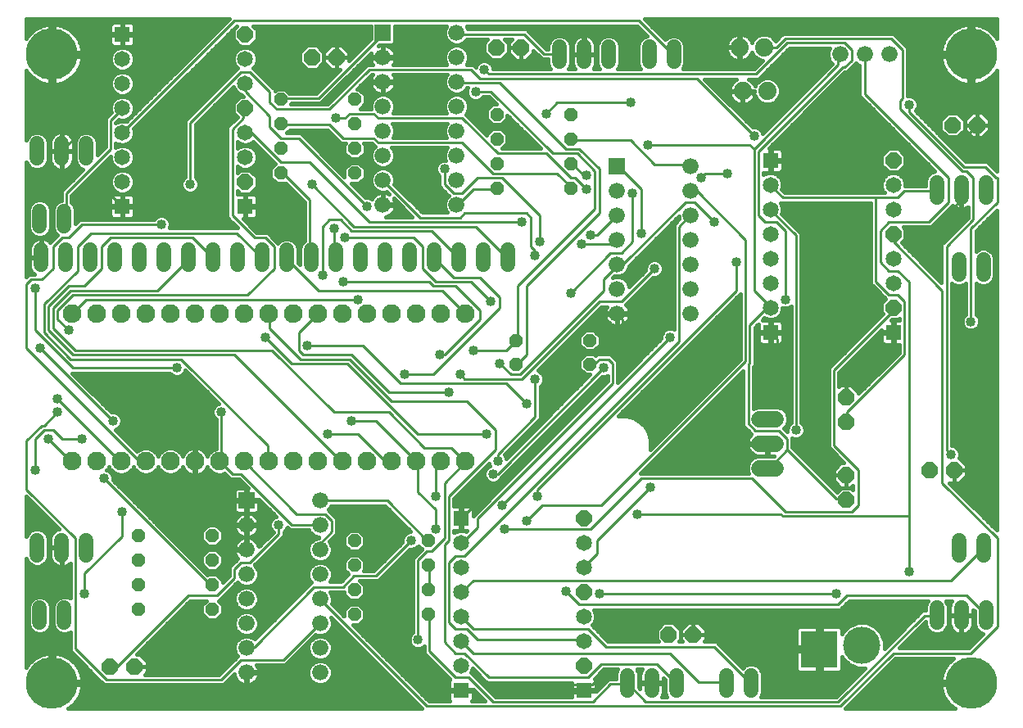
<source format=gbl>
G75*
%MOIN*%
%OFA0B0*%
%FSLAX25Y25*%
%IPPOS*%
%LPD*%
%AMOC8*
5,1,8,0,0,1.08239X$1,22.5*
%
%ADD10C,0.07600*%
%ADD11OC8,0.05200*%
%ADD12R,0.06600X0.06600*%
%ADD13C,0.06600*%
%ADD14C,0.06600*%
%ADD15OC8,0.06600*%
%ADD16C,0.07400*%
%ADD17C,0.06496*%
%ADD18R,0.06496X0.06496*%
%ADD19OC8,0.06496*%
%ADD20R,0.15157X0.15157*%
%ADD21C,0.15157*%
%ADD22C,0.06000*%
%ADD23C,0.21000*%
%ADD24C,0.01000*%
%ADD25C,0.04000*%
%ADD26C,0.01600*%
%ADD27C,0.02978*%
D10*
X0045665Y0142437D03*
X0055665Y0142437D03*
X0065665Y0142437D03*
X0075665Y0142437D03*
X0085665Y0142437D03*
X0095665Y0142437D03*
X0105665Y0142437D03*
X0115665Y0142437D03*
X0125665Y0142437D03*
X0135665Y0142437D03*
X0145665Y0142437D03*
X0155665Y0142437D03*
X0165665Y0142437D03*
X0175665Y0142437D03*
X0185665Y0142437D03*
X0195665Y0142437D03*
X0205665Y0142437D03*
X0205665Y0202437D03*
X0195665Y0202437D03*
X0185665Y0202437D03*
X0175665Y0202437D03*
X0165665Y0202437D03*
X0155665Y0202437D03*
X0145665Y0202437D03*
X0135665Y0202437D03*
X0125665Y0202437D03*
X0115665Y0202437D03*
X0105665Y0202437D03*
X0095665Y0202437D03*
X0085665Y0202437D03*
X0075665Y0202437D03*
X0065665Y0202437D03*
X0055665Y0202437D03*
X0045665Y0202437D03*
D11*
X0130665Y0259799D03*
X0130665Y0269799D03*
X0130665Y0279799D03*
X0130665Y0289799D03*
X0160665Y0289799D03*
X0160665Y0279799D03*
X0160665Y0269799D03*
X0160665Y0259799D03*
X0218539Y0263736D03*
X0218539Y0253736D03*
X0218539Y0273736D03*
X0218539Y0283736D03*
X0248539Y0283736D03*
X0248539Y0273736D03*
X0248539Y0263736D03*
X0248539Y0253736D03*
X0256295Y0191650D03*
X0256295Y0181965D03*
X0226295Y0181965D03*
X0226295Y0191650D03*
X0190547Y0110114D03*
X0190547Y0100114D03*
X0190547Y0090114D03*
X0190547Y0080114D03*
X0160547Y0080114D03*
X0160547Y0090114D03*
X0160547Y0100114D03*
X0160547Y0110114D03*
X0102673Y0112240D03*
X0102673Y0102240D03*
X0102673Y0092240D03*
X0102673Y0082240D03*
X0072673Y0082240D03*
X0072673Y0092240D03*
X0072673Y0102240D03*
X0072673Y0112240D03*
D12*
X0116610Y0126492D03*
X0267476Y0262673D03*
X0172122Y0316925D03*
D13*
X0172122Y0306925D03*
X0172122Y0296925D03*
X0172122Y0286925D03*
X0172122Y0276925D03*
X0172122Y0266925D03*
X0172122Y0256925D03*
X0172122Y0246925D03*
X0202122Y0246925D03*
X0202122Y0256925D03*
X0202122Y0266925D03*
X0202122Y0276925D03*
X0202122Y0286925D03*
X0202122Y0296925D03*
X0202122Y0306925D03*
X0202122Y0316925D03*
X0267476Y0252673D03*
X0267476Y0242673D03*
X0267476Y0232673D03*
X0267476Y0222673D03*
X0267476Y0212673D03*
X0267476Y0202673D03*
X0297476Y0202673D03*
X0297476Y0212673D03*
X0297476Y0222673D03*
X0297476Y0232673D03*
X0297476Y0242673D03*
X0297476Y0252673D03*
X0297476Y0262673D03*
X0358185Y0308146D03*
X0368185Y0308146D03*
X0378185Y0308146D03*
X0146610Y0126492D03*
X0146610Y0116492D03*
X0146610Y0106492D03*
X0146610Y0096492D03*
X0146610Y0086492D03*
X0146610Y0076492D03*
X0146610Y0066492D03*
X0146610Y0056492D03*
X0116610Y0056492D03*
X0116610Y0066492D03*
X0116610Y0076492D03*
X0116610Y0086492D03*
X0116610Y0096492D03*
X0116610Y0106492D03*
X0116610Y0116492D03*
D14*
X0325476Y0139681D02*
X0332076Y0139681D01*
X0332076Y0149681D02*
X0325476Y0149681D01*
X0325476Y0159681D02*
X0332076Y0159681D01*
D15*
X0360587Y0158618D03*
X0360587Y0168618D03*
X0394681Y0138854D03*
X0404681Y0138854D03*
X0360587Y0136807D03*
X0360587Y0126807D03*
X0298382Y0071925D03*
X0288382Y0071925D03*
X0071138Y0058894D03*
X0061138Y0058894D03*
X0143185Y0306925D03*
X0153185Y0306925D03*
X0218303Y0310862D03*
X0228303Y0310862D03*
X0403972Y0279366D03*
X0413972Y0279366D03*
D16*
X0328539Y0293185D03*
X0318539Y0293185D03*
X0317280Y0310980D03*
X0327280Y0310980D03*
D17*
X0329878Y0255035D03*
X0329878Y0245035D03*
X0329878Y0235035D03*
X0329878Y0225035D03*
X0329878Y0215035D03*
X0329878Y0205035D03*
X0379878Y0215035D03*
X0379878Y0225035D03*
X0379878Y0245035D03*
X0379878Y0255035D03*
X0253894Y0109366D03*
X0253894Y0099366D03*
X0253894Y0079366D03*
X0253894Y0069366D03*
X0203894Y0069366D03*
X0203894Y0059366D03*
X0203894Y0079366D03*
X0203894Y0089366D03*
X0203894Y0099366D03*
X0203894Y0109366D03*
X0066098Y0256217D03*
X0066098Y0266217D03*
X0066098Y0276217D03*
X0066098Y0286217D03*
X0066098Y0296217D03*
X0066098Y0306217D03*
X0116098Y0306217D03*
X0116098Y0296217D03*
X0116098Y0276217D03*
X0116098Y0266217D03*
D18*
X0116098Y0246217D03*
X0066098Y0246217D03*
X0066098Y0316217D03*
X0329878Y0265035D03*
X0329878Y0195035D03*
X0379878Y0195035D03*
X0203894Y0119366D03*
X0203894Y0049366D03*
X0253894Y0049366D03*
D19*
X0253894Y0059366D03*
X0253894Y0089366D03*
X0253894Y0119366D03*
X0379878Y0205035D03*
X0379878Y0235035D03*
X0379878Y0265035D03*
X0116098Y0256217D03*
X0116098Y0286217D03*
X0116098Y0316217D03*
D20*
X0349681Y0066020D03*
D21*
X0367004Y0067594D03*
D22*
X0397555Y0076799D02*
X0397555Y0082799D01*
X0407555Y0082799D02*
X0407555Y0076799D01*
X0417555Y0076799D02*
X0417555Y0082799D01*
X0416492Y0104358D02*
X0416492Y0110358D01*
X0406492Y0110358D02*
X0406492Y0104358D01*
X0322004Y0055240D02*
X0322004Y0049240D01*
X0312004Y0049240D02*
X0312004Y0055240D01*
X0291571Y0055240D02*
X0291571Y0049240D01*
X0281571Y0049240D02*
X0281571Y0055240D01*
X0271571Y0055240D02*
X0271571Y0049240D01*
X0051413Y0104358D02*
X0051413Y0110358D01*
X0041413Y0110358D02*
X0041413Y0104358D01*
X0031413Y0104358D02*
X0031413Y0110358D01*
X0032476Y0082799D02*
X0032476Y0076799D01*
X0042476Y0076799D02*
X0042476Y0082799D01*
X0043028Y0222469D02*
X0043028Y0228469D01*
X0053028Y0228469D02*
X0053028Y0222469D01*
X0063028Y0222469D02*
X0063028Y0228469D01*
X0073028Y0228469D02*
X0073028Y0222469D01*
X0083028Y0222469D02*
X0083028Y0228469D01*
X0093028Y0228469D02*
X0093028Y0222469D01*
X0103028Y0222469D02*
X0103028Y0228469D01*
X0113028Y0228469D02*
X0113028Y0222469D01*
X0123028Y0222469D02*
X0123028Y0228469D01*
X0133028Y0228469D02*
X0133028Y0222469D01*
X0143028Y0222469D02*
X0143028Y0228469D01*
X0153028Y0228469D02*
X0153028Y0222469D01*
X0163028Y0222469D02*
X0163028Y0228469D01*
X0173028Y0228469D02*
X0173028Y0222469D01*
X0183028Y0222469D02*
X0183028Y0228469D01*
X0193028Y0228469D02*
X0193028Y0222469D01*
X0203028Y0222469D02*
X0203028Y0228469D01*
X0213028Y0228469D02*
X0213028Y0222469D01*
X0223028Y0222469D02*
X0223028Y0228469D01*
X0244012Y0305146D02*
X0244012Y0311146D01*
X0254012Y0311146D02*
X0254012Y0305146D01*
X0264012Y0305146D02*
X0264012Y0311146D01*
X0280508Y0311146D02*
X0280508Y0305146D01*
X0290508Y0305146D02*
X0290508Y0311146D01*
X0397555Y0256028D02*
X0397555Y0250028D01*
X0407555Y0250028D02*
X0407555Y0256028D01*
X0417555Y0256028D02*
X0417555Y0250028D01*
X0416492Y0224531D02*
X0416492Y0218531D01*
X0406492Y0218531D02*
X0406492Y0224531D01*
X0051413Y0265776D02*
X0051413Y0271776D01*
X0041413Y0271776D02*
X0041413Y0265776D01*
X0031413Y0265776D02*
X0031413Y0271776D01*
X0032476Y0244217D02*
X0032476Y0238217D01*
X0042476Y0238217D02*
X0042476Y0244217D01*
X0033028Y0228469D02*
X0033028Y0222469D01*
D23*
X0037476Y0308146D03*
X0037476Y0052240D03*
X0411492Y0052240D03*
X0411492Y0308146D03*
D24*
X0383528Y0310092D02*
X0383528Y0290292D01*
X0382628Y0289392D01*
X0382628Y0285792D01*
X0407828Y0260592D01*
X0409628Y0260592D01*
X0412328Y0257892D01*
X0412328Y0240792D01*
X0401528Y0229992D01*
X0401528Y0147192D01*
X0403328Y0145392D01*
X0399728Y0133692D02*
X0422228Y0111192D01*
X0422228Y0075192D01*
X0411428Y0064392D01*
X0379928Y0064392D01*
X0358328Y0042792D01*
X0190028Y0042792D01*
X0146828Y0085992D01*
X0146610Y0086492D01*
X0144128Y0091392D02*
X0155828Y0091392D01*
X0160328Y0095892D01*
X0169328Y0095892D01*
X0183728Y0110292D01*
X0190028Y0110292D02*
X0190547Y0110114D01*
X0190028Y0110292D02*
X0173828Y0126492D01*
X0146610Y0126492D01*
X0148628Y0121092D02*
X0136928Y0121092D01*
X0116228Y0141792D01*
X0115665Y0142437D01*
X0114428Y0137292D02*
X0110828Y0137292D01*
X0106328Y0141792D01*
X0105665Y0142437D01*
X0106328Y0142692D01*
X0106328Y0162492D01*
X0125228Y0148992D02*
X0125228Y0142692D01*
X0125665Y0142437D01*
X0125228Y0148992D02*
X0090128Y0184092D01*
X0045128Y0184092D01*
X0034328Y0194892D01*
X0034328Y0206592D01*
X0047828Y0220092D01*
X0047828Y0229992D01*
X0053228Y0235392D01*
X0112628Y0235392D01*
X0122528Y0225492D01*
X0123028Y0225469D01*
X0127928Y0220992D02*
X0127928Y0229992D01*
X0124328Y0233592D01*
X0119828Y0233592D01*
X0110828Y0242592D01*
X0110828Y0277692D01*
X0115328Y0282192D01*
X0115328Y0285792D01*
X0116098Y0286217D01*
X0116228Y0292992D02*
X0126128Y0283092D01*
X0126128Y0278592D01*
X0130628Y0274092D01*
X0137828Y0274092D01*
X0165728Y0246192D01*
X0166628Y0239892D02*
X0228728Y0239892D01*
X0230528Y0243492D02*
X0205328Y0243492D01*
X0203528Y0241692D01*
X0187328Y0241692D01*
X0172928Y0256092D01*
X0172122Y0256925D01*
X0166628Y0239892D02*
X0142328Y0264192D01*
X0130628Y0264192D01*
X0118928Y0275892D01*
X0116228Y0275892D01*
X0116098Y0276217D01*
X0130665Y0279799D02*
X0131528Y0279492D01*
X0150428Y0279492D01*
X0155828Y0274092D01*
X0168428Y0274092D01*
X0170228Y0272292D01*
X0204428Y0272292D01*
X0217028Y0259692D01*
X0243128Y0259692D01*
X0248528Y0254292D01*
X0248539Y0253736D01*
X0248528Y0257892D02*
X0250328Y0257892D01*
X0254828Y0253392D01*
X0254828Y0258792D02*
X0253928Y0258792D01*
X0249428Y0263292D01*
X0248539Y0263736D01*
X0248528Y0257892D02*
X0238628Y0267792D01*
X0218828Y0267792D01*
X0204428Y0282192D01*
X0170228Y0282192D01*
X0168428Y0283992D01*
X0158528Y0283992D01*
X0156728Y0282192D01*
X0153128Y0282192D01*
X0150428Y0285792D02*
X0166628Y0301992D01*
X0208028Y0301992D01*
X0211628Y0298392D01*
X0299828Y0298392D01*
X0323228Y0274992D01*
X0321428Y0271392D02*
X0323228Y0269592D01*
X0323228Y0211992D01*
X0329528Y0205692D01*
X0329878Y0205035D01*
X0330428Y0204792D01*
X0328311Y0204792D01*
X0321428Y0197909D01*
X0321428Y0182447D01*
X0320876Y0181894D01*
X0320876Y0157776D01*
X0323570Y0155081D01*
X0333181Y0155081D01*
X0336676Y0151586D01*
X0336676Y0147245D01*
X0336728Y0147192D01*
X0356528Y0127392D01*
X0360128Y0127392D01*
X0360587Y0126807D01*
X0362828Y0121992D02*
X0365528Y0124692D01*
X0365528Y0139092D01*
X0355628Y0148992D01*
X0355628Y0179592D01*
X0379028Y0202992D01*
X0379028Y0204792D01*
X0379878Y0205035D01*
X0384428Y0207492D02*
X0381728Y0210192D01*
X0378128Y0210192D01*
X0372728Y0215592D01*
X0372728Y0249792D01*
X0381728Y0249792D01*
X0384428Y0252492D01*
X0397028Y0252492D01*
X0397555Y0253028D01*
X0402428Y0257892D02*
X0402428Y0247992D01*
X0394328Y0239892D01*
X0378128Y0239892D01*
X0374528Y0236292D01*
X0374528Y0223692D01*
X0378128Y0220092D01*
X0381728Y0220092D01*
X0386228Y0215592D01*
X0386228Y0120192D01*
X0334928Y0120192D01*
X0334028Y0121092D01*
X0275528Y0121092D01*
X0261128Y0124692D02*
X0236828Y0124692D01*
X0230528Y0118392D01*
X0221528Y0114792D02*
X0256628Y0114792D01*
X0277328Y0135492D01*
X0322328Y0135492D01*
X0335828Y0121992D01*
X0362828Y0121992D01*
X0386228Y0120192D02*
X0386228Y0097692D01*
X0403328Y0094092D02*
X0208928Y0094092D01*
X0204428Y0089592D01*
X0203894Y0089366D01*
X0203894Y0079366D02*
X0204428Y0078792D01*
X0208928Y0074292D01*
X0255728Y0074292D01*
X0262928Y0067092D01*
X0307028Y0067092D01*
X0321428Y0052692D01*
X0322004Y0052240D01*
X0312004Y0052240D02*
X0311528Y0052692D01*
X0300728Y0052692D01*
X0289028Y0064392D01*
X0208928Y0064392D01*
X0204428Y0068892D01*
X0203894Y0069366D01*
X0205328Y0064392D02*
X0201728Y0064392D01*
X0197228Y0068892D01*
X0197228Y0108492D01*
X0199028Y0110292D01*
X0199028Y0128292D01*
X0217928Y0147192D01*
X0217928Y0155292D01*
X0206228Y0166992D01*
X0175628Y0166992D01*
X0158528Y0184092D01*
X0138728Y0184092D01*
X0126128Y0196692D01*
X0126128Y0202092D01*
X0125665Y0202437D01*
X0117128Y0210192D02*
X0046028Y0210192D01*
X0039728Y0203892D01*
X0039728Y0200292D01*
X0044228Y0195792D01*
X0037928Y0196692D02*
X0046928Y0187692D01*
X0127028Y0187692D01*
X0152228Y0162492D01*
X0174728Y0162492D01*
X0189128Y0148092D01*
X0199928Y0148092D01*
X0205328Y0142692D01*
X0205665Y0142437D01*
X0205328Y0141792D01*
X0197228Y0133692D01*
X0197228Y0111192D01*
X0191828Y0105792D01*
X0190028Y0105792D01*
X0186428Y0102192D01*
X0186428Y0069792D01*
X0190928Y0065292D02*
X0190928Y0079692D01*
X0190547Y0080114D01*
X0199028Y0076992D02*
X0199028Y0101292D01*
X0201728Y0103992D01*
X0205328Y0103992D01*
X0292628Y0191292D01*
X0292628Y0238092D01*
X0297128Y0242592D01*
X0297476Y0242673D01*
X0298928Y0247992D02*
X0295328Y0247992D01*
X0270128Y0222792D01*
X0268328Y0222792D01*
X0267476Y0222673D01*
X0267428Y0221892D01*
X0262028Y0216492D01*
X0262028Y0211992D01*
X0227828Y0177792D01*
X0224228Y0177792D01*
X0219728Y0182292D01*
X0226295Y0181965D02*
X0226928Y0182292D01*
X0230528Y0185892D01*
X0230528Y0213792D01*
X0260228Y0243492D01*
X0260228Y0261492D01*
X0252128Y0269592D01*
X0246728Y0269592D01*
X0219728Y0296592D01*
X0202628Y0296592D01*
X0202122Y0296925D01*
X0209828Y0292992D02*
X0216128Y0292992D01*
X0241328Y0267792D01*
X0251228Y0267792D01*
X0258428Y0260592D01*
X0258428Y0245292D01*
X0226928Y0213792D01*
X0226928Y0192192D01*
X0226295Y0191650D01*
X0226028Y0191292D01*
X0222428Y0187692D01*
X0208928Y0187692D01*
X0203528Y0177792D02*
X0205328Y0175992D01*
X0228728Y0175992D01*
X0260228Y0207492D01*
X0269228Y0207492D01*
X0282728Y0220992D01*
X0273728Y0231792D02*
X0273728Y0251592D01*
X0277328Y0253392D02*
X0268328Y0262392D01*
X0267476Y0262673D01*
X0272828Y0273192D02*
X0282728Y0263292D01*
X0297128Y0263292D01*
X0297476Y0262673D01*
X0301628Y0257892D02*
X0303428Y0259692D01*
X0312428Y0259692D01*
X0299828Y0252492D02*
X0319628Y0232692D01*
X0319628Y0183192D01*
X0261128Y0124692D01*
X0259328Y0110292D02*
X0259328Y0104892D01*
X0253928Y0099492D01*
X0253894Y0099366D01*
X0246728Y0089592D02*
X0252128Y0084192D01*
X0357428Y0084192D01*
X0361028Y0087792D01*
X0409628Y0087792D01*
X0416828Y0080592D01*
X0417555Y0079799D01*
X0397555Y0079799D02*
X0397028Y0079692D01*
X0392528Y0079692D01*
X0357428Y0044592D01*
X0279128Y0044592D01*
X0271928Y0051792D01*
X0271571Y0052240D01*
X0271028Y0051792D01*
X0264728Y0051792D01*
X0257528Y0044592D01*
X0217028Y0044592D01*
X0207128Y0054492D01*
X0201728Y0054492D01*
X0190928Y0065292D01*
X0201728Y0074292D02*
X0199028Y0076992D01*
X0201728Y0074292D02*
X0206228Y0074292D01*
X0210728Y0069792D01*
X0253028Y0069792D01*
X0253894Y0069366D01*
X0261128Y0059892D02*
X0255728Y0054492D01*
X0215228Y0054492D01*
X0205328Y0064392D01*
X0234327Y0048303D02*
X0252831Y0048303D01*
X0253894Y0049366D01*
X0257412Y0051703D02*
X0261886Y0056177D01*
X0257412Y0051703D02*
X0242201Y0051703D01*
X0261128Y0059892D02*
X0283628Y0059892D01*
X0290828Y0052692D01*
X0291571Y0052240D01*
X0260228Y0088692D02*
X0356528Y0088692D01*
X0403328Y0094092D02*
X0415928Y0106692D01*
X0416492Y0107358D01*
X0399728Y0133692D02*
X0399728Y0211992D01*
X0379928Y0231792D01*
X0379928Y0234492D01*
X0379878Y0235035D01*
X0391807Y0233343D02*
X0407555Y0249091D01*
X0407555Y0253028D01*
X0402428Y0257892D02*
X0368228Y0292092D01*
X0368228Y0307392D01*
X0368185Y0308146D01*
X0362828Y0310092D02*
X0362828Y0305592D01*
X0360128Y0302892D01*
X0359228Y0302892D01*
X0325028Y0268692D01*
X0325028Y0242592D01*
X0327728Y0239892D01*
X0332228Y0239892D01*
X0335828Y0236292D01*
X0335828Y0208392D01*
X0330428Y0204792D02*
X0330428Y0202992D01*
X0329878Y0195035D02*
X0332752Y0192161D01*
X0332752Y0182161D01*
X0309130Y0186098D02*
X0297319Y0186098D01*
X0273697Y0162476D01*
X0265628Y0174359D02*
X0265628Y0182292D01*
X0263828Y0184092D01*
X0260228Y0184092D01*
X0258428Y0182292D01*
X0256628Y0182292D01*
X0256295Y0181965D01*
X0262028Y0180492D02*
X0218828Y0137292D01*
X0217028Y0137292D01*
X0218828Y0142692D02*
X0218828Y0145392D01*
X0234128Y0160692D01*
X0234128Y0175992D01*
X0230528Y0166092D02*
X0222428Y0174192D01*
X0179228Y0174192D01*
X0163928Y0189492D01*
X0141428Y0189492D01*
X0137828Y0187692D02*
X0139628Y0185892D01*
X0159428Y0185892D01*
X0174728Y0170592D01*
X0199028Y0170592D01*
X0192728Y0177792D02*
X0181028Y0177792D01*
X0192728Y0177792D02*
X0219728Y0204792D01*
X0219728Y0209292D01*
X0211628Y0217392D01*
X0200828Y0217392D01*
X0193628Y0224592D01*
X0193028Y0225469D01*
X0188228Y0220992D02*
X0188228Y0229992D01*
X0184628Y0233592D01*
X0156728Y0233592D01*
X0159428Y0236292D02*
X0154928Y0240792D01*
X0150428Y0240792D01*
X0147728Y0238092D01*
X0147728Y0218292D01*
X0145928Y0211992D02*
X0196328Y0211992D01*
X0205328Y0202992D01*
X0205665Y0202437D01*
X0211628Y0203892D02*
X0211628Y0200292D01*
X0197228Y0185892D01*
X0195428Y0185892D01*
X0211628Y0203892D02*
X0201728Y0213792D01*
X0192728Y0213792D01*
X0190928Y0215592D01*
X0155828Y0215592D01*
X0162128Y0208392D02*
X0051428Y0208392D01*
X0046028Y0202992D01*
X0045665Y0202437D01*
X0037928Y0204792D02*
X0037928Y0196692D01*
X0036128Y0195792D02*
X0046028Y0185892D01*
X0111728Y0185892D01*
X0154928Y0142692D01*
X0155665Y0142437D01*
X0149528Y0153492D02*
X0162128Y0153492D01*
X0172928Y0142692D01*
X0175628Y0142692D01*
X0175665Y0142437D01*
X0185528Y0142692D02*
X0185665Y0142437D01*
X0186428Y0141792D01*
X0186428Y0130092D01*
X0193628Y0122892D01*
X0193628Y0114792D01*
X0203894Y0119366D02*
X0243570Y0159043D01*
X0245635Y0159043D01*
X0265628Y0174359D02*
X0217328Y0126059D01*
X0217328Y0125793D01*
X0210705Y0119169D01*
X0210705Y0115669D01*
X0204428Y0109392D01*
X0203894Y0109366D01*
X0190547Y0100114D02*
X0190928Y0099492D01*
X0190928Y0090492D01*
X0190547Y0090114D01*
X0151328Y0113892D02*
X0151328Y0118392D01*
X0148628Y0121092D01*
X0146610Y0116492D02*
X0145928Y0116592D01*
X0135128Y0116592D01*
X0114428Y0137292D01*
X0116610Y0126492D02*
X0111410Y0126492D01*
X0098773Y0113856D01*
X0098773Y0109600D01*
X0096531Y0107358D01*
X0101828Y0092292D02*
X0102673Y0092240D01*
X0101828Y0092292D02*
X0058628Y0135492D01*
X0064928Y0142692D02*
X0065665Y0142437D01*
X0064928Y0142692D02*
X0039728Y0167892D01*
X0039728Y0162492D02*
X0034328Y0157092D01*
X0033428Y0157092D01*
X0027128Y0150792D01*
X0027128Y0130992D01*
X0046928Y0111192D01*
X0046928Y0066192D01*
X0059528Y0053592D01*
X0106328Y0053592D01*
X0114428Y0061692D01*
X0131528Y0061692D01*
X0145928Y0076092D01*
X0146610Y0076492D01*
X0144128Y0091392D02*
X0119828Y0067092D01*
X0117128Y0067092D01*
X0116610Y0066492D01*
X0096531Y0071925D02*
X0096531Y0058903D01*
X0096531Y0071925D02*
X0092594Y0075862D01*
X0092828Y0087792D02*
X0104528Y0087792D01*
X0111728Y0094992D01*
X0111728Y0098592D01*
X0114428Y0101292D01*
X0118028Y0101292D01*
X0129728Y0112992D01*
X0129728Y0116592D01*
X0146828Y0109392D02*
X0146828Y0106692D01*
X0146610Y0106492D01*
X0146828Y0109392D02*
X0151328Y0113892D01*
X0185528Y0142692D02*
X0169328Y0158892D01*
X0159428Y0158892D01*
X0157628Y0182292D02*
X0135128Y0182292D01*
X0124328Y0193092D01*
X0137828Y0194892D02*
X0137828Y0187692D01*
X0137828Y0194892D02*
X0145028Y0202092D01*
X0145665Y0202437D01*
X0145928Y0211992D02*
X0133328Y0224592D01*
X0133028Y0225469D01*
X0127928Y0220992D02*
X0117128Y0210192D01*
X0103028Y0225469D02*
X0102728Y0225492D01*
X0094628Y0233592D01*
X0061328Y0233592D01*
X0057728Y0229992D01*
X0057728Y0220992D01*
X0050528Y0213792D01*
X0044228Y0213792D01*
X0036128Y0205692D01*
X0036128Y0195792D01*
X0030728Y0195792D02*
X0046028Y0180492D01*
X0088328Y0180492D01*
X0062228Y0158892D02*
X0032528Y0188592D01*
X0027128Y0188592D02*
X0073028Y0142692D01*
X0074828Y0142692D01*
X0075665Y0142437D01*
X0049628Y0151692D02*
X0041528Y0151692D01*
X0037928Y0155292D01*
X0034328Y0155292D01*
X0030728Y0151692D01*
X0030728Y0139092D01*
X0036128Y0151692D02*
X0045128Y0142692D01*
X0045665Y0142437D01*
X0065828Y0121992D02*
X0065828Y0112092D01*
X0050528Y0096792D01*
X0050528Y0088692D01*
X0061328Y0058992D02*
X0061138Y0058894D01*
X0061328Y0058992D02*
X0064028Y0058992D01*
X0092828Y0087792D01*
X0186428Y0153492D02*
X0157628Y0182292D01*
X0186428Y0153492D02*
X0214328Y0153492D01*
X0195665Y0142437D02*
X0195428Y0141792D01*
X0193628Y0139992D01*
X0193628Y0128292D01*
X0220628Y0124692D02*
X0289028Y0193092D01*
X0269760Y0186098D02*
X0269760Y0200390D01*
X0267476Y0202673D01*
X0248528Y0211092D02*
X0264728Y0227292D01*
X0269228Y0227292D01*
X0273728Y0231792D01*
X0277328Y0235392D02*
X0277328Y0253392D01*
X0267476Y0242673D02*
X0267428Y0242592D01*
X0259328Y0234492D01*
X0256628Y0234492D01*
X0253028Y0230892D02*
X0266528Y0230892D01*
X0267428Y0231792D01*
X0267476Y0232673D01*
X0298928Y0247992D02*
X0307028Y0239892D01*
X0299828Y0252492D02*
X0298028Y0252492D01*
X0297476Y0252673D01*
X0323228Y0269592D02*
X0357428Y0303792D01*
X0357428Y0307392D01*
X0358185Y0308146D01*
X0362828Y0310092D02*
X0360128Y0312792D01*
X0336728Y0312792D01*
X0324128Y0300192D01*
X0215228Y0300192D01*
X0213428Y0301992D01*
X0202628Y0316392D02*
X0202122Y0316925D01*
X0202628Y0316392D02*
X0229628Y0316392D01*
X0237728Y0308292D01*
X0243128Y0308292D01*
X0244012Y0308146D01*
X0243128Y0288492D02*
X0238628Y0283992D01*
X0243128Y0288492D02*
X0272828Y0288492D01*
X0272828Y0273192D02*
X0249428Y0273192D01*
X0248539Y0273736D01*
X0280028Y0271392D02*
X0321428Y0271392D01*
X0326468Y0288185D02*
X0332476Y0288185D01*
X0340626Y0296335D01*
X0326468Y0288185D02*
X0321468Y0293185D01*
X0318539Y0293185D01*
X0327280Y0310980D02*
X0327728Y0310992D01*
X0332228Y0310992D01*
X0335828Y0314592D01*
X0379028Y0314592D01*
X0383528Y0310092D01*
X0386228Y0287592D02*
X0386228Y0284738D01*
X0408574Y0262392D01*
X0417272Y0262392D01*
X0421772Y0257892D01*
X0422228Y0257892D01*
X0422228Y0247992D01*
X0411428Y0237192D01*
X0411428Y0199392D01*
X0384428Y0207492D02*
X0384428Y0185892D01*
X0361028Y0162492D01*
X0361028Y0158892D01*
X0360587Y0158618D01*
X0340328Y0155292D02*
X0340328Y0234492D01*
X0330428Y0244392D01*
X0329878Y0245035D01*
X0334928Y0249792D02*
X0330428Y0254292D01*
X0329878Y0255035D01*
X0334928Y0249792D02*
X0372728Y0249792D01*
X0356374Y0237280D02*
X0356374Y0209720D01*
X0316028Y0211992D02*
X0316028Y0223692D01*
X0316028Y0211992D02*
X0235028Y0130992D01*
X0235028Y0128292D01*
X0259328Y0110292D02*
X0280928Y0131892D01*
X0309130Y0158539D02*
X0317988Y0149681D01*
X0328776Y0149681D01*
X0336728Y0147192D02*
X0329528Y0139992D01*
X0328776Y0139681D01*
X0216128Y0207492D02*
X0208028Y0215592D01*
X0193628Y0215592D01*
X0188228Y0220992D01*
X0202628Y0225492D02*
X0203028Y0225469D01*
X0202628Y0225492D02*
X0191828Y0236292D01*
X0159428Y0236292D01*
X0160328Y0238092D02*
X0143228Y0255192D01*
X0142328Y0248892D02*
X0131528Y0259692D01*
X0130665Y0259799D01*
X0142328Y0248892D02*
X0142328Y0225492D01*
X0143028Y0225469D01*
X0152228Y0225492D02*
X0153028Y0225469D01*
X0152228Y0225492D02*
X0152228Y0237192D01*
X0160328Y0238092D02*
X0209828Y0238092D01*
X0222428Y0225492D01*
X0223028Y0225469D01*
X0232328Y0229992D02*
X0234128Y0228192D01*
X0234128Y0226392D01*
X0232328Y0229992D02*
X0232328Y0241692D01*
X0230528Y0243492D01*
X0235928Y0242592D02*
X0235928Y0231792D01*
X0235928Y0242592D02*
X0220628Y0257892D01*
X0210728Y0257892D01*
X0204428Y0251592D01*
X0200828Y0251592D01*
X0197228Y0255192D01*
X0197228Y0261492D01*
X0191020Y0264839D02*
X0187083Y0268776D01*
X0191020Y0264839D02*
X0191020Y0245154D01*
X0202122Y0246925D02*
X0202628Y0247092D01*
X0208928Y0253392D01*
X0217928Y0253392D01*
X0218539Y0253736D01*
X0187083Y0276650D02*
X0184329Y0279403D01*
X0179209Y0279403D01*
X0183146Y0292398D02*
X0178618Y0296925D01*
X0172122Y0296925D01*
X0150428Y0285792D02*
X0128828Y0285792D01*
X0126128Y0288492D01*
X0126128Y0292992D01*
X0118028Y0301092D01*
X0114428Y0301092D01*
X0093728Y0280392D01*
X0093728Y0255192D01*
X0082028Y0238992D02*
X0049628Y0238992D01*
X0044228Y0233592D01*
X0041528Y0233592D01*
X0037928Y0229992D01*
X0037928Y0220992D01*
X0033428Y0216492D01*
X0028928Y0216492D01*
X0027128Y0214692D01*
X0027128Y0188592D01*
X0030728Y0195792D02*
X0030728Y0212892D01*
X0037928Y0204792D02*
X0045128Y0211992D01*
X0080228Y0211992D01*
X0092828Y0224592D01*
X0093028Y0225469D01*
X0066098Y0246217D02*
X0059287Y0253028D01*
X0057161Y0253028D01*
X0043328Y0251592D02*
X0043328Y0241692D01*
X0042476Y0241217D01*
X0043328Y0251592D02*
X0061328Y0269592D01*
X0061328Y0281292D01*
X0065828Y0285792D01*
X0066098Y0286217D01*
X0057161Y0280587D02*
X0053224Y0280587D01*
X0041413Y0268776D01*
X0066098Y0276217D02*
X0066728Y0276792D01*
X0111728Y0321792D01*
X0276428Y0321792D01*
X0289928Y0308292D01*
X0290508Y0308146D01*
X0407555Y0272949D02*
X0413972Y0279366D01*
X0407555Y0272949D02*
X0407555Y0272713D01*
X0172028Y0316392D02*
X0172122Y0316925D01*
X0172028Y0316392D02*
X0145928Y0290292D01*
X0131528Y0290292D01*
X0130665Y0289799D01*
X0116228Y0292992D02*
X0116228Y0295692D01*
X0116098Y0296217D01*
D25*
X0153128Y0282192D03*
X0143228Y0255192D03*
X0152228Y0237192D03*
X0156728Y0233592D03*
X0165728Y0246192D03*
X0197228Y0261492D03*
X0228728Y0239892D03*
X0235928Y0231792D03*
X0234128Y0226392D03*
X0253028Y0230892D03*
X0256628Y0234492D03*
X0277328Y0235392D03*
X0282728Y0220992D03*
X0307028Y0239892D03*
X0316028Y0223692D03*
X0335828Y0208392D03*
X0289028Y0193092D03*
X0262028Y0180492D03*
X0234128Y0175992D03*
X0230528Y0166092D03*
X0219728Y0182292D03*
X0208928Y0187692D03*
X0203528Y0177792D03*
X0199028Y0170592D03*
X0195428Y0185892D03*
X0181028Y0177792D03*
X0159428Y0158892D03*
X0149528Y0153492D03*
X0106328Y0162492D03*
X0088328Y0180492D03*
X0062228Y0158892D03*
X0049628Y0151692D03*
X0036128Y0151692D03*
X0039728Y0162492D03*
X0039728Y0167892D03*
X0032528Y0188592D03*
X0044228Y0195792D03*
X0030728Y0212892D03*
X0082028Y0238992D03*
X0093728Y0255192D03*
X0147728Y0218292D03*
X0155828Y0215592D03*
X0162128Y0208392D03*
X0141428Y0189492D03*
X0124328Y0193092D03*
X0058628Y0135492D03*
X0065828Y0121992D03*
X0030728Y0139092D03*
X0050528Y0088692D03*
X0129728Y0116592D03*
X0183728Y0110292D03*
X0193628Y0114792D03*
X0193628Y0128292D03*
X0217028Y0137292D03*
X0218828Y0142692D03*
X0214328Y0153492D03*
X0235028Y0128292D03*
X0230528Y0118392D03*
X0221528Y0114792D03*
X0220628Y0124692D03*
X0246728Y0089592D03*
X0260228Y0088692D03*
X0275528Y0121092D03*
X0280928Y0131892D03*
X0340328Y0155292D03*
X0403328Y0145392D03*
X0386228Y0097692D03*
X0356528Y0088692D03*
X0411428Y0199392D03*
X0312428Y0259692D03*
X0301628Y0257892D03*
X0280028Y0271392D03*
X0272828Y0288492D03*
X0238628Y0283992D03*
X0213428Y0301992D03*
X0209828Y0292992D03*
X0254828Y0258792D03*
X0254828Y0253392D03*
X0273728Y0251592D03*
X0323228Y0274992D03*
X0386228Y0287592D03*
X0248528Y0211092D03*
X0216128Y0207492D03*
X0186428Y0069792D03*
D26*
X0188059Y0041792D02*
X0043967Y0041792D01*
X0044605Y0042193D01*
X0045685Y0043054D01*
X0046662Y0044031D01*
X0047524Y0045111D01*
X0048259Y0046281D01*
X0048858Y0047526D01*
X0049314Y0048830D01*
X0049622Y0050177D01*
X0049764Y0051440D01*
X0038276Y0051440D01*
X0038276Y0053040D01*
X0036676Y0053040D01*
X0036676Y0064528D01*
X0035413Y0064385D01*
X0034066Y0064078D01*
X0032762Y0063622D01*
X0031517Y0063022D01*
X0030348Y0062287D01*
X0029267Y0061426D01*
X0028291Y0060449D01*
X0027429Y0059369D01*
X0027028Y0058731D01*
X0027028Y0102924D01*
X0027514Y0101753D01*
X0028808Y0100459D01*
X0030498Y0099758D01*
X0032328Y0099758D01*
X0034019Y0100459D01*
X0035313Y0101753D01*
X0036013Y0103443D01*
X0036013Y0111273D01*
X0035313Y0112964D01*
X0034019Y0114258D01*
X0032328Y0114958D01*
X0030498Y0114958D01*
X0028808Y0114258D01*
X0027514Y0112964D01*
X0027028Y0111792D01*
X0027028Y0128122D01*
X0040154Y0114996D01*
X0039571Y0114807D01*
X0038898Y0114464D01*
X0038286Y0114019D01*
X0037752Y0113485D01*
X0037308Y0112874D01*
X0036965Y0112201D01*
X0036732Y0111482D01*
X0036613Y0110736D01*
X0036613Y0107558D01*
X0041213Y0107558D01*
X0041213Y0107158D01*
X0036613Y0107158D01*
X0036613Y0103980D01*
X0036732Y0103234D01*
X0036965Y0102516D01*
X0037308Y0101843D01*
X0037752Y0101231D01*
X0038286Y0100697D01*
X0038898Y0100253D01*
X0039571Y0099910D01*
X0040289Y0099676D01*
X0041036Y0099558D01*
X0041213Y0099558D01*
X0041213Y0107158D01*
X0041613Y0107158D01*
X0041613Y0099558D01*
X0041791Y0099558D01*
X0042537Y0099676D01*
X0043256Y0099910D01*
X0043929Y0100253D01*
X0044540Y0100697D01*
X0044828Y0100985D01*
X0044828Y0086804D01*
X0043391Y0087399D01*
X0041561Y0087399D01*
X0039871Y0086699D01*
X0038577Y0085405D01*
X0037876Y0083714D01*
X0037876Y0075884D01*
X0038577Y0074194D01*
X0039871Y0072900D01*
X0041561Y0072199D01*
X0043391Y0072199D01*
X0044828Y0072794D01*
X0044828Y0065322D01*
X0057428Y0052722D01*
X0058658Y0051492D01*
X0107198Y0051492D01*
X0111549Y0055843D01*
X0111636Y0055298D01*
X0111884Y0054534D01*
X0112248Y0053819D01*
X0112720Y0053170D01*
X0113288Y0052602D01*
X0113937Y0052130D01*
X0114653Y0051766D01*
X0115416Y0051518D01*
X0116209Y0051392D01*
X0116310Y0051392D01*
X0116310Y0056192D01*
X0116910Y0056192D01*
X0116910Y0051392D01*
X0117012Y0051392D01*
X0117804Y0051518D01*
X0118568Y0051766D01*
X0119283Y0052130D01*
X0119933Y0052602D01*
X0120500Y0053170D01*
X0120972Y0053819D01*
X0121337Y0054534D01*
X0121585Y0055298D01*
X0121710Y0056091D01*
X0121710Y0056192D01*
X0116910Y0056192D01*
X0116910Y0056792D01*
X0121710Y0056792D01*
X0121710Y0056894D01*
X0121585Y0057686D01*
X0121337Y0058450D01*
X0120972Y0059165D01*
X0120662Y0059592D01*
X0132398Y0059592D01*
X0144761Y0071955D01*
X0145636Y0071592D01*
X0147585Y0071592D01*
X0149386Y0072338D01*
X0150764Y0073716D01*
X0151510Y0075517D01*
X0151510Y0077467D01*
X0150892Y0078958D01*
X0188059Y0041792D01*
X0186964Y0042886D02*
X0045475Y0042886D01*
X0047024Y0044485D02*
X0185366Y0044485D01*
X0183767Y0046083D02*
X0048134Y0046083D01*
X0048913Y0047682D02*
X0182169Y0047682D01*
X0180570Y0049280D02*
X0049417Y0049280D01*
X0049701Y0050879D02*
X0178972Y0050879D01*
X0177373Y0052477D02*
X0149525Y0052477D01*
X0149386Y0052338D02*
X0150764Y0053716D01*
X0151510Y0055517D01*
X0151510Y0057467D01*
X0150764Y0059268D01*
X0149386Y0060646D01*
X0147585Y0061392D01*
X0145636Y0061392D01*
X0143835Y0060646D01*
X0142456Y0059268D01*
X0141710Y0057467D01*
X0141710Y0055517D01*
X0142456Y0053716D01*
X0143835Y0052338D01*
X0145636Y0051592D01*
X0147585Y0051592D01*
X0149386Y0052338D01*
X0150913Y0054076D02*
X0175775Y0054076D01*
X0174176Y0055674D02*
X0151510Y0055674D01*
X0151510Y0057273D02*
X0172578Y0057273D01*
X0170979Y0058871D02*
X0150928Y0058871D01*
X0149562Y0060470D02*
X0169381Y0060470D01*
X0167782Y0062068D02*
X0148734Y0062068D01*
X0149386Y0062338D02*
X0150764Y0063716D01*
X0151510Y0065517D01*
X0151510Y0067467D01*
X0150764Y0069268D01*
X0149386Y0070646D01*
X0147585Y0071392D01*
X0145636Y0071392D01*
X0143835Y0070646D01*
X0142456Y0069268D01*
X0141710Y0067467D01*
X0141710Y0065517D01*
X0142456Y0063716D01*
X0143835Y0062338D01*
X0145636Y0061592D01*
X0147585Y0061592D01*
X0149386Y0062338D01*
X0150715Y0063667D02*
X0166184Y0063667D01*
X0164585Y0065265D02*
X0151406Y0065265D01*
X0151510Y0066864D02*
X0162987Y0066864D01*
X0161388Y0068462D02*
X0151098Y0068462D01*
X0149971Y0070061D02*
X0159790Y0070061D01*
X0158191Y0071659D02*
X0147747Y0071659D01*
X0145473Y0071659D02*
X0144465Y0071659D01*
X0143249Y0070061D02*
X0142867Y0070061D01*
X0142123Y0068462D02*
X0141268Y0068462D01*
X0141710Y0066864D02*
X0139670Y0066864D01*
X0138071Y0065265D02*
X0141815Y0065265D01*
X0142506Y0063667D02*
X0136473Y0063667D01*
X0134874Y0062068D02*
X0144486Y0062068D01*
X0143658Y0060470D02*
X0133276Y0060470D01*
X0141710Y0057273D02*
X0121650Y0057273D01*
X0121644Y0055674D02*
X0141710Y0055674D01*
X0142307Y0054076D02*
X0121103Y0054076D01*
X0119761Y0052477D02*
X0143695Y0052477D01*
X0142292Y0058871D02*
X0121122Y0058871D01*
X0116910Y0055674D02*
X0116310Y0055674D01*
X0116310Y0054076D02*
X0116910Y0054076D01*
X0116910Y0052477D02*
X0116310Y0052477D01*
X0113460Y0052477D02*
X0108183Y0052477D01*
X0109782Y0054076D02*
X0112118Y0054076D01*
X0111576Y0055674D02*
X0111380Y0055674D01*
X0108638Y0058871D02*
X0076238Y0058871D01*
X0076238Y0058894D02*
X0071138Y0058894D01*
X0076238Y0058894D01*
X0076238Y0061006D01*
X0073250Y0063994D01*
X0072000Y0063994D01*
X0093698Y0085692D01*
X0100186Y0085692D01*
X0098473Y0083980D01*
X0098473Y0080500D01*
X0100934Y0078040D01*
X0104413Y0078040D01*
X0106873Y0080500D01*
X0106873Y0083980D01*
X0105161Y0085692D01*
X0105398Y0085692D01*
X0112598Y0092892D01*
X0112939Y0093233D01*
X0113835Y0092338D01*
X0115636Y0091592D01*
X0117585Y0091592D01*
X0119386Y0092338D01*
X0120764Y0093716D01*
X0121510Y0095517D01*
X0121510Y0097467D01*
X0120764Y0099268D01*
X0119869Y0100163D01*
X0130598Y0110892D01*
X0131828Y0112122D01*
X0131828Y0113601D01*
X0132780Y0114553D01*
X0133195Y0115555D01*
X0134258Y0114492D01*
X0142135Y0114492D01*
X0142456Y0113716D01*
X0143835Y0112338D01*
X0145636Y0111592D01*
X0146059Y0111592D01*
X0145859Y0111392D01*
X0145636Y0111392D01*
X0143835Y0110646D01*
X0142456Y0109268D01*
X0141710Y0107467D01*
X0141710Y0105517D01*
X0142456Y0103716D01*
X0143835Y0102338D01*
X0145636Y0101592D01*
X0147585Y0101592D01*
X0149386Y0102338D01*
X0150764Y0103716D01*
X0151510Y0105517D01*
X0151510Y0107467D01*
X0150764Y0109268D01*
X0150219Y0109813D01*
X0152198Y0111792D01*
X0153428Y0113022D01*
X0153428Y0119262D01*
X0150728Y0121962D01*
X0149869Y0122821D01*
X0150764Y0123716D01*
X0151044Y0124392D01*
X0172958Y0124392D01*
X0183459Y0113892D01*
X0183012Y0113892D01*
X0181689Y0113344D01*
X0180676Y0112331D01*
X0180128Y0111008D01*
X0180128Y0109662D01*
X0168458Y0097992D01*
X0164365Y0097992D01*
X0164747Y0098374D01*
X0164747Y0101854D01*
X0162287Y0104314D01*
X0158808Y0104314D01*
X0156347Y0101854D01*
X0156347Y0098374D01*
X0158094Y0096628D01*
X0154958Y0093492D01*
X0150540Y0093492D01*
X0150764Y0093716D01*
X0151510Y0095517D01*
X0151510Y0097467D01*
X0150764Y0099268D01*
X0149386Y0100646D01*
X0147585Y0101392D01*
X0145636Y0101392D01*
X0143835Y0100646D01*
X0142456Y0099268D01*
X0141710Y0097467D01*
X0141710Y0095517D01*
X0142456Y0093716D01*
X0142970Y0093203D01*
X0142028Y0092262D01*
X0119899Y0070133D01*
X0119386Y0070646D01*
X0117585Y0071392D01*
X0115636Y0071392D01*
X0113835Y0070646D01*
X0112456Y0069268D01*
X0111710Y0067467D01*
X0111710Y0065517D01*
X0112456Y0063716D01*
X0112970Y0063203D01*
X0112328Y0062562D01*
X0105458Y0055692D01*
X0075149Y0055692D01*
X0076238Y0056781D01*
X0076238Y0058894D01*
X0076238Y0060470D02*
X0110236Y0060470D01*
X0111835Y0062068D02*
X0075176Y0062068D01*
X0073577Y0063667D02*
X0112506Y0063667D01*
X0111815Y0065265D02*
X0073271Y0065265D01*
X0074870Y0066864D02*
X0111710Y0066864D01*
X0112123Y0068462D02*
X0076468Y0068462D01*
X0078067Y0070061D02*
X0113249Y0070061D01*
X0113835Y0072338D02*
X0115636Y0071592D01*
X0117585Y0071592D01*
X0119386Y0072338D01*
X0120764Y0073716D01*
X0121510Y0075517D01*
X0121510Y0077467D01*
X0120764Y0079268D01*
X0119386Y0080646D01*
X0117585Y0081392D01*
X0115636Y0081392D01*
X0113835Y0080646D01*
X0112456Y0079268D01*
X0111710Y0077467D01*
X0111710Y0075517D01*
X0112456Y0073716D01*
X0113835Y0072338D01*
X0112915Y0073258D02*
X0081264Y0073258D01*
X0082862Y0074856D02*
X0111984Y0074856D01*
X0111710Y0076455D02*
X0084461Y0076455D01*
X0086059Y0078053D02*
X0100920Y0078053D01*
X0099322Y0079652D02*
X0087658Y0079652D01*
X0089256Y0081250D02*
X0098473Y0081250D01*
X0098473Y0082849D02*
X0090855Y0082849D01*
X0092454Y0084447D02*
X0098941Y0084447D01*
X0105752Y0086046D02*
X0111710Y0086046D01*
X0111710Y0085517D02*
X0112456Y0083716D01*
X0113835Y0082338D01*
X0115636Y0081592D01*
X0117585Y0081592D01*
X0119386Y0082338D01*
X0120764Y0083716D01*
X0121510Y0085517D01*
X0121510Y0087467D01*
X0120764Y0089268D01*
X0119386Y0090646D01*
X0117585Y0091392D01*
X0115636Y0091392D01*
X0113835Y0090646D01*
X0112456Y0089268D01*
X0111710Y0087467D01*
X0111710Y0085517D01*
X0112153Y0084447D02*
X0106406Y0084447D01*
X0106873Y0082849D02*
X0113324Y0082849D01*
X0115294Y0081250D02*
X0106873Y0081250D01*
X0106025Y0079652D02*
X0112840Y0079652D01*
X0111953Y0078053D02*
X0104426Y0078053D01*
X0107351Y0087644D02*
X0111784Y0087644D01*
X0112446Y0089243D02*
X0108949Y0089243D01*
X0110548Y0090842D02*
X0114306Y0090842D01*
X0113733Y0092440D02*
X0112146Y0092440D01*
X0109403Y0095637D02*
X0105216Y0095637D01*
X0104413Y0096440D02*
X0100934Y0096440D01*
X0100792Y0096298D01*
X0062228Y0134862D01*
X0062228Y0136208D01*
X0061680Y0137531D01*
X0060668Y0138544D01*
X0059778Y0138913D01*
X0060243Y0139378D01*
X0060665Y0140397D01*
X0061087Y0139378D01*
X0062606Y0137859D01*
X0064591Y0137037D01*
X0066739Y0137037D01*
X0068724Y0137859D01*
X0070243Y0139378D01*
X0070665Y0140397D01*
X0071087Y0139378D01*
X0072606Y0137859D01*
X0074591Y0137037D01*
X0076739Y0137037D01*
X0078724Y0137859D01*
X0080243Y0139378D01*
X0080665Y0140397D01*
X0081087Y0139378D01*
X0082606Y0137859D01*
X0084591Y0137037D01*
X0086739Y0137037D01*
X0088724Y0137859D01*
X0090243Y0139378D01*
X0090555Y0140131D01*
X0090876Y0139502D01*
X0091394Y0138789D01*
X0092017Y0138166D01*
X0092730Y0137647D01*
X0093516Y0137247D01*
X0094354Y0136975D01*
X0095225Y0136837D01*
X0095383Y0136837D01*
X0095383Y0142154D01*
X0095948Y0142154D01*
X0095948Y0136837D01*
X0096106Y0136837D01*
X0096977Y0136975D01*
X0097815Y0137247D01*
X0098600Y0137647D01*
X0099313Y0138166D01*
X0099937Y0138789D01*
X0100455Y0139502D01*
X0100776Y0140131D01*
X0101087Y0139378D01*
X0102606Y0137859D01*
X0104591Y0137037D01*
X0106739Y0137037D01*
X0107711Y0137439D01*
X0109958Y0135192D01*
X0113559Y0135192D01*
X0117159Y0131592D01*
X0116910Y0131592D01*
X0116910Y0126792D01*
X0116310Y0126792D01*
X0116310Y0126192D01*
X0111510Y0126192D01*
X0111510Y0122955D01*
X0111633Y0122497D01*
X0111870Y0122087D01*
X0112205Y0121752D01*
X0112615Y0121515D01*
X0113073Y0121392D01*
X0115187Y0121392D01*
X0114653Y0121218D01*
X0113937Y0120854D01*
X0113288Y0120382D01*
X0112720Y0119815D01*
X0112248Y0119165D01*
X0111884Y0118450D01*
X0111636Y0117686D01*
X0111510Y0116894D01*
X0111510Y0116792D01*
X0116310Y0116792D01*
X0116310Y0116192D01*
X0111510Y0116192D01*
X0111510Y0116091D01*
X0111636Y0115298D01*
X0111884Y0114534D01*
X0112248Y0113819D01*
X0112720Y0113170D01*
X0113288Y0112602D01*
X0113937Y0112130D01*
X0114653Y0111766D01*
X0115416Y0111518D01*
X0115578Y0111492D01*
X0115416Y0111467D01*
X0114653Y0111218D01*
X0113937Y0110854D01*
X0113288Y0110382D01*
X0112720Y0109815D01*
X0112248Y0109165D01*
X0111884Y0108450D01*
X0111636Y0107686D01*
X0111510Y0106894D01*
X0111510Y0106792D01*
X0116310Y0106792D01*
X0116310Y0106192D01*
X0111510Y0106192D01*
X0111510Y0106091D01*
X0111636Y0105298D01*
X0111884Y0104534D01*
X0112248Y0103819D01*
X0112720Y0103170D01*
X0113028Y0102862D01*
X0112328Y0102162D01*
X0109628Y0099462D01*
X0109628Y0095862D01*
X0106873Y0093107D01*
X0106873Y0093980D01*
X0104413Y0096440D01*
X0104413Y0098040D02*
X0106873Y0100500D01*
X0106873Y0103980D01*
X0104413Y0106440D01*
X0100934Y0106440D01*
X0098473Y0103980D01*
X0098473Y0100500D01*
X0100934Y0098040D01*
X0104413Y0098040D01*
X0105207Y0098834D02*
X0109628Y0098834D01*
X0109628Y0097236D02*
X0099855Y0097236D01*
X0100140Y0098834D02*
X0098256Y0098834D01*
X0098541Y0100433D02*
X0096658Y0100433D01*
X0095059Y0102031D02*
X0098473Y0102031D01*
X0098473Y0103630D02*
X0093461Y0103630D01*
X0091862Y0105228D02*
X0099721Y0105228D01*
X0100934Y0108040D02*
X0104413Y0108040D01*
X0106873Y0110500D01*
X0106873Y0113980D01*
X0104413Y0116440D01*
X0100934Y0116440D01*
X0098473Y0113980D01*
X0098473Y0110500D01*
X0100934Y0108040D01*
X0100549Y0108425D02*
X0088665Y0108425D01*
X0087067Y0110024D02*
X0098950Y0110024D01*
X0098473Y0111622D02*
X0085468Y0111622D01*
X0083870Y0113221D02*
X0098473Y0113221D01*
X0099313Y0114819D02*
X0082271Y0114819D01*
X0080673Y0116418D02*
X0100911Y0116418D01*
X0104435Y0116418D02*
X0116310Y0116418D01*
X0116310Y0116192D02*
X0116910Y0116192D01*
X0116910Y0106792D01*
X0116310Y0106792D01*
X0116310Y0111592D01*
X0116310Y0116192D01*
X0116310Y0116792D02*
X0116310Y0121392D01*
X0116310Y0126192D01*
X0116910Y0126192D01*
X0116910Y0116792D01*
X0116310Y0116792D01*
X0116910Y0116792D02*
X0121710Y0116792D01*
X0121710Y0116894D01*
X0121585Y0117686D01*
X0121337Y0118450D01*
X0120972Y0119165D01*
X0120500Y0119815D01*
X0119933Y0120382D01*
X0119283Y0120854D01*
X0118568Y0121218D01*
X0118033Y0121392D01*
X0120147Y0121392D01*
X0120605Y0121515D01*
X0121015Y0121752D01*
X0121351Y0122087D01*
X0121588Y0122497D01*
X0121710Y0122955D01*
X0121710Y0126192D01*
X0116910Y0126192D01*
X0116910Y0126792D01*
X0121710Y0126792D01*
X0121710Y0127040D01*
X0128691Y0120059D01*
X0127689Y0119644D01*
X0126676Y0118631D01*
X0126128Y0117308D01*
X0126128Y0115876D01*
X0126676Y0114553D01*
X0127498Y0113731D01*
X0121552Y0107786D01*
X0121337Y0108450D01*
X0120972Y0109165D01*
X0120500Y0109815D01*
X0119933Y0110382D01*
X0119283Y0110854D01*
X0118568Y0111218D01*
X0117804Y0111467D01*
X0117643Y0111492D01*
X0117804Y0111518D01*
X0118568Y0111766D01*
X0119283Y0112130D01*
X0119933Y0112602D01*
X0120500Y0113170D01*
X0120972Y0113819D01*
X0121337Y0114534D01*
X0121585Y0115298D01*
X0121710Y0116091D01*
X0121710Y0116192D01*
X0116910Y0116192D01*
X0116910Y0116792D01*
X0116910Y0116418D02*
X0126128Y0116418D01*
X0126422Y0118016D02*
X0121477Y0118016D01*
X0120645Y0119615D02*
X0127660Y0119615D01*
X0127537Y0121213D02*
X0118578Y0121213D01*
X0116910Y0121213D02*
X0116310Y0121213D01*
X0116310Y0119615D02*
X0116910Y0119615D01*
X0116910Y0118016D02*
X0116310Y0118016D01*
X0116310Y0114819D02*
X0116910Y0114819D01*
X0116910Y0113221D02*
X0116310Y0113221D01*
X0116310Y0111622D02*
X0116910Y0111622D01*
X0118126Y0111622D02*
X0125389Y0111622D01*
X0126987Y0113221D02*
X0120537Y0113221D01*
X0121429Y0114819D02*
X0126566Y0114819D01*
X0131828Y0113221D02*
X0142952Y0113221D01*
X0145563Y0111622D02*
X0131328Y0111622D01*
X0129730Y0110024D02*
X0143212Y0110024D01*
X0142107Y0108425D02*
X0128131Y0108425D01*
X0126533Y0106827D02*
X0141710Y0106827D01*
X0141830Y0105228D02*
X0124934Y0105228D01*
X0123336Y0103630D02*
X0142543Y0103630D01*
X0144576Y0102031D02*
X0121737Y0102031D01*
X0120139Y0100433D02*
X0143621Y0100433D01*
X0142277Y0098834D02*
X0120944Y0098834D01*
X0121510Y0097236D02*
X0141710Y0097236D01*
X0141710Y0095637D02*
X0121510Y0095637D01*
X0120898Y0094039D02*
X0142323Y0094039D01*
X0142206Y0092440D02*
X0119488Y0092440D01*
X0118914Y0090842D02*
X0140608Y0090842D01*
X0139009Y0089243D02*
X0120774Y0089243D01*
X0121437Y0087644D02*
X0137411Y0087644D01*
X0135812Y0086046D02*
X0121510Y0086046D01*
X0121067Y0084447D02*
X0134214Y0084447D01*
X0132615Y0082849D02*
X0119897Y0082849D01*
X0117927Y0081250D02*
X0131017Y0081250D01*
X0129418Y0079652D02*
X0120380Y0079652D01*
X0121267Y0078053D02*
X0127820Y0078053D01*
X0126221Y0076455D02*
X0121510Y0076455D01*
X0121236Y0074856D02*
X0124623Y0074856D01*
X0123024Y0073258D02*
X0120306Y0073258D01*
X0121426Y0071659D02*
X0117747Y0071659D01*
X0115473Y0071659D02*
X0079665Y0071659D01*
X0076238Y0057273D02*
X0107039Y0057273D01*
X0071138Y0058894D02*
X0071138Y0058894D01*
X0057673Y0052477D02*
X0038276Y0052477D01*
X0038276Y0053040D02*
X0049764Y0053040D01*
X0049622Y0054304D01*
X0049314Y0055651D01*
X0048858Y0056955D01*
X0048259Y0058199D01*
X0047524Y0059369D01*
X0046662Y0060449D01*
X0045685Y0061426D01*
X0044605Y0062287D01*
X0043435Y0063022D01*
X0042191Y0063622D01*
X0040887Y0064078D01*
X0039540Y0064385D01*
X0038276Y0064528D01*
X0038276Y0053040D01*
X0038276Y0054076D02*
X0036676Y0054076D01*
X0036676Y0055674D02*
X0038276Y0055674D01*
X0038276Y0057273D02*
X0036676Y0057273D01*
X0036676Y0058871D02*
X0038276Y0058871D01*
X0038276Y0060470D02*
X0036676Y0060470D01*
X0036676Y0062068D02*
X0038276Y0062068D01*
X0038276Y0063667D02*
X0036676Y0063667D01*
X0032891Y0063667D02*
X0027028Y0063667D01*
X0027028Y0065265D02*
X0044885Y0065265D01*
X0044828Y0066864D02*
X0027028Y0066864D01*
X0027028Y0068462D02*
X0044828Y0068462D01*
X0044828Y0070061D02*
X0027028Y0070061D01*
X0027028Y0071659D02*
X0044828Y0071659D01*
X0039512Y0073258D02*
X0035440Y0073258D01*
X0035082Y0072900D02*
X0036376Y0074194D01*
X0037076Y0075884D01*
X0037076Y0083714D01*
X0036376Y0085405D01*
X0035082Y0086699D01*
X0033391Y0087399D01*
X0031561Y0087399D01*
X0029871Y0086699D01*
X0028577Y0085405D01*
X0027876Y0083714D01*
X0027876Y0075884D01*
X0028577Y0074194D01*
X0029871Y0072900D01*
X0031561Y0072199D01*
X0033391Y0072199D01*
X0035082Y0072900D01*
X0036651Y0074856D02*
X0038302Y0074856D01*
X0037876Y0076455D02*
X0037076Y0076455D01*
X0037076Y0078053D02*
X0037876Y0078053D01*
X0037876Y0079652D02*
X0037076Y0079652D01*
X0037076Y0081250D02*
X0037876Y0081250D01*
X0037876Y0082849D02*
X0037076Y0082849D01*
X0036773Y0084447D02*
X0038180Y0084447D01*
X0039218Y0086046D02*
X0035735Y0086046D01*
X0029218Y0086046D02*
X0027028Y0086046D01*
X0027028Y0087644D02*
X0044828Y0087644D01*
X0044828Y0089243D02*
X0027028Y0089243D01*
X0027028Y0090842D02*
X0044828Y0090842D01*
X0044828Y0092440D02*
X0027028Y0092440D01*
X0027028Y0094039D02*
X0044828Y0094039D01*
X0044828Y0095637D02*
X0027028Y0095637D01*
X0027028Y0097236D02*
X0044828Y0097236D01*
X0044828Y0098834D02*
X0027028Y0098834D01*
X0027028Y0100433D02*
X0028870Y0100433D01*
X0027398Y0102031D02*
X0027028Y0102031D01*
X0033956Y0100433D02*
X0038650Y0100433D01*
X0037212Y0102031D02*
X0035428Y0102031D01*
X0036013Y0103630D02*
X0036669Y0103630D01*
X0036613Y0105228D02*
X0036013Y0105228D01*
X0036013Y0106827D02*
X0036613Y0106827D01*
X0036613Y0108425D02*
X0036013Y0108425D01*
X0036013Y0110024D02*
X0036613Y0110024D01*
X0036777Y0111622D02*
X0035869Y0111622D01*
X0035056Y0113221D02*
X0037560Y0113221D01*
X0039610Y0114819D02*
X0032664Y0114819D01*
X0030163Y0114819D02*
X0027028Y0114819D01*
X0027028Y0113221D02*
X0027770Y0113221D01*
X0027028Y0116418D02*
X0038733Y0116418D01*
X0037134Y0118016D02*
X0027028Y0118016D01*
X0027028Y0119615D02*
X0035536Y0119615D01*
X0033937Y0121213D02*
X0027028Y0121213D01*
X0027028Y0122812D02*
X0032339Y0122812D01*
X0030740Y0124410D02*
X0027028Y0124410D01*
X0027028Y0126009D02*
X0029142Y0126009D01*
X0027543Y0127607D02*
X0027028Y0127607D01*
X0041213Y0106827D02*
X0041613Y0106827D01*
X0041613Y0105228D02*
X0041213Y0105228D01*
X0041213Y0103630D02*
X0041613Y0103630D01*
X0041613Y0102031D02*
X0041213Y0102031D01*
X0041213Y0100433D02*
X0041613Y0100433D01*
X0044176Y0100433D02*
X0044828Y0100433D01*
X0028180Y0084447D02*
X0027028Y0084447D01*
X0027028Y0082849D02*
X0027876Y0082849D01*
X0027876Y0081250D02*
X0027028Y0081250D01*
X0027028Y0079652D02*
X0027876Y0079652D01*
X0027876Y0078053D02*
X0027028Y0078053D01*
X0027028Y0076455D02*
X0027876Y0076455D01*
X0028302Y0074856D02*
X0027028Y0074856D01*
X0027028Y0073258D02*
X0029512Y0073258D01*
X0042062Y0063667D02*
X0046484Y0063667D01*
X0048082Y0062068D02*
X0044880Y0062068D01*
X0046642Y0060470D02*
X0049681Y0060470D01*
X0051279Y0058871D02*
X0047836Y0058871D01*
X0048705Y0057273D02*
X0052878Y0057273D01*
X0054476Y0055674D02*
X0049306Y0055674D01*
X0049647Y0054076D02*
X0056075Y0054076D01*
X0030073Y0062068D02*
X0027028Y0062068D01*
X0027028Y0060470D02*
X0028311Y0060470D01*
X0027116Y0058871D02*
X0027028Y0058871D01*
X0090264Y0106827D02*
X0111510Y0106827D01*
X0111658Y0105228D02*
X0105625Y0105228D01*
X0106873Y0103630D02*
X0112386Y0103630D01*
X0112197Y0102031D02*
X0106873Y0102031D01*
X0106805Y0100433D02*
X0110599Y0100433D01*
X0107805Y0094039D02*
X0106815Y0094039D01*
X0104798Y0108425D02*
X0111876Y0108425D01*
X0112929Y0110024D02*
X0106396Y0110024D01*
X0106873Y0111622D02*
X0115095Y0111622D01*
X0116310Y0110024D02*
X0116910Y0110024D01*
X0116910Y0108425D02*
X0116310Y0108425D01*
X0116310Y0106827D02*
X0116910Y0106827D01*
X0120291Y0110024D02*
X0123790Y0110024D01*
X0122192Y0108425D02*
X0121345Y0108425D01*
X0112683Y0113221D02*
X0106873Y0113221D01*
X0106034Y0114819D02*
X0111791Y0114819D01*
X0111743Y0118016D02*
X0079074Y0118016D01*
X0077476Y0119615D02*
X0112575Y0119615D01*
X0114642Y0121213D02*
X0075877Y0121213D01*
X0074279Y0122812D02*
X0111549Y0122812D01*
X0111510Y0124410D02*
X0072680Y0124410D01*
X0071082Y0126009D02*
X0111510Y0126009D01*
X0111510Y0126792D02*
X0116310Y0126792D01*
X0116310Y0131592D01*
X0113073Y0131592D01*
X0112615Y0131469D01*
X0112205Y0131232D01*
X0111870Y0130897D01*
X0111633Y0130487D01*
X0111510Y0130029D01*
X0111510Y0126792D01*
X0111510Y0127607D02*
X0069483Y0127607D01*
X0067885Y0129206D02*
X0111510Y0129206D01*
X0111816Y0130804D02*
X0066286Y0130804D01*
X0064687Y0132403D02*
X0116348Y0132403D01*
X0116310Y0130804D02*
X0116910Y0130804D01*
X0116910Y0129206D02*
X0116310Y0129206D01*
X0116310Y0127607D02*
X0116910Y0127607D01*
X0116910Y0126009D02*
X0116310Y0126009D01*
X0116310Y0124410D02*
X0116910Y0124410D01*
X0116910Y0122812D02*
X0116310Y0122812D01*
X0121672Y0122812D02*
X0125939Y0122812D01*
X0124340Y0124410D02*
X0121710Y0124410D01*
X0121710Y0126009D02*
X0122742Y0126009D01*
X0114749Y0134001D02*
X0063089Y0134001D01*
X0062228Y0135600D02*
X0109551Y0135600D01*
X0107952Y0137198D02*
X0107129Y0137198D01*
X0104202Y0137198D02*
X0097664Y0137198D01*
X0095948Y0137198D02*
X0095383Y0137198D01*
X0095383Y0138797D02*
X0095948Y0138797D01*
X0095948Y0140395D02*
X0095383Y0140395D01*
X0095383Y0141994D02*
X0095948Y0141994D01*
X0095948Y0142720D02*
X0095383Y0142720D01*
X0095383Y0148037D01*
X0095225Y0148037D01*
X0094354Y0147899D01*
X0093516Y0147627D01*
X0092730Y0147227D01*
X0092017Y0146708D01*
X0091394Y0146085D01*
X0090876Y0145372D01*
X0090555Y0144743D01*
X0090243Y0145496D01*
X0088724Y0147015D01*
X0086739Y0147837D01*
X0084591Y0147837D01*
X0082606Y0147015D01*
X0081087Y0145496D01*
X0080665Y0144477D01*
X0080243Y0145496D01*
X0078724Y0147015D01*
X0076739Y0147837D01*
X0074591Y0147837D01*
X0072606Y0147015D01*
X0072141Y0146549D01*
X0063265Y0155425D01*
X0064268Y0155840D01*
X0065280Y0156853D01*
X0065828Y0158176D01*
X0065828Y0159608D01*
X0065280Y0160931D01*
X0064268Y0161944D01*
X0062944Y0162492D01*
X0061598Y0162492D01*
X0045698Y0178392D01*
X0085337Y0178392D01*
X0086289Y0177440D01*
X0087612Y0176892D01*
X0089044Y0176892D01*
X0090368Y0177440D01*
X0091380Y0178453D01*
X0091795Y0179455D01*
X0105291Y0165959D01*
X0104289Y0165544D01*
X0103276Y0164531D01*
X0102728Y0163208D01*
X0102728Y0161776D01*
X0103276Y0160453D01*
X0104228Y0159501D01*
X0104228Y0147687D01*
X0102606Y0147015D01*
X0101087Y0145496D01*
X0100776Y0144743D01*
X0100455Y0145372D01*
X0099937Y0146085D01*
X0099313Y0146708D01*
X0098600Y0147227D01*
X0097815Y0147627D01*
X0096977Y0147899D01*
X0096106Y0148037D01*
X0095948Y0148037D01*
X0095948Y0142720D01*
X0095948Y0143592D02*
X0095383Y0143592D01*
X0095383Y0145191D02*
X0095948Y0145191D01*
X0095948Y0146789D02*
X0095383Y0146789D01*
X0092129Y0146789D02*
X0088950Y0146789D01*
X0090370Y0145191D02*
X0090784Y0145191D01*
X0082381Y0146789D02*
X0078950Y0146789D01*
X0080370Y0145191D02*
X0080961Y0145191D01*
X0080665Y0140395D02*
X0080666Y0140395D01*
X0081669Y0138797D02*
X0079662Y0138797D01*
X0077129Y0137198D02*
X0084202Y0137198D01*
X0087129Y0137198D02*
X0093666Y0137198D01*
X0091388Y0138797D02*
X0089662Y0138797D01*
X0099943Y0138797D02*
X0101669Y0138797D01*
X0100961Y0145191D02*
X0100547Y0145191D01*
X0099202Y0146789D02*
X0102381Y0146789D01*
X0104228Y0148388D02*
X0070302Y0148388D01*
X0068704Y0149986D02*
X0104228Y0149986D01*
X0104228Y0151585D02*
X0067105Y0151585D01*
X0065507Y0153183D02*
X0104228Y0153183D01*
X0104228Y0154782D02*
X0063908Y0154782D01*
X0064808Y0156380D02*
X0104228Y0156380D01*
X0104228Y0157979D02*
X0065747Y0157979D01*
X0065828Y0159577D02*
X0104152Y0159577D01*
X0102977Y0161176D02*
X0065036Y0161176D01*
X0061316Y0162775D02*
X0102728Y0162775D01*
X0103211Y0164373D02*
X0059717Y0164373D01*
X0058119Y0165972D02*
X0105279Y0165972D01*
X0103681Y0167570D02*
X0056520Y0167570D01*
X0054922Y0169169D02*
X0102082Y0169169D01*
X0100484Y0170767D02*
X0053323Y0170767D01*
X0051725Y0172366D02*
X0098885Y0172366D01*
X0097287Y0173964D02*
X0050126Y0173964D01*
X0048528Y0175563D02*
X0095688Y0175563D01*
X0094090Y0177161D02*
X0089694Y0177161D01*
X0091507Y0178760D02*
X0092491Y0178760D01*
X0086963Y0177161D02*
X0046929Y0177161D01*
X0071901Y0146789D02*
X0072381Y0146789D01*
X0070665Y0140395D02*
X0070666Y0140395D01*
X0071669Y0138797D02*
X0069662Y0138797D01*
X0067129Y0137198D02*
X0074202Y0137198D01*
X0064202Y0137198D02*
X0061818Y0137198D01*
X0061669Y0138797D02*
X0060057Y0138797D01*
X0060665Y0140395D02*
X0060666Y0140395D01*
X0132891Y0114819D02*
X0133931Y0114819D01*
X0150430Y0110024D02*
X0156347Y0110024D01*
X0156347Y0111622D02*
X0152028Y0111622D01*
X0153428Y0113221D02*
X0157714Y0113221D01*
X0158808Y0114314D02*
X0156347Y0111854D01*
X0156347Y0108374D01*
X0158808Y0105914D01*
X0162287Y0105914D01*
X0164747Y0108374D01*
X0164747Y0111854D01*
X0162287Y0114314D01*
X0158808Y0114314D01*
X0163380Y0113221D02*
X0181566Y0113221D01*
X0182531Y0114819D02*
X0153428Y0114819D01*
X0153428Y0116418D02*
X0180933Y0116418D01*
X0179334Y0118016D02*
X0153428Y0118016D01*
X0153076Y0119615D02*
X0177736Y0119615D01*
X0176137Y0121213D02*
X0151477Y0121213D01*
X0149879Y0122812D02*
X0174539Y0122812D01*
X0180383Y0111622D02*
X0164747Y0111622D01*
X0164747Y0110024D02*
X0180128Y0110024D01*
X0178892Y0108425D02*
X0164747Y0108425D01*
X0163199Y0106827D02*
X0177293Y0106827D01*
X0175694Y0105228D02*
X0151390Y0105228D01*
X0151510Y0106827D02*
X0157895Y0106827D01*
X0156347Y0108425D02*
X0151113Y0108425D01*
X0150677Y0103630D02*
X0158123Y0103630D01*
X0156524Y0102031D02*
X0148645Y0102031D01*
X0149599Y0100433D02*
X0156347Y0100433D01*
X0156347Y0098834D02*
X0150944Y0098834D01*
X0151510Y0097236D02*
X0157486Y0097236D01*
X0157103Y0095637D02*
X0151510Y0095637D01*
X0150898Y0094039D02*
X0155505Y0094039D01*
X0156347Y0089292D02*
X0150740Y0089292D01*
X0150764Y0089268D01*
X0151510Y0087467D01*
X0151510Y0085517D01*
X0151148Y0084642D01*
X0156347Y0079443D01*
X0156347Y0081854D01*
X0158808Y0084314D01*
X0162287Y0084314D01*
X0164747Y0081854D01*
X0164747Y0078374D01*
X0162287Y0075914D01*
X0159876Y0075914D01*
X0190898Y0044892D01*
X0199326Y0044892D01*
X0199205Y0045013D01*
X0198968Y0045423D01*
X0198846Y0045881D01*
X0198846Y0049083D01*
X0203611Y0049083D01*
X0203611Y0049649D01*
X0198846Y0049649D01*
X0198846Y0052851D01*
X0198968Y0053309D01*
X0199205Y0053719D01*
X0199368Y0053882D01*
X0190058Y0063192D01*
X0188828Y0064422D01*
X0188828Y0067101D01*
X0188468Y0066740D01*
X0187144Y0066192D01*
X0185712Y0066192D01*
X0184389Y0066740D01*
X0183376Y0067753D01*
X0182828Y0069076D01*
X0182828Y0070508D01*
X0183376Y0071831D01*
X0184328Y0072783D01*
X0184328Y0103062D01*
X0187928Y0106662D01*
X0187994Y0106728D01*
X0186625Y0108097D01*
X0185768Y0107240D01*
X0184444Y0106692D01*
X0183098Y0106692D01*
X0170198Y0093792D01*
X0162809Y0093792D01*
X0164747Y0091854D01*
X0164747Y0088374D01*
X0162287Y0085914D01*
X0158808Y0085914D01*
X0156347Y0088374D01*
X0156347Y0089292D01*
X0156347Y0089243D02*
X0150774Y0089243D01*
X0151437Y0087644D02*
X0157077Y0087644D01*
X0158676Y0086046D02*
X0151510Y0086046D01*
X0151343Y0084447D02*
X0184328Y0084447D01*
X0184328Y0082849D02*
X0163752Y0082849D01*
X0164747Y0081250D02*
X0184328Y0081250D01*
X0184328Y0079652D02*
X0164747Y0079652D01*
X0164426Y0078053D02*
X0184328Y0078053D01*
X0184328Y0076455D02*
X0162828Y0076455D01*
X0160934Y0074856D02*
X0184328Y0074856D01*
X0184328Y0073258D02*
X0162532Y0073258D01*
X0164131Y0071659D02*
X0183305Y0071659D01*
X0182828Y0070061D02*
X0165729Y0070061D01*
X0167328Y0068462D02*
X0183083Y0068462D01*
X0184265Y0066864D02*
X0168926Y0066864D01*
X0170525Y0065265D02*
X0188828Y0065265D01*
X0188828Y0066864D02*
X0188591Y0066864D01*
X0189584Y0063667D02*
X0172123Y0063667D01*
X0173722Y0062068D02*
X0191182Y0062068D01*
X0192781Y0060470D02*
X0175321Y0060470D01*
X0176919Y0058871D02*
X0194379Y0058871D01*
X0195978Y0057273D02*
X0178518Y0057273D01*
X0180116Y0055674D02*
X0197576Y0055674D01*
X0199175Y0054076D02*
X0181715Y0054076D01*
X0183313Y0052477D02*
X0198846Y0052477D01*
X0198846Y0050879D02*
X0184912Y0050879D01*
X0186510Y0049280D02*
X0203611Y0049280D01*
X0204176Y0049280D02*
X0209370Y0049280D01*
X0208942Y0049083D02*
X0204176Y0049083D01*
X0204176Y0049649D01*
X0208942Y0049649D01*
X0208942Y0049709D01*
X0213759Y0044892D01*
X0208461Y0044892D01*
X0208582Y0045013D01*
X0208819Y0045423D01*
X0208942Y0045881D01*
X0208942Y0049083D01*
X0208942Y0047682D02*
X0210969Y0047682D01*
X0212567Y0046083D02*
X0208942Y0046083D01*
X0213712Y0050879D02*
X0248846Y0050879D01*
X0248846Y0049649D02*
X0248846Y0052392D01*
X0214358Y0052392D01*
X0208627Y0058124D01*
X0208004Y0056620D01*
X0207976Y0056592D01*
X0207998Y0056592D01*
X0209228Y0055362D01*
X0217898Y0046692D01*
X0248846Y0046692D01*
X0248846Y0049083D01*
X0253611Y0049083D01*
X0253611Y0049649D01*
X0248846Y0049649D01*
X0248846Y0047682D02*
X0216909Y0047682D01*
X0215310Y0049280D02*
X0253611Y0049280D01*
X0254176Y0049280D02*
X0259247Y0049280D01*
X0258942Y0049083D02*
X0254176Y0049083D01*
X0254176Y0049649D01*
X0258942Y0049649D01*
X0258942Y0052851D01*
X0258819Y0053309D01*
X0258582Y0053719D01*
X0258254Y0054048D01*
X0261998Y0057792D01*
X0267649Y0057792D01*
X0266971Y0056155D01*
X0266971Y0053892D01*
X0263858Y0053892D01*
X0258942Y0048975D01*
X0258942Y0049083D01*
X0258942Y0050879D02*
X0260845Y0050879D01*
X0262444Y0052477D02*
X0258942Y0052477D01*
X0258282Y0054076D02*
X0266971Y0054076D01*
X0266971Y0055674D02*
X0259880Y0055674D01*
X0261479Y0057273D02*
X0267434Y0057273D01*
X0275493Y0057792D02*
X0277492Y0057792D01*
X0277466Y0057756D01*
X0277123Y0057083D01*
X0276889Y0056364D01*
X0276771Y0055618D01*
X0276771Y0052440D01*
X0281371Y0052440D01*
X0281371Y0052040D01*
X0276771Y0052040D01*
X0276771Y0049919D01*
X0276171Y0050519D01*
X0276171Y0056155D01*
X0275493Y0057792D01*
X0275708Y0057273D02*
X0277219Y0057273D01*
X0276780Y0055674D02*
X0276171Y0055674D01*
X0276171Y0054076D02*
X0276771Y0054076D01*
X0276771Y0052477D02*
X0276171Y0052477D01*
X0276171Y0050879D02*
X0276771Y0050879D01*
X0281771Y0052040D02*
X0281771Y0052440D01*
X0286371Y0052440D01*
X0286371Y0054180D01*
X0286971Y0053580D01*
X0286971Y0048325D01*
X0287647Y0046692D01*
X0285653Y0046692D01*
X0285676Y0046724D01*
X0286019Y0047398D01*
X0286253Y0048116D01*
X0286371Y0048862D01*
X0286371Y0052040D01*
X0281771Y0052040D01*
X0286371Y0052477D02*
X0286971Y0052477D01*
X0286971Y0050879D02*
X0286371Y0050879D01*
X0286371Y0049280D02*
X0286971Y0049280D01*
X0287237Y0047682D02*
X0286112Y0047682D01*
X0286371Y0054076D02*
X0286475Y0054076D01*
X0284185Y0069192D02*
X0263798Y0069192D01*
X0257828Y0075162D01*
X0257187Y0075803D01*
X0258004Y0076620D01*
X0258742Y0078402D01*
X0258742Y0080330D01*
X0258012Y0082092D01*
X0358298Y0082092D01*
X0359528Y0083322D01*
X0361898Y0085692D01*
X0393943Y0085692D01*
X0393655Y0085405D01*
X0392955Y0083714D01*
X0392955Y0081792D01*
X0391658Y0081792D01*
X0376183Y0066316D01*
X0376183Y0069420D01*
X0374785Y0072794D01*
X0372203Y0075376D01*
X0368830Y0076773D01*
X0365178Y0076773D01*
X0361805Y0075376D01*
X0359223Y0072794D01*
X0359060Y0072401D01*
X0359060Y0073835D01*
X0358937Y0074293D01*
X0358700Y0074704D01*
X0358365Y0075039D01*
X0357955Y0075276D01*
X0357497Y0075398D01*
X0350481Y0075398D01*
X0350481Y0066820D01*
X0348881Y0066820D01*
X0348881Y0075398D01*
X0341865Y0075398D01*
X0341408Y0075276D01*
X0340997Y0075039D01*
X0340662Y0074704D01*
X0340425Y0074293D01*
X0340302Y0073835D01*
X0340302Y0066820D01*
X0348881Y0066820D01*
X0348881Y0065220D01*
X0340302Y0065220D01*
X0340302Y0058204D01*
X0340425Y0057746D01*
X0340662Y0057336D01*
X0340997Y0057001D01*
X0341408Y0056764D01*
X0341865Y0056641D01*
X0348881Y0056641D01*
X0348881Y0065220D01*
X0350481Y0065220D01*
X0350481Y0056641D01*
X0357497Y0056641D01*
X0357955Y0056764D01*
X0358365Y0057001D01*
X0358700Y0057336D01*
X0358937Y0057746D01*
X0359060Y0058204D01*
X0359060Y0062788D01*
X0359223Y0062395D01*
X0361805Y0059813D01*
X0365178Y0058416D01*
X0368282Y0058416D01*
X0356558Y0046692D01*
X0325927Y0046692D01*
X0326604Y0048325D01*
X0326604Y0056155D01*
X0325904Y0057846D01*
X0324610Y0059140D01*
X0322919Y0059840D01*
X0321089Y0059840D01*
X0319398Y0059140D01*
X0318674Y0058416D01*
X0309128Y0067962D01*
X0307898Y0069192D01*
X0302861Y0069192D01*
X0303482Y0069813D01*
X0303482Y0071925D01*
X0298382Y0071925D01*
X0298382Y0071925D01*
X0303482Y0071925D01*
X0303482Y0074038D01*
X0300494Y0077025D01*
X0298382Y0077025D01*
X0298382Y0071925D01*
X0293282Y0071925D01*
X0293282Y0069813D01*
X0293902Y0069192D01*
X0292578Y0069192D01*
X0293282Y0069896D01*
X0293282Y0073955D01*
X0290412Y0076825D01*
X0286352Y0076825D01*
X0283482Y0073955D01*
X0283482Y0069896D01*
X0284185Y0069192D01*
X0283482Y0070061D02*
X0262929Y0070061D01*
X0261331Y0071659D02*
X0283482Y0071659D01*
X0283482Y0073258D02*
X0259732Y0073258D01*
X0258134Y0074856D02*
X0284383Y0074856D01*
X0285982Y0076455D02*
X0257839Y0076455D01*
X0258597Y0078053D02*
X0387920Y0078053D01*
X0386321Y0076455D02*
X0369598Y0076455D01*
X0372723Y0074856D02*
X0384723Y0074856D01*
X0383124Y0073258D02*
X0374321Y0073258D01*
X0375255Y0071659D02*
X0381526Y0071659D01*
X0379927Y0070061D02*
X0375917Y0070061D01*
X0376183Y0068462D02*
X0378329Y0068462D01*
X0376730Y0066864D02*
X0376183Y0066864D01*
X0380798Y0062292D02*
X0404371Y0062292D01*
X0404363Y0062287D01*
X0403283Y0061426D01*
X0402306Y0060449D01*
X0401445Y0059369D01*
X0400710Y0058199D01*
X0400111Y0056955D01*
X0399654Y0055651D01*
X0399347Y0054304D01*
X0399204Y0053040D01*
X0410692Y0053040D01*
X0410692Y0051440D01*
X0399204Y0051440D01*
X0399347Y0050177D01*
X0399654Y0048830D01*
X0400111Y0047526D01*
X0400710Y0046281D01*
X0401445Y0045111D01*
X0402306Y0044031D01*
X0403283Y0043054D01*
X0404363Y0042193D01*
X0405001Y0041792D01*
X0360298Y0041792D01*
X0360428Y0041922D01*
X0380798Y0062292D01*
X0380574Y0062068D02*
X0404089Y0062068D01*
X0402327Y0060470D02*
X0378976Y0060470D01*
X0377377Y0058871D02*
X0401132Y0058871D01*
X0400264Y0057273D02*
X0375779Y0057273D01*
X0374180Y0055674D02*
X0399663Y0055674D01*
X0399321Y0054076D02*
X0372582Y0054076D01*
X0370983Y0052477D02*
X0410692Y0052477D01*
X0399268Y0050879D02*
X0369385Y0050879D01*
X0367786Y0049280D02*
X0399551Y0049280D01*
X0400056Y0047682D02*
X0366188Y0047682D01*
X0364589Y0046083D02*
X0400834Y0046083D01*
X0401945Y0044485D02*
X0362991Y0044485D01*
X0361392Y0042886D02*
X0403494Y0042886D01*
X0410558Y0066492D02*
X0382298Y0066492D01*
X0392955Y0077149D01*
X0392955Y0075884D01*
X0393655Y0074194D01*
X0394949Y0072900D01*
X0396640Y0072199D01*
X0398470Y0072199D01*
X0400161Y0072900D01*
X0401455Y0074194D01*
X0402155Y0075884D01*
X0402155Y0083714D01*
X0401455Y0085405D01*
X0401168Y0085692D01*
X0403724Y0085692D01*
X0403450Y0085315D01*
X0403107Y0084642D01*
X0402873Y0083923D01*
X0402755Y0083177D01*
X0402755Y0079999D01*
X0407355Y0079999D01*
X0407355Y0079599D01*
X0407755Y0079599D01*
X0407755Y0071999D01*
X0407933Y0071999D01*
X0408679Y0072117D01*
X0409398Y0072351D01*
X0410071Y0072694D01*
X0410682Y0073138D01*
X0411216Y0073672D01*
X0411660Y0074283D01*
X0412003Y0074957D01*
X0412237Y0075675D01*
X0412355Y0076421D01*
X0412355Y0079599D01*
X0407755Y0079599D01*
X0407755Y0079999D01*
X0412355Y0079999D01*
X0412355Y0082096D01*
X0412955Y0081496D01*
X0412955Y0075884D01*
X0413655Y0074194D01*
X0414949Y0072900D01*
X0416375Y0072309D01*
X0410558Y0066492D01*
X0410930Y0066864D02*
X0382670Y0066864D01*
X0384268Y0068462D02*
X0412529Y0068462D01*
X0414127Y0070061D02*
X0385867Y0070061D01*
X0387465Y0071659D02*
X0415726Y0071659D01*
X0414591Y0073258D02*
X0410802Y0073258D01*
X0411952Y0074856D02*
X0413381Y0074856D01*
X0412955Y0076455D02*
X0412355Y0076455D01*
X0412355Y0078053D02*
X0412955Y0078053D01*
X0412955Y0079652D02*
X0407755Y0079652D01*
X0407355Y0079652D02*
X0402155Y0079652D01*
X0402755Y0079599D02*
X0402755Y0076421D01*
X0402873Y0075675D01*
X0403107Y0074957D01*
X0403450Y0074283D01*
X0403894Y0073672D01*
X0404428Y0073138D01*
X0405039Y0072694D01*
X0405713Y0072351D01*
X0406431Y0072117D01*
X0407177Y0071999D01*
X0407355Y0071999D01*
X0407355Y0079599D01*
X0402755Y0079599D01*
X0402755Y0078053D02*
X0402155Y0078053D01*
X0402155Y0076455D02*
X0402755Y0076455D01*
X0403158Y0074856D02*
X0401729Y0074856D01*
X0400519Y0073258D02*
X0404308Y0073258D01*
X0407355Y0073258D02*
X0407755Y0073258D01*
X0407755Y0074856D02*
X0407355Y0074856D01*
X0407355Y0076455D02*
X0407755Y0076455D01*
X0407755Y0078053D02*
X0407355Y0078053D01*
X0402755Y0081250D02*
X0402155Y0081250D01*
X0402155Y0082849D02*
X0402755Y0082849D01*
X0403044Y0084447D02*
X0401851Y0084447D01*
X0393259Y0084447D02*
X0360654Y0084447D01*
X0359055Y0082849D02*
X0392955Y0082849D01*
X0391117Y0081250D02*
X0258361Y0081250D01*
X0258742Y0079652D02*
X0389518Y0079652D01*
X0392261Y0076455D02*
X0392955Y0076455D01*
X0393381Y0074856D02*
X0390662Y0074856D01*
X0389064Y0073258D02*
X0394591Y0073258D01*
X0412355Y0081250D02*
X0412955Y0081250D01*
X0421940Y0114450D02*
X0402636Y0133754D01*
X0404681Y0133754D01*
X0404681Y0138854D01*
X0404681Y0138854D01*
X0404681Y0133754D01*
X0406794Y0133754D01*
X0409781Y0136742D01*
X0409781Y0138854D01*
X0404681Y0138854D01*
X0404681Y0138854D01*
X0409781Y0138854D01*
X0409781Y0140967D01*
X0406794Y0143954D01*
X0406629Y0143954D01*
X0406928Y0144676D01*
X0406928Y0146108D01*
X0406380Y0147431D01*
X0405368Y0148444D01*
X0404044Y0148992D01*
X0403628Y0148992D01*
X0403628Y0214890D01*
X0403886Y0214632D01*
X0405577Y0213931D01*
X0407407Y0213931D01*
X0409098Y0214632D01*
X0409328Y0214862D01*
X0409328Y0202383D01*
X0408376Y0201431D01*
X0407828Y0200108D01*
X0407828Y0198676D01*
X0408376Y0197353D01*
X0409389Y0196340D01*
X0410712Y0195792D01*
X0412144Y0195792D01*
X0413468Y0196340D01*
X0414480Y0197353D01*
X0415028Y0198676D01*
X0415028Y0200108D01*
X0414480Y0201431D01*
X0413528Y0202383D01*
X0413528Y0214990D01*
X0413886Y0214632D01*
X0415577Y0213931D01*
X0417407Y0213931D01*
X0419098Y0214632D01*
X0420392Y0215926D01*
X0421092Y0217616D01*
X0421092Y0225446D01*
X0420392Y0227137D01*
X0419098Y0228431D01*
X0417407Y0229131D01*
X0415577Y0229131D01*
X0413886Y0228431D01*
X0413528Y0228073D01*
X0413528Y0236322D01*
X0421940Y0244734D01*
X0421940Y0114450D01*
X0421940Y0114819D02*
X0421571Y0114819D01*
X0421940Y0116418D02*
X0419973Y0116418D01*
X0418374Y0118016D02*
X0421940Y0118016D01*
X0421940Y0119615D02*
X0416776Y0119615D01*
X0415177Y0121213D02*
X0421940Y0121213D01*
X0421940Y0122812D02*
X0413579Y0122812D01*
X0411980Y0124410D02*
X0421940Y0124410D01*
X0421940Y0126009D02*
X0410382Y0126009D01*
X0408783Y0127607D02*
X0421940Y0127607D01*
X0421940Y0129206D02*
X0407185Y0129206D01*
X0405586Y0130804D02*
X0421940Y0130804D01*
X0421940Y0132403D02*
X0403987Y0132403D01*
X0404681Y0134001D02*
X0404681Y0134001D01*
X0404681Y0135600D02*
X0404681Y0135600D01*
X0404681Y0137198D02*
X0404681Y0137198D01*
X0404681Y0138797D02*
X0404681Y0138797D01*
X0408639Y0135600D02*
X0421940Y0135600D01*
X0421940Y0137198D02*
X0409781Y0137198D01*
X0409781Y0138797D02*
X0421940Y0138797D01*
X0421940Y0140395D02*
X0409781Y0140395D01*
X0408754Y0141994D02*
X0421940Y0141994D01*
X0421940Y0143592D02*
X0407156Y0143592D01*
X0406928Y0145191D02*
X0421940Y0145191D01*
X0421940Y0146789D02*
X0406646Y0146789D01*
X0405424Y0148388D02*
X0421940Y0148388D01*
X0421940Y0149986D02*
X0403628Y0149986D01*
X0403628Y0151585D02*
X0421940Y0151585D01*
X0421940Y0153183D02*
X0403628Y0153183D01*
X0403628Y0154782D02*
X0421940Y0154782D01*
X0421940Y0156380D02*
X0403628Y0156380D01*
X0403628Y0157979D02*
X0421940Y0157979D01*
X0421940Y0159577D02*
X0403628Y0159577D01*
X0403628Y0161176D02*
X0421940Y0161176D01*
X0421940Y0162775D02*
X0403628Y0162775D01*
X0403628Y0164373D02*
X0421940Y0164373D01*
X0421940Y0165972D02*
X0403628Y0165972D01*
X0403628Y0167570D02*
X0421940Y0167570D01*
X0421940Y0169169D02*
X0403628Y0169169D01*
X0403628Y0170767D02*
X0421940Y0170767D01*
X0421940Y0172366D02*
X0403628Y0172366D01*
X0403628Y0173964D02*
X0421940Y0173964D01*
X0421940Y0175563D02*
X0403628Y0175563D01*
X0403628Y0177161D02*
X0421940Y0177161D01*
X0421940Y0178760D02*
X0403628Y0178760D01*
X0403628Y0180358D02*
X0421940Y0180358D01*
X0421940Y0181957D02*
X0403628Y0181957D01*
X0403628Y0183555D02*
X0421940Y0183555D01*
X0421940Y0185154D02*
X0403628Y0185154D01*
X0403628Y0186752D02*
X0421940Y0186752D01*
X0421940Y0188351D02*
X0403628Y0188351D01*
X0403628Y0189949D02*
X0421940Y0189949D01*
X0421940Y0191548D02*
X0403628Y0191548D01*
X0403628Y0193146D02*
X0421940Y0193146D01*
X0421940Y0194745D02*
X0403628Y0194745D01*
X0403628Y0196343D02*
X0409386Y0196343D01*
X0408132Y0197942D02*
X0403628Y0197942D01*
X0403628Y0199540D02*
X0407828Y0199540D01*
X0408255Y0201139D02*
X0403628Y0201139D01*
X0403628Y0202737D02*
X0409328Y0202737D01*
X0409328Y0204336D02*
X0403628Y0204336D01*
X0403628Y0205934D02*
X0409328Y0205934D01*
X0409328Y0207533D02*
X0403628Y0207533D01*
X0403628Y0209131D02*
X0409328Y0209131D01*
X0409328Y0210730D02*
X0403628Y0210730D01*
X0403628Y0212328D02*
X0409328Y0212328D01*
X0409328Y0213927D02*
X0403628Y0213927D01*
X0399428Y0215262D02*
X0383194Y0231496D01*
X0384726Y0233027D01*
X0384726Y0237044D01*
X0383977Y0237792D01*
X0395198Y0237792D01*
X0396428Y0239022D01*
X0404100Y0246694D01*
X0404428Y0246366D01*
X0405039Y0245922D01*
X0405713Y0245579D01*
X0406431Y0245346D01*
X0407177Y0245228D01*
X0407355Y0245228D01*
X0407355Y0252827D01*
X0407755Y0252827D01*
X0407755Y0245228D01*
X0407933Y0245228D01*
X0408679Y0245346D01*
X0409398Y0245579D01*
X0410071Y0245922D01*
X0410228Y0246037D01*
X0410228Y0241662D01*
X0400658Y0232092D01*
X0399428Y0230862D01*
X0399428Y0215262D01*
X0399428Y0215525D02*
X0399165Y0215525D01*
X0399428Y0217124D02*
X0397566Y0217124D01*
X0395968Y0218722D02*
X0399428Y0218722D01*
X0399428Y0220321D02*
X0394369Y0220321D01*
X0392771Y0221919D02*
X0399428Y0221919D01*
X0399428Y0223518D02*
X0391172Y0223518D01*
X0389574Y0225116D02*
X0399428Y0225116D01*
X0399428Y0226715D02*
X0387975Y0226715D01*
X0386377Y0228313D02*
X0399428Y0228313D01*
X0399428Y0229912D02*
X0384778Y0229912D01*
X0383209Y0231511D02*
X0400077Y0231511D01*
X0401675Y0233109D02*
X0384726Y0233109D01*
X0384726Y0234708D02*
X0403274Y0234708D01*
X0404872Y0236306D02*
X0384726Y0236306D01*
X0395311Y0237905D02*
X0406471Y0237905D01*
X0408069Y0239503D02*
X0396909Y0239503D01*
X0398508Y0241102D02*
X0409668Y0241102D01*
X0410228Y0242700D02*
X0400106Y0242700D01*
X0401705Y0244299D02*
X0410228Y0244299D01*
X0410228Y0245897D02*
X0410022Y0245897D01*
X0407755Y0245897D02*
X0407355Y0245897D01*
X0407355Y0247496D02*
X0407755Y0247496D01*
X0407755Y0249094D02*
X0407355Y0249094D01*
X0407355Y0250693D02*
X0407755Y0250693D01*
X0407755Y0252291D02*
X0407355Y0252291D01*
X0405089Y0245897D02*
X0403303Y0245897D01*
X0413528Y0236306D02*
X0421940Y0236306D01*
X0421940Y0234708D02*
X0413528Y0234708D01*
X0413528Y0233109D02*
X0421940Y0233109D01*
X0421940Y0231511D02*
X0413528Y0231511D01*
X0413528Y0229912D02*
X0421940Y0229912D01*
X0421940Y0228313D02*
X0419216Y0228313D01*
X0420567Y0226715D02*
X0421940Y0226715D01*
X0421940Y0225116D02*
X0421092Y0225116D01*
X0421092Y0223518D02*
X0421940Y0223518D01*
X0421940Y0221919D02*
X0421092Y0221919D01*
X0421092Y0220321D02*
X0421940Y0220321D01*
X0421940Y0218722D02*
X0421092Y0218722D01*
X0420888Y0217124D02*
X0421940Y0217124D01*
X0421940Y0215525D02*
X0419991Y0215525D01*
X0421940Y0213927D02*
X0413528Y0213927D01*
X0413528Y0212328D02*
X0421940Y0212328D01*
X0421940Y0210730D02*
X0413528Y0210730D01*
X0413528Y0209131D02*
X0421940Y0209131D01*
X0421940Y0207533D02*
X0413528Y0207533D01*
X0413528Y0205934D02*
X0421940Y0205934D01*
X0421940Y0204336D02*
X0413528Y0204336D01*
X0413528Y0202737D02*
X0421940Y0202737D01*
X0421940Y0201139D02*
X0414601Y0201139D01*
X0415028Y0199540D02*
X0421940Y0199540D01*
X0421940Y0197942D02*
X0414724Y0197942D01*
X0413471Y0196343D02*
X0421940Y0196343D01*
X0382328Y0200083D02*
X0380161Y0200083D01*
X0380161Y0195318D01*
X0379595Y0195318D01*
X0379595Y0194753D01*
X0374830Y0194753D01*
X0374830Y0191550D01*
X0374953Y0191093D01*
X0375190Y0190682D01*
X0375525Y0190347D01*
X0375935Y0190110D01*
X0376393Y0189987D01*
X0379595Y0189987D01*
X0379595Y0194753D01*
X0380161Y0194753D01*
X0380161Y0189987D01*
X0382328Y0189987D01*
X0382328Y0186762D01*
X0365687Y0170120D01*
X0365687Y0170731D01*
X0362699Y0173718D01*
X0360587Y0173718D01*
X0360587Y0168618D01*
X0360587Y0168618D01*
X0360587Y0173718D01*
X0358474Y0173718D01*
X0357728Y0172972D01*
X0357728Y0178722D01*
X0374830Y0195824D01*
X0374830Y0195318D01*
X0379595Y0195318D01*
X0379595Y0200083D01*
X0379090Y0200083D01*
X0379193Y0200187D01*
X0381886Y0200187D01*
X0382328Y0200630D01*
X0382328Y0200083D01*
X0380161Y0199540D02*
X0379595Y0199540D01*
X0379595Y0197942D02*
X0380161Y0197942D01*
X0380161Y0196343D02*
X0379595Y0196343D01*
X0379595Y0194745D02*
X0380161Y0194745D01*
X0380161Y0193146D02*
X0379595Y0193146D01*
X0379595Y0191548D02*
X0380161Y0191548D01*
X0382328Y0189949D02*
X0368955Y0189949D01*
X0367357Y0188351D02*
X0382328Y0188351D01*
X0382319Y0186752D02*
X0365758Y0186752D01*
X0364160Y0185154D02*
X0380720Y0185154D01*
X0379122Y0183555D02*
X0362561Y0183555D01*
X0360963Y0181957D02*
X0377523Y0181957D01*
X0375925Y0180358D02*
X0359364Y0180358D01*
X0357766Y0178760D02*
X0374326Y0178760D01*
X0372728Y0177161D02*
X0357728Y0177161D01*
X0357728Y0175563D02*
X0371129Y0175563D01*
X0369530Y0173964D02*
X0357728Y0173964D01*
X0360587Y0172366D02*
X0360587Y0172366D01*
X0360587Y0170767D02*
X0360587Y0170767D01*
X0360587Y0169169D02*
X0360587Y0169169D01*
X0364052Y0172366D02*
X0367932Y0172366D01*
X0366333Y0170767D02*
X0365650Y0170767D01*
X0353528Y0170767D02*
X0342428Y0170767D01*
X0342428Y0169169D02*
X0353528Y0169169D01*
X0353528Y0167570D02*
X0342428Y0167570D01*
X0342428Y0165972D02*
X0353528Y0165972D01*
X0353528Y0164373D02*
X0342428Y0164373D01*
X0342428Y0162775D02*
X0353528Y0162775D01*
X0353528Y0161176D02*
X0342428Y0161176D01*
X0342428Y0159577D02*
X0353528Y0159577D01*
X0353528Y0157979D02*
X0342733Y0157979D01*
X0342428Y0158283D02*
X0342428Y0235362D01*
X0334431Y0243359D01*
X0334726Y0244071D01*
X0334726Y0246000D01*
X0334001Y0247749D01*
X0334058Y0247692D01*
X0370628Y0247692D01*
X0370628Y0214722D01*
X0371858Y0213492D01*
X0376669Y0208682D01*
X0375030Y0207044D01*
X0375030Y0203027D01*
X0375562Y0202495D01*
X0354758Y0181692D01*
X0353528Y0180462D01*
X0353528Y0148122D01*
X0359744Y0141907D01*
X0358474Y0141907D01*
X0355487Y0138920D01*
X0355487Y0136807D01*
X0355487Y0134695D01*
X0358474Y0131707D01*
X0360587Y0131707D01*
X0362699Y0131707D01*
X0363428Y0132436D01*
X0363428Y0130895D01*
X0362616Y0131707D01*
X0358557Y0131707D01*
X0356870Y0130020D01*
X0338828Y0148062D01*
X0338776Y0148115D01*
X0338776Y0152039D01*
X0339612Y0151692D01*
X0341044Y0151692D01*
X0342368Y0152240D01*
X0343380Y0153253D01*
X0343928Y0154576D01*
X0343928Y0156008D01*
X0343380Y0157331D01*
X0342428Y0158283D01*
X0343774Y0156380D02*
X0353528Y0156380D01*
X0353528Y0154782D02*
X0343928Y0154782D01*
X0343311Y0153183D02*
X0353528Y0153183D01*
X0353528Y0151585D02*
X0338776Y0151585D01*
X0338776Y0149986D02*
X0353528Y0149986D01*
X0353528Y0148388D02*
X0338776Y0148388D01*
X0338828Y0148062D02*
X0338828Y0148062D01*
X0340101Y0146789D02*
X0354861Y0146789D01*
X0356460Y0145191D02*
X0341699Y0145191D01*
X0343298Y0143592D02*
X0358058Y0143592D01*
X0359657Y0141994D02*
X0344896Y0141994D01*
X0346495Y0140395D02*
X0356962Y0140395D01*
X0355487Y0138797D02*
X0348093Y0138797D01*
X0349692Y0137198D02*
X0355487Y0137198D01*
X0355487Y0136807D02*
X0360586Y0136807D01*
X0355487Y0136807D01*
X0355487Y0135600D02*
X0351290Y0135600D01*
X0352889Y0134001D02*
X0356180Y0134001D01*
X0357778Y0132403D02*
X0354487Y0132403D01*
X0356086Y0130804D02*
X0357654Y0130804D01*
X0360587Y0131707D02*
X0360587Y0136807D01*
X0360587Y0131707D01*
X0360587Y0132403D02*
X0360587Y0132403D01*
X0360587Y0134001D02*
X0360587Y0134001D01*
X0360587Y0135600D02*
X0360587Y0135600D01*
X0360587Y0136807D02*
X0360587Y0136807D01*
X0360586Y0136807D02*
X0360586Y0136807D01*
X0363395Y0132403D02*
X0363428Y0132403D01*
X0336780Y0154452D02*
X0335281Y0155951D01*
X0335278Y0155954D01*
X0336230Y0156905D01*
X0336976Y0158706D01*
X0336976Y0160656D01*
X0336230Y0162457D01*
X0334851Y0163835D01*
X0333050Y0164581D01*
X0324501Y0164581D01*
X0322976Y0163949D01*
X0322976Y0181024D01*
X0323528Y0181577D01*
X0323528Y0197040D01*
X0324830Y0198341D01*
X0324830Y0195318D01*
X0329595Y0195318D01*
X0329595Y0194753D01*
X0324830Y0194753D01*
X0324830Y0191550D01*
X0324953Y0191093D01*
X0325190Y0190682D01*
X0325525Y0190347D01*
X0325935Y0190110D01*
X0326393Y0189987D01*
X0329595Y0189987D01*
X0329595Y0194753D01*
X0330161Y0194753D01*
X0330161Y0195318D01*
X0334926Y0195318D01*
X0334926Y0198520D01*
X0334803Y0198978D01*
X0334566Y0199389D01*
X0334231Y0199724D01*
X0333821Y0199961D01*
X0333363Y0200083D01*
X0330161Y0200083D01*
X0330161Y0195318D01*
X0329595Y0195318D01*
X0329595Y0200083D01*
X0326572Y0200083D01*
X0327331Y0200843D01*
X0328914Y0200187D01*
X0330842Y0200187D01*
X0332624Y0200925D01*
X0333988Y0202289D01*
X0334726Y0204071D01*
X0334726Y0204952D01*
X0335112Y0204792D01*
X0336544Y0204792D01*
X0337868Y0205340D01*
X0338228Y0205701D01*
X0338228Y0158283D01*
X0337276Y0157331D01*
X0336728Y0156008D01*
X0336728Y0154576D01*
X0336780Y0154452D01*
X0336728Y0154782D02*
X0336450Y0154782D01*
X0336883Y0156380D02*
X0335705Y0156380D01*
X0336674Y0157979D02*
X0337924Y0157979D01*
X0338228Y0159577D02*
X0336976Y0159577D01*
X0336760Y0161176D02*
X0338228Y0161176D01*
X0338228Y0162775D02*
X0335912Y0162775D01*
X0338228Y0164373D02*
X0333553Y0164373D01*
X0338228Y0165972D02*
X0322976Y0165972D01*
X0322976Y0167570D02*
X0338228Y0167570D01*
X0338228Y0169169D02*
X0322976Y0169169D01*
X0322976Y0170767D02*
X0338228Y0170767D01*
X0338228Y0172366D02*
X0322976Y0172366D01*
X0322976Y0173964D02*
X0338228Y0173964D01*
X0338228Y0175563D02*
X0322976Y0175563D01*
X0322976Y0177161D02*
X0338228Y0177161D01*
X0338228Y0178760D02*
X0322976Y0178760D01*
X0322976Y0180358D02*
X0338228Y0180358D01*
X0338228Y0181957D02*
X0323528Y0181957D01*
X0323528Y0183555D02*
X0338228Y0183555D01*
X0338228Y0185154D02*
X0323528Y0185154D01*
X0323528Y0186752D02*
X0338228Y0186752D01*
X0338228Y0188351D02*
X0323528Y0188351D01*
X0323528Y0189949D02*
X0338228Y0189949D01*
X0338228Y0191548D02*
X0334925Y0191548D01*
X0334926Y0191550D02*
X0334926Y0194753D01*
X0330161Y0194753D01*
X0330161Y0189987D01*
X0333363Y0189987D01*
X0333821Y0190110D01*
X0334231Y0190347D01*
X0334566Y0190682D01*
X0334803Y0191093D01*
X0334926Y0191550D01*
X0334926Y0193146D02*
X0338228Y0193146D01*
X0338228Y0194745D02*
X0334926Y0194745D01*
X0334926Y0196343D02*
X0338228Y0196343D01*
X0338228Y0197942D02*
X0334926Y0197942D01*
X0334415Y0199540D02*
X0338228Y0199540D01*
X0338228Y0201139D02*
X0332837Y0201139D01*
X0334173Y0202737D02*
X0338228Y0202737D01*
X0338228Y0204336D02*
X0334726Y0204336D01*
X0342428Y0204336D02*
X0375030Y0204336D01*
X0375030Y0205934D02*
X0342428Y0205934D01*
X0342428Y0207533D02*
X0375519Y0207533D01*
X0376219Y0209131D02*
X0342428Y0209131D01*
X0342428Y0210730D02*
X0374621Y0210730D01*
X0373022Y0212328D02*
X0342428Y0212328D01*
X0342428Y0213927D02*
X0371424Y0213927D01*
X0370628Y0215525D02*
X0342428Y0215525D01*
X0342428Y0217124D02*
X0370628Y0217124D01*
X0370628Y0218722D02*
X0342428Y0218722D01*
X0342428Y0220321D02*
X0370628Y0220321D01*
X0370628Y0221919D02*
X0342428Y0221919D01*
X0342428Y0223518D02*
X0370628Y0223518D01*
X0370628Y0225116D02*
X0342428Y0225116D01*
X0342428Y0226715D02*
X0370628Y0226715D01*
X0370628Y0228313D02*
X0342428Y0228313D01*
X0342428Y0229912D02*
X0370628Y0229912D01*
X0370628Y0231511D02*
X0342428Y0231511D01*
X0342428Y0233109D02*
X0370628Y0233109D01*
X0370628Y0234708D02*
X0342428Y0234708D01*
X0341484Y0236306D02*
X0370628Y0236306D01*
X0370628Y0237905D02*
X0339886Y0237905D01*
X0338287Y0239503D02*
X0370628Y0239503D01*
X0370628Y0241102D02*
X0336689Y0241102D01*
X0335090Y0242700D02*
X0370628Y0242700D01*
X0370628Y0244299D02*
X0334726Y0244299D01*
X0334726Y0245897D02*
X0370628Y0245897D01*
X0370628Y0247496D02*
X0334106Y0247496D01*
X0335798Y0251892D02*
X0334402Y0253288D01*
X0334726Y0254071D01*
X0334726Y0256000D01*
X0333988Y0257782D01*
X0332624Y0259145D01*
X0330842Y0259883D01*
X0328914Y0259883D01*
X0327132Y0259145D01*
X0327128Y0259142D01*
X0327128Y0259987D01*
X0329595Y0259987D01*
X0329595Y0264753D01*
X0330161Y0264753D01*
X0330161Y0265318D01*
X0334926Y0265318D01*
X0334926Y0268520D01*
X0334803Y0268978D01*
X0334566Y0269389D01*
X0334231Y0269724D01*
X0333821Y0269961D01*
X0333363Y0270083D01*
X0330161Y0270083D01*
X0330161Y0265318D01*
X0329595Y0265318D01*
X0329595Y0270083D01*
X0329390Y0270083D01*
X0360098Y0300792D01*
X0360998Y0300792D01*
X0363698Y0303492D01*
X0364804Y0304598D01*
X0365409Y0303992D01*
X0366128Y0303694D01*
X0366128Y0291222D01*
X0367358Y0289992D01*
X0367359Y0289992D01*
X0396723Y0260628D01*
X0396640Y0260628D01*
X0394949Y0259927D01*
X0393655Y0258633D01*
X0392955Y0256943D01*
X0392955Y0254592D01*
X0384726Y0254592D01*
X0384726Y0256000D01*
X0383988Y0257782D01*
X0382624Y0259145D01*
X0380842Y0259883D01*
X0378914Y0259883D01*
X0377132Y0259145D01*
X0375768Y0257782D01*
X0375030Y0256000D01*
X0375030Y0254071D01*
X0375768Y0252289D01*
X0376165Y0251892D01*
X0335798Y0251892D01*
X0335399Y0252291D02*
X0375767Y0252291D01*
X0375105Y0253890D02*
X0334651Y0253890D01*
X0334726Y0255488D02*
X0375030Y0255488D01*
X0375480Y0257087D02*
X0334276Y0257087D01*
X0333084Y0258685D02*
X0376672Y0258685D01*
X0377870Y0260187D02*
X0375030Y0263027D01*
X0375030Y0267044D01*
X0377870Y0269883D01*
X0381886Y0269883D01*
X0384726Y0267044D01*
X0384726Y0263027D01*
X0381886Y0260187D01*
X0377870Y0260187D01*
X0377774Y0260284D02*
X0334122Y0260284D01*
X0334231Y0260347D02*
X0334566Y0260682D01*
X0334803Y0261093D01*
X0334926Y0261550D01*
X0334926Y0264753D01*
X0330161Y0264753D01*
X0330161Y0259987D01*
X0333363Y0259987D01*
X0333821Y0260110D01*
X0334231Y0260347D01*
X0334926Y0261882D02*
X0376175Y0261882D01*
X0375030Y0263481D02*
X0334926Y0263481D01*
X0334926Y0266678D02*
X0375030Y0266678D01*
X0375030Y0265079D02*
X0330161Y0265079D01*
X0330161Y0263481D02*
X0329595Y0263481D01*
X0329595Y0261882D02*
X0330161Y0261882D01*
X0330161Y0260284D02*
X0329595Y0260284D01*
X0329595Y0266678D02*
X0330161Y0266678D01*
X0330161Y0268276D02*
X0329595Y0268276D01*
X0329595Y0269875D02*
X0330161Y0269875D01*
X0330779Y0271473D02*
X0385877Y0271473D01*
X0384279Y0273072D02*
X0332378Y0273072D01*
X0333976Y0274670D02*
X0382680Y0274670D01*
X0381082Y0276269D02*
X0335575Y0276269D01*
X0337173Y0277867D02*
X0379483Y0277867D01*
X0377885Y0279466D02*
X0338772Y0279466D01*
X0340370Y0281064D02*
X0376286Y0281064D01*
X0374688Y0282663D02*
X0341969Y0282663D01*
X0343567Y0284261D02*
X0373089Y0284261D01*
X0371491Y0285860D02*
X0345166Y0285860D01*
X0346764Y0287458D02*
X0369892Y0287458D01*
X0368294Y0289057D02*
X0348363Y0289057D01*
X0349961Y0290655D02*
X0366695Y0290655D01*
X0366128Y0292254D02*
X0351560Y0292254D01*
X0353159Y0293852D02*
X0366128Y0293852D01*
X0366128Y0295451D02*
X0354757Y0295451D01*
X0356356Y0297049D02*
X0366128Y0297049D01*
X0366128Y0298648D02*
X0357954Y0298648D01*
X0359553Y0300246D02*
X0366128Y0300246D01*
X0366128Y0301845D02*
X0362051Y0301845D01*
X0363650Y0303444D02*
X0366128Y0303444D01*
X0355034Y0304367D02*
X0326695Y0276029D01*
X0326280Y0277031D01*
X0325268Y0278044D01*
X0323944Y0278592D01*
X0322598Y0278592D01*
X0303098Y0298092D01*
X0316055Y0298092D01*
X0315657Y0297889D01*
X0314956Y0297380D01*
X0314344Y0296768D01*
X0313835Y0296068D01*
X0313442Y0295296D01*
X0313175Y0294473D01*
X0313039Y0293618D01*
X0313039Y0293385D01*
X0318339Y0293385D01*
X0318339Y0292985D01*
X0313039Y0292985D01*
X0313039Y0292752D01*
X0313175Y0291897D01*
X0313442Y0291074D01*
X0313835Y0290302D01*
X0314344Y0289602D01*
X0314956Y0288990D01*
X0315657Y0288481D01*
X0316428Y0288088D01*
X0317251Y0287820D01*
X0318106Y0287685D01*
X0318339Y0287685D01*
X0318339Y0292985D01*
X0318739Y0292985D01*
X0318739Y0287685D01*
X0318972Y0287685D01*
X0319827Y0287820D01*
X0320651Y0288088D01*
X0321422Y0288481D01*
X0322122Y0288990D01*
X0322735Y0289602D01*
X0323243Y0290302D01*
X0323636Y0291074D01*
X0323654Y0291129D01*
X0324046Y0290183D01*
X0325537Y0288692D01*
X0327485Y0287885D01*
X0329594Y0287885D01*
X0331542Y0288692D01*
X0333032Y0290183D01*
X0333839Y0292131D01*
X0333839Y0294239D01*
X0333032Y0296187D01*
X0331542Y0297678D01*
X0329594Y0298485D01*
X0327485Y0298485D01*
X0325537Y0297678D01*
X0324046Y0296187D01*
X0323654Y0295241D01*
X0323636Y0295296D01*
X0323243Y0296068D01*
X0322735Y0296768D01*
X0322122Y0297380D01*
X0321422Y0297889D01*
X0321023Y0298092D01*
X0324998Y0298092D01*
X0326228Y0299322D01*
X0337598Y0310692D01*
X0353936Y0310692D01*
X0353285Y0309120D01*
X0353285Y0307171D01*
X0354031Y0305370D01*
X0355034Y0304367D01*
X0354359Y0305042D02*
X0331948Y0305042D01*
X0330350Y0303444D02*
X0354110Y0303444D01*
X0352511Y0301845D02*
X0328751Y0301845D01*
X0327153Y0300246D02*
X0350913Y0300246D01*
X0349314Y0298648D02*
X0325554Y0298648D01*
X0324908Y0297049D02*
X0322453Y0297049D01*
X0323558Y0295451D02*
X0323741Y0295451D01*
X0323239Y0293385D02*
X0318739Y0293385D01*
X0318739Y0292985D01*
X0323239Y0292985D01*
X0323239Y0293385D01*
X0323423Y0290655D02*
X0323850Y0290655D01*
X0325172Y0289057D02*
X0322189Y0289057D01*
X0318739Y0289057D02*
X0318339Y0289057D01*
X0318339Y0290655D02*
X0318739Y0290655D01*
X0318739Y0292254D02*
X0318339Y0292254D01*
X0314889Y0289057D02*
X0312133Y0289057D01*
X0313655Y0290655D02*
X0310535Y0290655D01*
X0308936Y0292254D02*
X0313118Y0292254D01*
X0313077Y0293852D02*
X0307338Y0293852D01*
X0305739Y0295451D02*
X0313521Y0295451D01*
X0314626Y0297049D02*
X0304141Y0297049D01*
X0294408Y0302540D02*
X0295108Y0304231D01*
X0295108Y0312061D01*
X0294408Y0313751D01*
X0293114Y0315045D01*
X0291423Y0315746D01*
X0289593Y0315746D01*
X0287902Y0315045D01*
X0287024Y0314167D01*
X0278660Y0322531D01*
X0421940Y0322531D01*
X0421940Y0314637D01*
X0421539Y0315275D01*
X0420678Y0316355D01*
X0419701Y0317332D01*
X0418621Y0318193D01*
X0417451Y0318928D01*
X0416207Y0319527D01*
X0414903Y0319984D01*
X0413556Y0320291D01*
X0412292Y0320433D01*
X0412292Y0308946D01*
X0410692Y0308946D01*
X0410692Y0320433D01*
X0409429Y0320291D01*
X0408082Y0319984D01*
X0406778Y0319527D01*
X0405533Y0318928D01*
X0404363Y0318193D01*
X0403283Y0317332D01*
X0402306Y0316355D01*
X0401445Y0315275D01*
X0400710Y0314105D01*
X0400111Y0312860D01*
X0399654Y0311556D01*
X0399347Y0310209D01*
X0399204Y0308946D01*
X0410692Y0308946D01*
X0410692Y0307346D01*
X0399204Y0307346D01*
X0399347Y0306082D01*
X0399654Y0304735D01*
X0400111Y0303431D01*
X0400710Y0302187D01*
X0401445Y0301017D01*
X0402306Y0299937D01*
X0403283Y0298960D01*
X0404363Y0298098D01*
X0405533Y0297363D01*
X0406778Y0296764D01*
X0408082Y0296308D01*
X0409429Y0296000D01*
X0410692Y0295858D01*
X0410692Y0307346D01*
X0412292Y0307346D01*
X0412292Y0295858D01*
X0413556Y0296000D01*
X0414903Y0296308D01*
X0416207Y0296764D01*
X0417451Y0297363D01*
X0418621Y0298098D01*
X0419701Y0298960D01*
X0420678Y0299937D01*
X0421539Y0301017D01*
X0421940Y0301655D01*
X0421940Y0260693D01*
X0418142Y0264492D01*
X0409444Y0264492D01*
X0388832Y0285104D01*
X0389280Y0285553D01*
X0389828Y0286876D01*
X0389828Y0288308D01*
X0389280Y0289631D01*
X0388268Y0290644D01*
X0386944Y0291192D01*
X0385628Y0291192D01*
X0385628Y0310962D01*
X0384398Y0312192D01*
X0379898Y0316692D01*
X0334958Y0316692D01*
X0333728Y0315462D01*
X0331912Y0313646D01*
X0331773Y0313983D01*
X0330282Y0315473D01*
X0328334Y0316280D01*
X0326225Y0316280D01*
X0324277Y0315473D01*
X0322786Y0313983D01*
X0322395Y0313036D01*
X0322377Y0313092D01*
X0321984Y0313863D01*
X0321475Y0314563D01*
X0320863Y0315175D01*
X0320162Y0315684D01*
X0319391Y0316077D01*
X0318567Y0316345D01*
X0317712Y0316480D01*
X0317480Y0316480D01*
X0317480Y0311180D01*
X0317080Y0311180D01*
X0317079Y0311180D02*
X0317079Y0310780D01*
X0311780Y0310780D01*
X0311780Y0310547D01*
X0311915Y0309692D01*
X0312182Y0308869D01*
X0312576Y0308098D01*
X0313084Y0307397D01*
X0313697Y0306785D01*
X0314397Y0306276D01*
X0315168Y0305883D01*
X0315992Y0305616D01*
X0316847Y0305480D01*
X0317080Y0305480D01*
X0317080Y0310780D01*
X0317480Y0310780D01*
X0317480Y0305480D01*
X0317712Y0305480D01*
X0318567Y0305616D01*
X0319391Y0305883D01*
X0320162Y0306276D01*
X0320863Y0306785D01*
X0321475Y0307397D01*
X0321984Y0308098D01*
X0322377Y0308869D01*
X0322395Y0308924D01*
X0322786Y0307978D01*
X0324277Y0306487D01*
X0326225Y0305680D01*
X0326647Y0305680D01*
X0323258Y0302292D01*
X0294160Y0302292D01*
X0294408Y0302540D01*
X0294782Y0303444D02*
X0324410Y0303444D01*
X0326008Y0305042D02*
X0295108Y0305042D01*
X0295108Y0306641D02*
X0313896Y0306641D01*
X0312503Y0308239D02*
X0295108Y0308239D01*
X0295108Y0309838D02*
X0311892Y0309838D01*
X0311780Y0311180D02*
X0317079Y0311180D01*
X0317080Y0311180D02*
X0317080Y0316480D01*
X0316847Y0316480D01*
X0315992Y0316345D01*
X0315168Y0316077D01*
X0314397Y0315684D01*
X0313697Y0315175D01*
X0313084Y0314563D01*
X0312576Y0313863D01*
X0312182Y0313092D01*
X0311915Y0312268D01*
X0311780Y0311413D01*
X0311780Y0311180D01*
X0311783Y0311436D02*
X0295108Y0311436D01*
X0294704Y0313035D02*
X0312164Y0313035D01*
X0313154Y0314633D02*
X0293526Y0314633D01*
X0287490Y0314633D02*
X0286557Y0314633D01*
X0284959Y0316232D02*
X0315643Y0316232D01*
X0317080Y0316232D02*
X0317480Y0316232D01*
X0318916Y0316232D02*
X0326108Y0316232D01*
X0328451Y0316232D02*
X0334498Y0316232D01*
X0333728Y0315462D02*
X0333728Y0315462D01*
X0332899Y0314633D02*
X0331122Y0314633D01*
X0336744Y0309838D02*
X0353582Y0309838D01*
X0353285Y0308239D02*
X0335145Y0308239D01*
X0333547Y0306641D02*
X0353505Y0306641D01*
X0347716Y0297049D02*
X0332170Y0297049D01*
X0333337Y0295451D02*
X0346117Y0295451D01*
X0344519Y0293852D02*
X0333839Y0293852D01*
X0333839Y0292254D02*
X0342920Y0292254D01*
X0341322Y0290655D02*
X0333228Y0290655D01*
X0331907Y0289057D02*
X0339723Y0289057D01*
X0338125Y0287458D02*
X0313732Y0287458D01*
X0315330Y0285860D02*
X0336526Y0285860D01*
X0334928Y0284261D02*
X0316929Y0284261D01*
X0318527Y0282663D02*
X0333329Y0282663D01*
X0331731Y0281064D02*
X0320126Y0281064D01*
X0321724Y0279466D02*
X0330132Y0279466D01*
X0328534Y0277867D02*
X0325444Y0277867D01*
X0326596Y0276269D02*
X0326935Y0276269D01*
X0333970Y0269875D02*
X0377861Y0269875D01*
X0376263Y0268276D02*
X0334926Y0268276D01*
X0381895Y0269875D02*
X0387476Y0269875D01*
X0389074Y0268276D02*
X0383493Y0268276D01*
X0384726Y0266678D02*
X0390673Y0266678D01*
X0392271Y0265079D02*
X0384726Y0265079D01*
X0384726Y0263481D02*
X0393870Y0263481D01*
X0395468Y0261882D02*
X0383581Y0261882D01*
X0381982Y0260284D02*
X0395810Y0260284D01*
X0393707Y0258685D02*
X0383084Y0258685D01*
X0384276Y0257087D02*
X0393015Y0257087D01*
X0392955Y0255488D02*
X0384726Y0255488D01*
X0404061Y0269875D02*
X0421940Y0269875D01*
X0421940Y0271473D02*
X0402463Y0271473D01*
X0400864Y0273072D02*
X0421940Y0273072D01*
X0421940Y0274670D02*
X0416489Y0274670D01*
X0416085Y0274266D02*
X0419072Y0277254D01*
X0419072Y0279366D01*
X0413973Y0279366D01*
X0413973Y0279366D01*
X0419072Y0279366D01*
X0419072Y0281479D01*
X0416085Y0284466D01*
X0413972Y0284466D01*
X0411860Y0284466D01*
X0408872Y0281479D01*
X0408872Y0279366D01*
X0408872Y0277254D01*
X0411860Y0274266D01*
X0413972Y0274266D01*
X0413972Y0279366D01*
X0408872Y0279366D01*
X0413972Y0279366D01*
X0413972Y0279366D01*
X0413972Y0279366D01*
X0413972Y0284466D01*
X0413972Y0279366D01*
X0413972Y0279366D01*
X0413972Y0274266D01*
X0416085Y0274266D01*
X0413972Y0274670D02*
X0413972Y0274670D01*
X0413972Y0276269D02*
X0413972Y0276269D01*
X0413972Y0277867D02*
X0413972Y0277867D01*
X0413972Y0279466D02*
X0413972Y0279466D01*
X0413972Y0281064D02*
X0413972Y0281064D01*
X0413972Y0282663D02*
X0413972Y0282663D01*
X0413972Y0284261D02*
X0413972Y0284261D01*
X0411655Y0284261D02*
X0406007Y0284261D01*
X0406002Y0284266D02*
X0401943Y0284266D01*
X0399072Y0281396D01*
X0399072Y0277336D01*
X0401943Y0274466D01*
X0406002Y0274466D01*
X0408872Y0277336D01*
X0408872Y0281396D01*
X0406002Y0284266D01*
X0407605Y0282663D02*
X0410057Y0282663D01*
X0408872Y0281064D02*
X0408872Y0281064D01*
X0408872Y0279466D02*
X0408872Y0279466D01*
X0408872Y0277867D02*
X0408872Y0277867D01*
X0409857Y0276269D02*
X0407805Y0276269D01*
X0406206Y0274670D02*
X0411456Y0274670D01*
X0418088Y0276269D02*
X0421940Y0276269D01*
X0421940Y0277867D02*
X0419072Y0277867D01*
X0419072Y0279466D02*
X0421940Y0279466D01*
X0421940Y0281064D02*
X0419072Y0281064D01*
X0417888Y0282663D02*
X0421940Y0282663D01*
X0421940Y0284261D02*
X0416290Y0284261D01*
X0421940Y0285860D02*
X0389407Y0285860D01*
X0389675Y0284261D02*
X0401938Y0284261D01*
X0400340Y0282663D02*
X0391273Y0282663D01*
X0392872Y0281064D02*
X0399072Y0281064D01*
X0399072Y0279466D02*
X0394470Y0279466D01*
X0396069Y0277867D02*
X0399072Y0277867D01*
X0400140Y0276269D02*
X0397667Y0276269D01*
X0399266Y0274670D02*
X0401739Y0274670D01*
X0405660Y0268276D02*
X0421940Y0268276D01*
X0421940Y0266678D02*
X0407258Y0266678D01*
X0408857Y0265079D02*
X0421940Y0265079D01*
X0421940Y0263481D02*
X0419153Y0263481D01*
X0420751Y0261882D02*
X0421940Y0261882D01*
X0421940Y0244299D02*
X0421505Y0244299D01*
X0421940Y0242700D02*
X0419906Y0242700D01*
X0418308Y0241102D02*
X0421940Y0241102D01*
X0421940Y0239503D02*
X0416709Y0239503D01*
X0415111Y0237905D02*
X0421940Y0237905D01*
X0413769Y0228313D02*
X0413528Y0228313D01*
X0375320Y0202737D02*
X0342428Y0202737D01*
X0342428Y0201139D02*
X0374205Y0201139D01*
X0372607Y0199540D02*
X0342428Y0199540D01*
X0342428Y0197942D02*
X0371008Y0197942D01*
X0369410Y0196343D02*
X0342428Y0196343D01*
X0342428Y0194745D02*
X0367811Y0194745D01*
X0366213Y0193146D02*
X0342428Y0193146D01*
X0342428Y0191548D02*
X0364614Y0191548D01*
X0363016Y0189949D02*
X0342428Y0189949D01*
X0342428Y0188351D02*
X0361417Y0188351D01*
X0359819Y0186752D02*
X0342428Y0186752D01*
X0342428Y0185154D02*
X0358220Y0185154D01*
X0356622Y0183555D02*
X0342428Y0183555D01*
X0342428Y0181957D02*
X0355023Y0181957D01*
X0353528Y0180358D02*
X0342428Y0180358D01*
X0342428Y0178760D02*
X0353528Y0178760D01*
X0353528Y0177161D02*
X0342428Y0177161D01*
X0342428Y0175563D02*
X0353528Y0175563D01*
X0353528Y0173964D02*
X0342428Y0173964D01*
X0342428Y0172366D02*
X0353528Y0172366D01*
X0370554Y0191548D02*
X0374831Y0191548D01*
X0374830Y0193146D02*
X0372152Y0193146D01*
X0373751Y0194745D02*
X0374830Y0194745D01*
X0330161Y0194745D02*
X0329595Y0194745D01*
X0329595Y0196343D02*
X0330161Y0196343D01*
X0330161Y0197942D02*
X0329595Y0197942D01*
X0329595Y0199540D02*
X0330161Y0199540D01*
X0324830Y0197942D02*
X0324430Y0197942D01*
X0324830Y0196343D02*
X0323528Y0196343D01*
X0323528Y0194745D02*
X0324830Y0194745D01*
X0324830Y0193146D02*
X0323528Y0193146D01*
X0323528Y0191548D02*
X0324831Y0191548D01*
X0329595Y0191548D02*
X0330161Y0191548D01*
X0330161Y0193146D02*
X0329595Y0193146D01*
X0317528Y0193146D02*
X0300152Y0193146D01*
X0298554Y0191548D02*
X0317528Y0191548D01*
X0317528Y0189949D02*
X0296955Y0189949D01*
X0295357Y0188351D02*
X0317528Y0188351D01*
X0317528Y0186752D02*
X0293758Y0186752D01*
X0292160Y0185154D02*
X0317528Y0185154D01*
X0317528Y0184062D02*
X0317528Y0210522D01*
X0316898Y0209892D01*
X0267877Y0160871D01*
X0268288Y0160981D01*
X0271263Y0160981D01*
X0274137Y0160211D01*
X0276714Y0158723D01*
X0278818Y0156619D01*
X0280305Y0154043D01*
X0281076Y0151169D01*
X0281076Y0148193D01*
X0280862Y0147395D01*
X0317528Y0184062D01*
X0317022Y0183555D02*
X0290561Y0183555D01*
X0288963Y0181957D02*
X0315423Y0181957D01*
X0313825Y0180358D02*
X0287364Y0180358D01*
X0285766Y0178760D02*
X0312226Y0178760D01*
X0310628Y0177161D02*
X0284167Y0177161D01*
X0282569Y0175563D02*
X0309029Y0175563D01*
X0307430Y0173964D02*
X0280970Y0173964D01*
X0279372Y0172366D02*
X0305832Y0172366D01*
X0304233Y0170767D02*
X0277773Y0170767D01*
X0276175Y0169169D02*
X0302635Y0169169D01*
X0301036Y0167570D02*
X0274576Y0167570D01*
X0272978Y0165972D02*
X0299438Y0165972D01*
X0297839Y0164373D02*
X0271379Y0164373D01*
X0269781Y0162775D02*
X0296241Y0162775D01*
X0294642Y0161176D02*
X0268182Y0161176D01*
X0275235Y0159577D02*
X0293044Y0159577D01*
X0291445Y0157979D02*
X0277458Y0157979D01*
X0278956Y0156380D02*
X0289847Y0156380D01*
X0288248Y0154782D02*
X0279879Y0154782D01*
X0280536Y0153183D02*
X0286650Y0153183D01*
X0285051Y0151585D02*
X0280964Y0151585D01*
X0281076Y0149986D02*
X0283453Y0149986D01*
X0281854Y0148388D02*
X0281076Y0148388D01*
X0284597Y0145191D02*
X0323054Y0145191D01*
X0322803Y0145319D02*
X0323518Y0144955D01*
X0324281Y0144707D01*
X0325074Y0144581D01*
X0328476Y0144581D01*
X0328476Y0149381D01*
X0329076Y0149381D01*
X0329076Y0144581D01*
X0331147Y0144581D01*
X0324501Y0144581D01*
X0322700Y0143835D01*
X0321322Y0142457D01*
X0320576Y0140656D01*
X0320576Y0138706D01*
X0321037Y0137592D01*
X0276998Y0137592D01*
X0318776Y0179370D01*
X0318776Y0156906D01*
X0320006Y0155676D01*
X0321470Y0154211D01*
X0322132Y0153550D01*
X0321586Y0153004D01*
X0321114Y0152354D01*
X0320749Y0151639D01*
X0320501Y0150875D01*
X0320376Y0150082D01*
X0320376Y0149981D01*
X0328476Y0149981D01*
X0328476Y0149381D01*
X0320376Y0149381D01*
X0320376Y0149280D01*
X0320501Y0148487D01*
X0320749Y0147723D01*
X0321114Y0147008D01*
X0321586Y0146359D01*
X0322153Y0145791D01*
X0322803Y0145319D01*
X0322457Y0143592D02*
X0282998Y0143592D01*
X0281400Y0141994D02*
X0321130Y0141994D01*
X0320576Y0140395D02*
X0279801Y0140395D01*
X0278203Y0138797D02*
X0320576Y0138797D01*
X0321273Y0146789D02*
X0286195Y0146789D01*
X0287794Y0148388D02*
X0320533Y0148388D01*
X0320376Y0149986D02*
X0289392Y0149986D01*
X0290991Y0151585D02*
X0320732Y0151585D01*
X0321765Y0153183D02*
X0292590Y0153183D01*
X0294188Y0154782D02*
X0320899Y0154782D01*
X0319301Y0156380D02*
X0295787Y0156380D01*
X0297385Y0157979D02*
X0318776Y0157979D01*
X0318776Y0159577D02*
X0298984Y0159577D01*
X0300582Y0161176D02*
X0318776Y0161176D01*
X0318776Y0162775D02*
X0302181Y0162775D01*
X0303779Y0164373D02*
X0318776Y0164373D01*
X0318776Y0165972D02*
X0305378Y0165972D01*
X0306976Y0167570D02*
X0318776Y0167570D01*
X0318776Y0169169D02*
X0308575Y0169169D01*
X0310173Y0170767D02*
X0318776Y0170767D01*
X0318776Y0172366D02*
X0311772Y0172366D01*
X0313370Y0173964D02*
X0318776Y0173964D01*
X0318776Y0175563D02*
X0314969Y0175563D01*
X0316567Y0177161D02*
X0318776Y0177161D01*
X0318776Y0178760D02*
X0318166Y0178760D01*
X0322976Y0164373D02*
X0323999Y0164373D01*
X0328476Y0148388D02*
X0329076Y0148388D01*
X0329076Y0146789D02*
X0328476Y0146789D01*
X0328476Y0145191D02*
X0329076Y0145191D01*
X0331147Y0144581D02*
X0331147Y0144581D01*
X0278120Y0185154D02*
X0265737Y0185154D01*
X0266498Y0184392D02*
X0264698Y0186192D01*
X0259358Y0186192D01*
X0258683Y0185517D01*
X0258035Y0186165D01*
X0254556Y0186165D01*
X0252095Y0183704D01*
X0252095Y0180225D01*
X0254556Y0177765D01*
X0256331Y0177765D01*
X0222295Y0143729D01*
X0221880Y0144731D01*
X0221509Y0145103D01*
X0234998Y0158592D01*
X0236228Y0159822D01*
X0236228Y0173001D01*
X0237180Y0173953D01*
X0237728Y0175276D01*
X0237728Y0176708D01*
X0237180Y0178031D01*
X0236168Y0179044D01*
X0235165Y0179459D01*
X0261098Y0205392D01*
X0263148Y0205392D01*
X0263114Y0205346D01*
X0262750Y0204631D01*
X0262502Y0203867D01*
X0262376Y0203075D01*
X0262376Y0202973D01*
X0267176Y0202973D01*
X0267176Y0202373D01*
X0262376Y0202373D01*
X0262376Y0202272D01*
X0262502Y0201479D01*
X0262750Y0200716D01*
X0263114Y0200000D01*
X0263586Y0199351D01*
X0264154Y0198783D01*
X0264803Y0198311D01*
X0265519Y0197947D01*
X0266282Y0197699D01*
X0267075Y0197573D01*
X0267176Y0197573D01*
X0267176Y0202373D01*
X0267776Y0202373D01*
X0267776Y0197573D01*
X0267878Y0197573D01*
X0268671Y0197699D01*
X0269434Y0197947D01*
X0270149Y0198311D01*
X0270799Y0198783D01*
X0271366Y0199351D01*
X0271838Y0200000D01*
X0272203Y0200716D01*
X0272451Y0201479D01*
X0272576Y0202272D01*
X0272576Y0202373D01*
X0267776Y0202373D01*
X0267776Y0202973D01*
X0272576Y0202973D01*
X0272576Y0203075D01*
X0272451Y0203867D01*
X0272203Y0204631D01*
X0271838Y0205346D01*
X0271366Y0205996D01*
X0271034Y0206328D01*
X0271328Y0206622D01*
X0282098Y0217392D01*
X0283444Y0217392D01*
X0284768Y0217940D01*
X0285780Y0218953D01*
X0286328Y0220276D01*
X0286328Y0221708D01*
X0285780Y0223031D01*
X0284768Y0224044D01*
X0283444Y0224592D01*
X0282012Y0224592D01*
X0280689Y0224044D01*
X0279676Y0223031D01*
X0279128Y0221708D01*
X0279128Y0220362D01*
X0272376Y0213610D01*
X0272376Y0213648D01*
X0271630Y0215449D01*
X0270252Y0216827D01*
X0268451Y0217573D01*
X0266502Y0217573D01*
X0265781Y0217275D01*
X0266344Y0217838D01*
X0266502Y0217773D01*
X0268451Y0217773D01*
X0270252Y0218519D01*
X0271630Y0219898D01*
X0272376Y0221699D01*
X0272376Y0222070D01*
X0292576Y0242270D01*
X0292576Y0241699D01*
X0292778Y0241212D01*
X0290528Y0238962D01*
X0290528Y0196367D01*
X0289744Y0196692D01*
X0288312Y0196692D01*
X0286989Y0196144D01*
X0285976Y0195131D01*
X0285428Y0193808D01*
X0285428Y0192462D01*
X0267728Y0174762D01*
X0267728Y0183162D01*
X0266498Y0184392D01*
X0266498Y0184392D01*
X0267335Y0183555D02*
X0276522Y0183555D01*
X0274923Y0181957D02*
X0267728Y0181957D01*
X0267728Y0180358D02*
X0273325Y0180358D01*
X0271726Y0178760D02*
X0267728Y0178760D01*
X0267728Y0177161D02*
X0270128Y0177161D01*
X0268529Y0175563D02*
X0267728Y0175563D01*
X0263528Y0175563D02*
X0260069Y0175563D01*
X0261398Y0176892D02*
X0262744Y0176892D01*
X0263528Y0177217D01*
X0263528Y0175229D01*
X0215228Y0126929D01*
X0215228Y0126663D01*
X0208942Y0120376D01*
X0208942Y0122851D01*
X0208819Y0123309D01*
X0208582Y0123719D01*
X0208247Y0124055D01*
X0207837Y0124291D01*
X0207379Y0124414D01*
X0204176Y0124414D01*
X0204176Y0119649D01*
X0203611Y0119649D01*
X0203611Y0124414D01*
X0201128Y0124414D01*
X0201128Y0127422D01*
X0215361Y0141655D01*
X0215770Y0140668D01*
X0214989Y0140344D01*
X0213976Y0139331D01*
X0213428Y0138008D01*
X0213428Y0136576D01*
X0213976Y0135253D01*
X0214989Y0134240D01*
X0216312Y0133692D01*
X0217744Y0133692D01*
X0219068Y0134240D01*
X0220080Y0135253D01*
X0220307Y0135801D01*
X0261398Y0176892D01*
X0263394Y0177161D02*
X0263528Y0177161D01*
X0262264Y0173964D02*
X0258470Y0173964D01*
X0256872Y0172366D02*
X0260665Y0172366D01*
X0259067Y0170767D02*
X0255273Y0170767D01*
X0253675Y0169169D02*
X0257468Y0169169D01*
X0255870Y0167570D02*
X0252076Y0167570D01*
X0250478Y0165972D02*
X0254271Y0165972D01*
X0252672Y0164373D02*
X0248879Y0164373D01*
X0247281Y0162775D02*
X0251074Y0162775D01*
X0249475Y0161176D02*
X0245682Y0161176D01*
X0244084Y0159577D02*
X0247877Y0159577D01*
X0246278Y0157979D02*
X0242485Y0157979D01*
X0240887Y0156380D02*
X0244680Y0156380D01*
X0243081Y0154782D02*
X0239288Y0154782D01*
X0237690Y0153183D02*
X0241483Y0153183D01*
X0239884Y0151585D02*
X0236091Y0151585D01*
X0234492Y0149986D02*
X0238286Y0149986D01*
X0236687Y0148388D02*
X0232894Y0148388D01*
X0231295Y0146789D02*
X0235089Y0146789D01*
X0233490Y0145191D02*
X0229697Y0145191D01*
X0228098Y0143592D02*
X0231892Y0143592D01*
X0230293Y0141994D02*
X0226500Y0141994D01*
X0224901Y0140395D02*
X0228695Y0140395D01*
X0227096Y0138797D02*
X0223303Y0138797D01*
X0221704Y0137198D02*
X0225498Y0137198D01*
X0223899Y0135600D02*
X0220224Y0135600D01*
X0218491Y0134001D02*
X0222301Y0134001D01*
X0220702Y0132403D02*
X0206109Y0132403D01*
X0207707Y0134001D02*
X0215566Y0134001D01*
X0213833Y0135600D02*
X0209306Y0135600D01*
X0210904Y0137198D02*
X0213428Y0137198D01*
X0213755Y0138797D02*
X0212503Y0138797D01*
X0214101Y0140395D02*
X0215113Y0140395D01*
X0221597Y0145191D02*
X0223757Y0145191D01*
X0223195Y0146789D02*
X0225356Y0146789D01*
X0224794Y0148388D02*
X0226954Y0148388D01*
X0226392Y0149986D02*
X0228553Y0149986D01*
X0227991Y0151585D02*
X0230151Y0151585D01*
X0229590Y0153183D02*
X0231750Y0153183D01*
X0231188Y0154782D02*
X0233348Y0154782D01*
X0232787Y0156380D02*
X0234947Y0156380D01*
X0234385Y0157979D02*
X0236545Y0157979D01*
X0235984Y0159577D02*
X0238144Y0159577D01*
X0239742Y0161176D02*
X0236228Y0161176D01*
X0236228Y0162775D02*
X0241341Y0162775D01*
X0242939Y0164373D02*
X0236228Y0164373D01*
X0236228Y0165972D02*
X0244538Y0165972D01*
X0246136Y0167570D02*
X0236228Y0167570D01*
X0236228Y0169169D02*
X0247735Y0169169D01*
X0249333Y0170767D02*
X0236228Y0170767D01*
X0236228Y0172366D02*
X0250932Y0172366D01*
X0252530Y0173964D02*
X0237185Y0173964D01*
X0237728Y0175563D02*
X0254129Y0175563D01*
X0255728Y0177161D02*
X0237541Y0177161D01*
X0236452Y0178760D02*
X0253561Y0178760D01*
X0252095Y0180358D02*
X0236064Y0180358D01*
X0237663Y0181957D02*
X0252095Y0181957D01*
X0252095Y0183555D02*
X0239261Y0183555D01*
X0240860Y0185154D02*
X0253545Y0185154D01*
X0254556Y0187450D02*
X0258035Y0187450D01*
X0260495Y0189910D01*
X0260495Y0193389D01*
X0258035Y0195850D01*
X0254556Y0195850D01*
X0252095Y0193389D01*
X0252095Y0189910D01*
X0254556Y0187450D01*
X0253654Y0188351D02*
X0244057Y0188351D01*
X0245655Y0189949D02*
X0252095Y0189949D01*
X0252095Y0191548D02*
X0247254Y0191548D01*
X0248852Y0193146D02*
X0252095Y0193146D01*
X0253451Y0194745D02*
X0250451Y0194745D01*
X0252049Y0196343D02*
X0287470Y0196343D01*
X0285816Y0194745D02*
X0259140Y0194745D01*
X0260495Y0193146D02*
X0285428Y0193146D01*
X0284514Y0191548D02*
X0260495Y0191548D01*
X0260495Y0189949D02*
X0282916Y0189949D01*
X0281317Y0188351D02*
X0258936Y0188351D01*
X0253648Y0197942D02*
X0265534Y0197942D01*
X0267176Y0197942D02*
X0267776Y0197942D01*
X0267776Y0199540D02*
X0267176Y0199540D01*
X0267176Y0201139D02*
X0267776Y0201139D01*
X0267776Y0202737D02*
X0290528Y0202737D01*
X0290528Y0201139D02*
X0272340Y0201139D01*
X0271504Y0199540D02*
X0290528Y0199540D01*
X0290528Y0197942D02*
X0269418Y0197942D01*
X0267176Y0202737D02*
X0258443Y0202737D01*
X0256845Y0201139D02*
X0262612Y0201139D01*
X0263449Y0199540D02*
X0255246Y0199540D01*
X0260042Y0204336D02*
X0262654Y0204336D01*
X0271411Y0205934D02*
X0290528Y0205934D01*
X0290528Y0204336D02*
X0272299Y0204336D01*
X0272239Y0207533D02*
X0290528Y0207533D01*
X0290528Y0209131D02*
X0273837Y0209131D01*
X0275436Y0210730D02*
X0290528Y0210730D01*
X0290528Y0212328D02*
X0277034Y0212328D01*
X0278633Y0213927D02*
X0290528Y0213927D01*
X0290528Y0215525D02*
X0280231Y0215525D01*
X0281830Y0217124D02*
X0290528Y0217124D01*
X0290528Y0218722D02*
X0285550Y0218722D01*
X0286328Y0220321D02*
X0290528Y0220321D01*
X0290528Y0221919D02*
X0286241Y0221919D01*
X0285294Y0223518D02*
X0290528Y0223518D01*
X0290528Y0225116D02*
X0275423Y0225116D01*
X0277021Y0226715D02*
X0290528Y0226715D01*
X0290528Y0228313D02*
X0278620Y0228313D01*
X0280218Y0229912D02*
X0290528Y0229912D01*
X0290528Y0231511D02*
X0281817Y0231511D01*
X0283415Y0233109D02*
X0290528Y0233109D01*
X0290528Y0234708D02*
X0285014Y0234708D01*
X0286612Y0236306D02*
X0290528Y0236306D01*
X0290528Y0237905D02*
X0288211Y0237905D01*
X0289809Y0239503D02*
X0291069Y0239503D01*
X0291408Y0241102D02*
X0292668Y0241102D01*
X0280163Y0223518D02*
X0273824Y0223518D01*
X0272376Y0221919D02*
X0279216Y0221919D01*
X0279087Y0220321D02*
X0271806Y0220321D01*
X0270455Y0218722D02*
X0277489Y0218722D01*
X0275890Y0217124D02*
X0269536Y0217124D01*
X0271554Y0215525D02*
X0274292Y0215525D01*
X0272693Y0213927D02*
X0272261Y0213927D01*
X0301751Y0194745D02*
X0317528Y0194745D01*
X0317528Y0196343D02*
X0303349Y0196343D01*
X0304948Y0197942D02*
X0317528Y0197942D01*
X0317528Y0199540D02*
X0306546Y0199540D01*
X0308145Y0201139D02*
X0317528Y0201139D01*
X0317528Y0202737D02*
X0309743Y0202737D01*
X0311342Y0204336D02*
X0317528Y0204336D01*
X0317528Y0205934D02*
X0312940Y0205934D01*
X0314539Y0207533D02*
X0317528Y0207533D01*
X0317528Y0209131D02*
X0316137Y0209131D01*
X0279719Y0186752D02*
X0242458Y0186752D01*
X0184059Y0241992D02*
X0173444Y0241992D01*
X0174080Y0242199D01*
X0174795Y0242563D01*
X0175444Y0243035D01*
X0176012Y0243603D01*
X0176484Y0244252D01*
X0176848Y0244967D01*
X0177096Y0245731D01*
X0177222Y0246524D01*
X0177222Y0246625D01*
X0172422Y0246625D01*
X0172422Y0247225D01*
X0177222Y0247225D01*
X0177222Y0247327D01*
X0177096Y0248119D01*
X0176848Y0248883D01*
X0176517Y0249534D01*
X0184059Y0241992D01*
X0183351Y0242700D02*
X0174983Y0242700D01*
X0176508Y0244299D02*
X0181752Y0244299D01*
X0180154Y0245897D02*
X0177123Y0245897D01*
X0177195Y0247496D02*
X0178555Y0247496D01*
X0176956Y0249094D02*
X0176741Y0249094D01*
X0174731Y0251320D02*
X0173753Y0252297D01*
X0173097Y0252025D01*
X0171147Y0252025D01*
X0169346Y0252771D01*
X0167968Y0254150D01*
X0167222Y0255951D01*
X0167222Y0257900D01*
X0167968Y0259701D01*
X0169346Y0261079D01*
X0171147Y0261825D01*
X0173097Y0261825D01*
X0174898Y0261079D01*
X0176276Y0259701D01*
X0177022Y0257900D01*
X0177022Y0255951D01*
X0176734Y0255256D01*
X0188198Y0243792D01*
X0198325Y0243792D01*
X0197968Y0244150D01*
X0197222Y0245951D01*
X0197222Y0247900D01*
X0197968Y0249701D01*
X0198859Y0250592D01*
X0198728Y0250722D01*
X0195128Y0254322D01*
X0195128Y0256062D01*
X0195128Y0258501D01*
X0194176Y0259453D01*
X0193628Y0260776D01*
X0193628Y0262208D01*
X0194176Y0263531D01*
X0195189Y0264544D01*
X0196512Y0265092D01*
X0197578Y0265092D01*
X0197222Y0265951D01*
X0197222Y0267900D01*
X0197968Y0269701D01*
X0198459Y0270192D01*
X0175785Y0270192D01*
X0176276Y0269701D01*
X0177022Y0267900D01*
X0177022Y0265951D01*
X0176276Y0264150D01*
X0174898Y0262771D01*
X0173097Y0262025D01*
X0171147Y0262025D01*
X0169346Y0262771D01*
X0167968Y0264150D01*
X0167222Y0265951D01*
X0167222Y0267900D01*
X0167968Y0269701D01*
X0168909Y0270642D01*
X0168128Y0271422D01*
X0167558Y0271992D01*
X0164412Y0271992D01*
X0164865Y0271539D01*
X0164865Y0268060D01*
X0162405Y0265599D01*
X0158926Y0265599D01*
X0156465Y0268060D01*
X0156465Y0271539D01*
X0156919Y0271992D01*
X0154958Y0271992D01*
X0153728Y0273222D01*
X0149558Y0277392D01*
X0134198Y0277392D01*
X0132998Y0276192D01*
X0138698Y0276192D01*
X0156465Y0258425D01*
X0156465Y0261539D01*
X0158926Y0263999D01*
X0162405Y0263999D01*
X0164865Y0261539D01*
X0164865Y0258060D01*
X0162405Y0255599D01*
X0159291Y0255599D01*
X0165098Y0249792D01*
X0166444Y0249792D01*
X0167612Y0249308D01*
X0167760Y0249598D01*
X0168232Y0250248D01*
X0168800Y0250815D01*
X0169449Y0251287D01*
X0170164Y0251652D01*
X0170928Y0251900D01*
X0171721Y0252025D01*
X0171822Y0252025D01*
X0171822Y0247225D01*
X0172422Y0247225D01*
X0172422Y0252025D01*
X0172523Y0252025D01*
X0173316Y0251900D01*
X0174080Y0251652D01*
X0174731Y0251320D01*
X0173759Y0252291D02*
X0173739Y0252291D01*
X0172422Y0250693D02*
X0171822Y0250693D01*
X0171822Y0249094D02*
X0172422Y0249094D01*
X0172422Y0247496D02*
X0171822Y0247496D01*
X0168677Y0250693D02*
X0164198Y0250693D01*
X0162599Y0252291D02*
X0170505Y0252291D01*
X0168228Y0253890D02*
X0161001Y0253890D01*
X0159402Y0255488D02*
X0167414Y0255488D01*
X0167222Y0257087D02*
X0163893Y0257087D01*
X0164865Y0258685D02*
X0167547Y0258685D01*
X0168551Y0260284D02*
X0164865Y0260284D01*
X0164522Y0261882D02*
X0193628Y0261882D01*
X0193832Y0260284D02*
X0175693Y0260284D01*
X0176697Y0258685D02*
X0194944Y0258685D01*
X0195128Y0257087D02*
X0177022Y0257087D01*
X0176831Y0255488D02*
X0195128Y0255488D01*
X0195561Y0253890D02*
X0178101Y0253890D01*
X0179699Y0252291D02*
X0197159Y0252291D01*
X0198758Y0250693D02*
X0181298Y0250693D01*
X0182896Y0249094D02*
X0197717Y0249094D01*
X0197222Y0247496D02*
X0184495Y0247496D01*
X0186093Y0245897D02*
X0197244Y0245897D01*
X0197906Y0244299D02*
X0187692Y0244299D01*
X0194155Y0263481D02*
X0175607Y0263481D01*
X0176661Y0265079D02*
X0196481Y0265079D01*
X0197222Y0266678D02*
X0177022Y0266678D01*
X0176866Y0268276D02*
X0197378Y0268276D01*
X0198142Y0269875D02*
X0176102Y0269875D01*
X0176377Y0274392D02*
X0177022Y0275951D01*
X0177022Y0277900D01*
X0176276Y0279701D01*
X0175885Y0280092D01*
X0198359Y0280092D01*
X0197968Y0279701D01*
X0197222Y0277900D01*
X0197222Y0275951D01*
X0197868Y0274392D01*
X0176377Y0274392D01*
X0176492Y0274670D02*
X0197752Y0274670D01*
X0197222Y0276269D02*
X0177022Y0276269D01*
X0177022Y0277867D02*
X0197222Y0277867D01*
X0197871Y0279466D02*
X0176373Y0279466D01*
X0176335Y0284292D02*
X0177022Y0285951D01*
X0177022Y0287900D01*
X0176276Y0289701D01*
X0174898Y0291079D01*
X0173097Y0291825D01*
X0171147Y0291825D01*
X0169346Y0291079D01*
X0167968Y0289701D01*
X0167222Y0287900D01*
X0167222Y0286092D01*
X0162898Y0286092D01*
X0164865Y0288060D01*
X0164865Y0291539D01*
X0162405Y0293999D01*
X0161605Y0293999D01*
X0167498Y0299892D01*
X0167974Y0299892D01*
X0167760Y0299598D01*
X0167396Y0298883D01*
X0167148Y0298119D01*
X0167022Y0297327D01*
X0167022Y0297225D01*
X0171822Y0297225D01*
X0171822Y0296625D01*
X0172422Y0296625D01*
X0172422Y0291825D01*
X0172523Y0291825D01*
X0173316Y0291951D01*
X0174080Y0292199D01*
X0174795Y0292563D01*
X0175444Y0293035D01*
X0176012Y0293603D01*
X0176484Y0294252D01*
X0176848Y0294967D01*
X0177096Y0295731D01*
X0177222Y0296524D01*
X0177222Y0296625D01*
X0172422Y0296625D01*
X0172422Y0297225D01*
X0177222Y0297225D01*
X0177222Y0297327D01*
X0177096Y0298119D01*
X0176848Y0298883D01*
X0176484Y0299598D01*
X0176270Y0299892D01*
X0198159Y0299892D01*
X0197968Y0299701D01*
X0197222Y0297900D01*
X0197222Y0295951D01*
X0197968Y0294150D01*
X0199346Y0292771D01*
X0201147Y0292025D01*
X0203097Y0292025D01*
X0204898Y0292771D01*
X0206276Y0294150D01*
X0206418Y0294492D01*
X0206553Y0294492D01*
X0206228Y0293708D01*
X0206228Y0292276D01*
X0206776Y0290953D01*
X0207789Y0289940D01*
X0209112Y0289392D01*
X0210544Y0289392D01*
X0211868Y0289940D01*
X0212820Y0290892D01*
X0215258Y0290892D01*
X0218214Y0287936D01*
X0216800Y0287936D01*
X0214339Y0285476D01*
X0214339Y0281997D01*
X0216800Y0279536D01*
X0220279Y0279536D01*
X0222739Y0281997D01*
X0222739Y0283411D01*
X0236259Y0269892D01*
X0220635Y0269892D01*
X0222739Y0271997D01*
X0222739Y0275476D01*
X0220279Y0277936D01*
X0216800Y0277936D01*
X0214339Y0275476D01*
X0214339Y0275251D01*
X0205858Y0283732D01*
X0206276Y0284150D01*
X0207022Y0285951D01*
X0207022Y0287900D01*
X0206276Y0289701D01*
X0204898Y0291079D01*
X0203097Y0291825D01*
X0201147Y0291825D01*
X0199346Y0291079D01*
X0197968Y0289701D01*
X0197222Y0287900D01*
X0197222Y0285951D01*
X0197909Y0284292D01*
X0176335Y0284292D01*
X0176984Y0285860D02*
X0197260Y0285860D01*
X0197222Y0287458D02*
X0177022Y0287458D01*
X0176543Y0289057D02*
X0197701Y0289057D01*
X0198923Y0290655D02*
X0175321Y0290655D01*
X0174188Y0292254D02*
X0200595Y0292254D01*
X0198265Y0293852D02*
X0176193Y0293852D01*
X0177005Y0295451D02*
X0197429Y0295451D01*
X0197222Y0297049D02*
X0172422Y0297049D01*
X0171822Y0297049D02*
X0164656Y0297049D01*
X0166254Y0298648D02*
X0167319Y0298648D01*
X0167022Y0296625D02*
X0167022Y0296524D01*
X0167148Y0295731D01*
X0167396Y0294967D01*
X0167760Y0294252D01*
X0168232Y0293603D01*
X0168800Y0293035D01*
X0169449Y0292563D01*
X0170164Y0292199D01*
X0170928Y0291951D01*
X0171721Y0291825D01*
X0171822Y0291825D01*
X0171822Y0296625D01*
X0167022Y0296625D01*
X0167239Y0295451D02*
X0163057Y0295451D01*
X0162552Y0293852D02*
X0168051Y0293852D01*
X0170056Y0292254D02*
X0164150Y0292254D01*
X0164865Y0290655D02*
X0168923Y0290655D01*
X0167701Y0289057D02*
X0164865Y0289057D01*
X0164264Y0287458D02*
X0167222Y0287458D01*
X0171822Y0292254D02*
X0172422Y0292254D01*
X0172422Y0293852D02*
X0171822Y0293852D01*
X0171822Y0295451D02*
X0172422Y0295451D01*
X0176925Y0298648D02*
X0197532Y0298648D01*
X0198025Y0304092D02*
X0176368Y0304092D01*
X0176484Y0304252D01*
X0176848Y0304967D01*
X0177096Y0305731D01*
X0177222Y0306524D01*
X0177222Y0306625D01*
X0172422Y0306625D01*
X0172422Y0307225D01*
X0177222Y0307225D01*
X0177222Y0307327D01*
X0177096Y0308119D01*
X0176848Y0308883D01*
X0176484Y0309598D01*
X0176012Y0310248D01*
X0175444Y0310815D01*
X0174795Y0311287D01*
X0174080Y0311652D01*
X0173316Y0311900D01*
X0172523Y0312025D01*
X0172422Y0312025D01*
X0172422Y0307225D01*
X0171822Y0307225D01*
X0171822Y0306625D01*
X0167022Y0306625D01*
X0167022Y0306524D01*
X0167148Y0305731D01*
X0167396Y0304967D01*
X0167760Y0304252D01*
X0167876Y0304092D01*
X0165758Y0304092D01*
X0164528Y0302862D01*
X0149558Y0287892D01*
X0134698Y0287892D01*
X0134865Y0288060D01*
X0134865Y0288192D01*
X0146798Y0288192D01*
X0167351Y0308745D01*
X0167148Y0308119D01*
X0167022Y0307327D01*
X0167022Y0307225D01*
X0171822Y0307225D01*
X0171822Y0312025D01*
X0171721Y0312025D01*
X0170928Y0311900D01*
X0170302Y0311696D01*
X0170631Y0312025D01*
X0176085Y0312025D01*
X0177022Y0312962D01*
X0177022Y0319692D01*
X0197964Y0319692D01*
X0197222Y0317900D01*
X0197222Y0315951D01*
X0197968Y0314150D01*
X0199346Y0312771D01*
X0201147Y0312025D01*
X0203097Y0312025D01*
X0204898Y0312771D01*
X0206276Y0314150D01*
X0206335Y0314292D01*
X0214803Y0314292D01*
X0213403Y0312892D01*
X0213403Y0308833D01*
X0216273Y0305962D01*
X0220333Y0305962D01*
X0223203Y0308833D01*
X0223203Y0312892D01*
X0221803Y0314292D01*
X0224521Y0314292D01*
X0223203Y0312975D01*
X0223203Y0310862D01*
X0223203Y0308750D01*
X0226191Y0305762D01*
X0228303Y0305762D01*
X0228303Y0310862D01*
X0228303Y0310862D01*
X0223203Y0310862D01*
X0228303Y0310862D01*
X0228303Y0310862D01*
X0228303Y0305762D01*
X0230416Y0305762D01*
X0233403Y0308750D01*
X0233403Y0309647D01*
X0236858Y0306192D01*
X0239412Y0306192D01*
X0239412Y0304231D01*
X0240112Y0302540D01*
X0240360Y0302292D01*
X0217028Y0302292D01*
X0217028Y0302708D01*
X0216480Y0304031D01*
X0215468Y0305044D01*
X0214144Y0305592D01*
X0212712Y0305592D01*
X0211389Y0305044D01*
X0210376Y0304031D01*
X0209961Y0303029D01*
X0208898Y0304092D01*
X0206219Y0304092D01*
X0206276Y0304150D01*
X0207022Y0305951D01*
X0207022Y0307900D01*
X0206276Y0309701D01*
X0204898Y0311079D01*
X0203097Y0311825D01*
X0201147Y0311825D01*
X0199346Y0311079D01*
X0197968Y0309701D01*
X0197222Y0307900D01*
X0197222Y0305951D01*
X0197968Y0304150D01*
X0198025Y0304092D01*
X0197598Y0305042D02*
X0176873Y0305042D01*
X0177058Y0308239D02*
X0197363Y0308239D01*
X0197222Y0306641D02*
X0172422Y0306641D01*
X0171822Y0306641D02*
X0165247Y0306641D01*
X0166845Y0308239D02*
X0167186Y0308239D01*
X0167371Y0305042D02*
X0163648Y0305042D01*
X0165110Y0303444D02*
X0162050Y0303444D01*
X0163511Y0301845D02*
X0160451Y0301845D01*
X0161913Y0300246D02*
X0158853Y0300246D01*
X0160314Y0298648D02*
X0157254Y0298648D01*
X0158716Y0297049D02*
X0155656Y0297049D01*
X0157117Y0295451D02*
X0154057Y0295451D01*
X0155519Y0293852D02*
X0152459Y0293852D01*
X0153920Y0292254D02*
X0150860Y0292254D01*
X0152322Y0290655D02*
X0149261Y0290655D01*
X0150723Y0289057D02*
X0147663Y0289057D01*
X0145058Y0292392D02*
X0134012Y0292392D01*
X0132405Y0293999D01*
X0128926Y0293999D01*
X0128228Y0293302D01*
X0128228Y0293862D01*
X0126998Y0295092D01*
X0119414Y0302676D01*
X0120208Y0303470D01*
X0120946Y0305252D01*
X0120946Y0307181D01*
X0120208Y0308963D01*
X0118845Y0310326D01*
X0117063Y0311065D01*
X0115134Y0311065D01*
X0113352Y0310326D01*
X0111988Y0308963D01*
X0111250Y0307181D01*
X0111250Y0305252D01*
X0111988Y0303470D01*
X0112913Y0302546D01*
X0112328Y0301962D01*
X0091628Y0281262D01*
X0091628Y0258183D01*
X0090676Y0257231D01*
X0090128Y0255908D01*
X0090128Y0254476D01*
X0090676Y0253153D01*
X0091689Y0252140D01*
X0093012Y0251592D01*
X0094444Y0251592D01*
X0095768Y0252140D01*
X0096780Y0253153D01*
X0097328Y0254476D01*
X0097328Y0255908D01*
X0096780Y0257231D01*
X0095828Y0258183D01*
X0095828Y0279522D01*
X0111341Y0295035D01*
X0111988Y0293470D01*
X0113352Y0292107D01*
X0114704Y0291547D01*
X0115186Y0291065D01*
X0114090Y0291065D01*
X0111250Y0288225D01*
X0111250Y0284208D01*
X0112813Y0282646D01*
X0109958Y0279792D01*
X0108728Y0278562D01*
X0108728Y0241722D01*
X0112959Y0237492D01*
X0085304Y0237492D01*
X0085628Y0238276D01*
X0085628Y0239708D01*
X0085080Y0241031D01*
X0084068Y0242044D01*
X0082744Y0242592D01*
X0081312Y0242592D01*
X0079989Y0242044D01*
X0079037Y0241092D01*
X0050498Y0241092D01*
X0048758Y0241092D01*
X0047076Y0239410D01*
X0047076Y0245132D01*
X0046376Y0246822D01*
X0045428Y0247770D01*
X0045428Y0250722D01*
X0061250Y0266544D01*
X0061250Y0265252D01*
X0061988Y0263470D01*
X0063352Y0262107D01*
X0065134Y0261369D01*
X0067063Y0261369D01*
X0068845Y0262107D01*
X0070208Y0263470D01*
X0070946Y0265252D01*
X0070946Y0267181D01*
X0070208Y0268963D01*
X0068845Y0270326D01*
X0067063Y0271065D01*
X0065134Y0271065D01*
X0063428Y0270358D01*
X0063428Y0272075D01*
X0065134Y0271369D01*
X0067063Y0271369D01*
X0068845Y0272107D01*
X0070208Y0273470D01*
X0070946Y0275252D01*
X0070946Y0277181D01*
X0070695Y0277789D01*
X0112598Y0319692D01*
X0112718Y0319692D01*
X0111250Y0318225D01*
X0111250Y0314208D01*
X0114090Y0311369D01*
X0118107Y0311369D01*
X0120946Y0314208D01*
X0120946Y0318225D01*
X0119479Y0319692D01*
X0167222Y0319692D01*
X0167222Y0314556D01*
X0158285Y0305619D01*
X0158285Y0306925D01*
X0153185Y0306925D01*
X0153185Y0306925D01*
X0153185Y0301825D01*
X0151073Y0301825D01*
X0148085Y0304813D01*
X0148085Y0306925D01*
X0153185Y0306925D01*
X0153185Y0301825D01*
X0154492Y0301825D01*
X0145058Y0292392D01*
X0146519Y0293852D02*
X0132552Y0293852D01*
X0128779Y0293852D02*
X0128228Y0293852D01*
X0126639Y0295451D02*
X0148117Y0295451D01*
X0149716Y0297049D02*
X0125041Y0297049D01*
X0123442Y0298648D02*
X0151314Y0298648D01*
X0152913Y0300246D02*
X0121844Y0300246D01*
X0120245Y0301845D02*
X0151053Y0301845D01*
X0153185Y0301845D02*
X0153185Y0301845D01*
X0153185Y0303444D02*
X0153185Y0303444D01*
X0153185Y0305042D02*
X0153185Y0305042D01*
X0153185Y0306641D02*
X0153185Y0306641D01*
X0153185Y0306925D02*
X0153185Y0306925D01*
X0153185Y0306925D01*
X0148085Y0306925D01*
X0148085Y0309038D01*
X0151073Y0312025D01*
X0153185Y0312025D01*
X0153185Y0306925D01*
X0158285Y0306925D01*
X0158285Y0309038D01*
X0155298Y0312025D01*
X0153185Y0312025D01*
X0153185Y0306925D01*
X0153185Y0306925D01*
X0153185Y0308239D02*
X0153185Y0308239D01*
X0153185Y0309838D02*
X0153185Y0309838D01*
X0153185Y0311436D02*
X0153185Y0311436D01*
X0150483Y0311436D02*
X0145604Y0311436D01*
X0145215Y0311825D02*
X0141155Y0311825D01*
X0138285Y0308955D01*
X0138285Y0304896D01*
X0141155Y0302025D01*
X0145215Y0302025D01*
X0148085Y0304896D01*
X0148085Y0308955D01*
X0145215Y0311825D01*
X0147202Y0309838D02*
X0148885Y0309838D01*
X0148085Y0308239D02*
X0148085Y0308239D01*
X0148085Y0306641D02*
X0148085Y0306641D01*
X0148085Y0305042D02*
X0148085Y0305042D01*
X0149454Y0303444D02*
X0146633Y0303444D01*
X0139737Y0303444D02*
X0120182Y0303444D01*
X0120859Y0305042D02*
X0138285Y0305042D01*
X0138285Y0306641D02*
X0120946Y0306641D01*
X0120508Y0308239D02*
X0138285Y0308239D01*
X0139168Y0309838D02*
X0119334Y0309838D01*
X0118174Y0311436D02*
X0140766Y0311436D01*
X0155887Y0311436D02*
X0164102Y0311436D01*
X0162504Y0309838D02*
X0157485Y0309838D01*
X0158285Y0308239D02*
X0160905Y0308239D01*
X0159307Y0306641D02*
X0158285Y0306641D01*
X0165701Y0313035D02*
X0119773Y0313035D01*
X0120946Y0314633D02*
X0167222Y0314633D01*
X0167222Y0316232D02*
X0120946Y0316232D01*
X0120946Y0317830D02*
X0167222Y0317830D01*
X0167222Y0319429D02*
X0119742Y0319429D01*
X0112454Y0319429D02*
X0112335Y0319429D01*
X0111250Y0317830D02*
X0110736Y0317830D01*
X0111250Y0316232D02*
X0109138Y0316232D01*
X0107539Y0314633D02*
X0111250Y0314633D01*
X0112424Y0313035D02*
X0105941Y0313035D01*
X0104342Y0311436D02*
X0114023Y0311436D01*
X0112863Y0309838D02*
X0102744Y0309838D01*
X0101145Y0308239D02*
X0111689Y0308239D01*
X0111250Y0306641D02*
X0099547Y0306641D01*
X0097948Y0305042D02*
X0111337Y0305042D01*
X0112015Y0303444D02*
X0096350Y0303444D01*
X0094751Y0301845D02*
X0112211Y0301845D01*
X0110613Y0300246D02*
X0093153Y0300246D01*
X0091554Y0298648D02*
X0109014Y0298648D01*
X0107416Y0297049D02*
X0089956Y0297049D01*
X0088357Y0295451D02*
X0105817Y0295451D01*
X0104219Y0293852D02*
X0086759Y0293852D01*
X0085160Y0292254D02*
X0102620Y0292254D01*
X0101022Y0290655D02*
X0083561Y0290655D01*
X0081963Y0289057D02*
X0099423Y0289057D01*
X0097825Y0287458D02*
X0080364Y0287458D01*
X0078766Y0285860D02*
X0096226Y0285860D01*
X0094628Y0284261D02*
X0077167Y0284261D01*
X0075569Y0282663D02*
X0093029Y0282663D01*
X0091628Y0281064D02*
X0073970Y0281064D01*
X0072372Y0279466D02*
X0091628Y0279466D01*
X0091628Y0277867D02*
X0070773Y0277867D01*
X0070946Y0276269D02*
X0091628Y0276269D01*
X0091628Y0274670D02*
X0070705Y0274670D01*
X0069810Y0273072D02*
X0091628Y0273072D01*
X0091628Y0271473D02*
X0067316Y0271473D01*
X0064881Y0271473D02*
X0063428Y0271473D01*
X0059228Y0271473D02*
X0056013Y0271473D01*
X0056013Y0272691D02*
X0055313Y0274381D01*
X0054019Y0275675D01*
X0052328Y0276376D01*
X0050498Y0276376D01*
X0048808Y0275675D01*
X0047514Y0274381D01*
X0046813Y0272691D01*
X0046813Y0264861D01*
X0047514Y0263170D01*
X0048808Y0261876D01*
X0050105Y0261339D01*
X0041228Y0252462D01*
X0041228Y0248679D01*
X0039871Y0248116D01*
X0038577Y0246822D01*
X0037876Y0245132D01*
X0037876Y0237302D01*
X0038577Y0235611D01*
X0039577Y0234611D01*
X0037058Y0232092D01*
X0036625Y0231659D01*
X0036155Y0232130D01*
X0035543Y0232574D01*
X0034870Y0232917D01*
X0034152Y0233150D01*
X0033405Y0233268D01*
X0033228Y0233268D01*
X0033228Y0225669D01*
X0032828Y0225669D01*
X0032828Y0233268D01*
X0032650Y0233268D01*
X0031904Y0233150D01*
X0031185Y0232917D01*
X0030512Y0232574D01*
X0029901Y0232130D01*
X0029366Y0231595D01*
X0028922Y0230984D01*
X0028579Y0230311D01*
X0028346Y0229593D01*
X0028228Y0228846D01*
X0028228Y0225669D01*
X0032827Y0225669D01*
X0032827Y0225268D01*
X0028228Y0225268D01*
X0028228Y0222091D01*
X0028346Y0221344D01*
X0028579Y0220626D01*
X0028922Y0219953D01*
X0029366Y0219342D01*
X0029901Y0218807D01*
X0030197Y0218592D01*
X0028058Y0218592D01*
X0027028Y0217562D01*
X0027028Y0264342D01*
X0027514Y0263170D01*
X0028808Y0261876D01*
X0030498Y0261176D01*
X0032328Y0261176D01*
X0034019Y0261876D01*
X0035313Y0263170D01*
X0036013Y0264861D01*
X0036013Y0272691D01*
X0035313Y0274381D01*
X0034019Y0275675D01*
X0032328Y0276376D01*
X0030498Y0276376D01*
X0028808Y0275675D01*
X0027514Y0274381D01*
X0027028Y0273209D01*
X0027028Y0301655D01*
X0027429Y0301017D01*
X0028291Y0299937D01*
X0029267Y0298960D01*
X0030348Y0298098D01*
X0031517Y0297363D01*
X0032762Y0296764D01*
X0034066Y0296308D01*
X0035413Y0296000D01*
X0036676Y0295858D01*
X0036676Y0307346D01*
X0038276Y0307346D01*
X0038276Y0295858D01*
X0039540Y0296000D01*
X0040887Y0296308D01*
X0042191Y0296764D01*
X0043435Y0297363D01*
X0044605Y0298098D01*
X0045685Y0298960D01*
X0046662Y0299937D01*
X0047524Y0301017D01*
X0048259Y0302187D01*
X0048858Y0303431D01*
X0049314Y0304735D01*
X0049622Y0306082D01*
X0049764Y0307346D01*
X0038276Y0307346D01*
X0038276Y0308946D01*
X0036676Y0308946D01*
X0036676Y0320433D01*
X0035413Y0320291D01*
X0034066Y0319984D01*
X0032762Y0319527D01*
X0031517Y0318928D01*
X0030348Y0318193D01*
X0029267Y0317332D01*
X0028291Y0316355D01*
X0027429Y0315275D01*
X0027028Y0314637D01*
X0027028Y0322531D01*
X0109497Y0322531D01*
X0067747Y0280781D01*
X0067063Y0281065D01*
X0065134Y0281065D01*
X0063428Y0280358D01*
X0063428Y0280422D01*
X0064597Y0281591D01*
X0065134Y0281369D01*
X0067063Y0281369D01*
X0068845Y0282107D01*
X0070208Y0283470D01*
X0070946Y0285252D01*
X0070946Y0287181D01*
X0070208Y0288963D01*
X0068845Y0290326D01*
X0067063Y0291065D01*
X0065134Y0291065D01*
X0063352Y0290326D01*
X0061988Y0288963D01*
X0061250Y0287181D01*
X0061250Y0285252D01*
X0061563Y0284497D01*
X0059228Y0282162D01*
X0059228Y0270462D01*
X0056013Y0267247D01*
X0056013Y0272691D01*
X0055855Y0273072D02*
X0059228Y0273072D01*
X0059228Y0274670D02*
X0055024Y0274670D01*
X0052586Y0276269D02*
X0059228Y0276269D01*
X0059228Y0277867D02*
X0027028Y0277867D01*
X0027028Y0276269D02*
X0030241Y0276269D01*
X0032586Y0276269D02*
X0039709Y0276269D01*
X0039571Y0276224D02*
X0038898Y0275881D01*
X0038286Y0275437D01*
X0037752Y0274903D01*
X0037308Y0274291D01*
X0036965Y0273618D01*
X0036732Y0272900D01*
X0036613Y0272153D01*
X0036613Y0268976D01*
X0041213Y0268976D01*
X0041213Y0276576D01*
X0041036Y0276576D01*
X0040289Y0276457D01*
X0039571Y0276224D01*
X0041213Y0276269D02*
X0041613Y0276269D01*
X0041613Y0276576D02*
X0041613Y0268976D01*
X0041213Y0268976D01*
X0041213Y0268576D01*
X0036613Y0268576D01*
X0036613Y0265398D01*
X0036732Y0264652D01*
X0036965Y0263933D01*
X0037308Y0263260D01*
X0037752Y0262649D01*
X0038286Y0262114D01*
X0038898Y0261670D01*
X0039571Y0261327D01*
X0040289Y0261094D01*
X0041036Y0260976D01*
X0041213Y0260976D01*
X0041213Y0268576D01*
X0041613Y0268576D01*
X0041613Y0268976D01*
X0046213Y0268976D01*
X0046213Y0272153D01*
X0046095Y0272900D01*
X0045862Y0273618D01*
X0045519Y0274291D01*
X0045075Y0274903D01*
X0044540Y0275437D01*
X0043929Y0275881D01*
X0043256Y0276224D01*
X0042537Y0276457D01*
X0041791Y0276576D01*
X0041613Y0276576D01*
X0043118Y0276269D02*
X0050241Y0276269D01*
X0047803Y0274670D02*
X0045243Y0274670D01*
X0046039Y0273072D02*
X0046971Y0273072D01*
X0046813Y0271473D02*
X0046213Y0271473D01*
X0046213Y0269875D02*
X0046813Y0269875D01*
X0046213Y0268576D02*
X0041613Y0268576D01*
X0041613Y0260976D01*
X0041791Y0260976D01*
X0042537Y0261094D01*
X0043256Y0261327D01*
X0043929Y0261670D01*
X0044540Y0262114D01*
X0045075Y0262649D01*
X0045519Y0263260D01*
X0045862Y0263933D01*
X0046095Y0264652D01*
X0046213Y0265398D01*
X0046213Y0268576D01*
X0046213Y0268276D02*
X0046813Y0268276D01*
X0046813Y0266678D02*
X0046213Y0266678D01*
X0046163Y0265079D02*
X0046813Y0265079D01*
X0047385Y0263481D02*
X0045631Y0263481D01*
X0044221Y0261882D02*
X0048801Y0261882D01*
X0049050Y0260284D02*
X0027028Y0260284D01*
X0027028Y0261882D02*
X0028801Y0261882D01*
X0027385Y0263481D02*
X0027028Y0263481D01*
X0027028Y0258685D02*
X0047452Y0258685D01*
X0045853Y0257087D02*
X0027028Y0257087D01*
X0027028Y0255488D02*
X0044255Y0255488D01*
X0042656Y0253890D02*
X0027028Y0253890D01*
X0027028Y0252291D02*
X0041228Y0252291D01*
X0041228Y0250693D02*
X0027028Y0250693D01*
X0027028Y0249094D02*
X0041228Y0249094D01*
X0039250Y0247496D02*
X0035703Y0247496D01*
X0035082Y0248116D02*
X0033391Y0248817D01*
X0031561Y0248817D01*
X0029871Y0248116D01*
X0028577Y0246822D01*
X0027876Y0245132D01*
X0027876Y0237302D01*
X0028577Y0235611D01*
X0029871Y0234317D01*
X0031561Y0233617D01*
X0033391Y0233617D01*
X0035082Y0234317D01*
X0036376Y0235611D01*
X0037076Y0237302D01*
X0037076Y0245132D01*
X0036376Y0246822D01*
X0035082Y0248116D01*
X0036759Y0245897D02*
X0038193Y0245897D01*
X0037876Y0244299D02*
X0037076Y0244299D01*
X0037076Y0242700D02*
X0037876Y0242700D01*
X0037876Y0241102D02*
X0037076Y0241102D01*
X0037076Y0239503D02*
X0037876Y0239503D01*
X0037876Y0237905D02*
X0037076Y0237905D01*
X0036664Y0236306D02*
X0038289Y0236306D01*
X0039480Y0234708D02*
X0035473Y0234708D01*
X0034279Y0233109D02*
X0038075Y0233109D01*
X0033228Y0233109D02*
X0032828Y0233109D01*
X0031777Y0233109D02*
X0027028Y0233109D01*
X0027028Y0231511D02*
X0029305Y0231511D01*
X0028450Y0229912D02*
X0027028Y0229912D01*
X0027028Y0228313D02*
X0028228Y0228313D01*
X0028228Y0226715D02*
X0027028Y0226715D01*
X0027028Y0225116D02*
X0028228Y0225116D01*
X0028228Y0223518D02*
X0027028Y0223518D01*
X0027028Y0221919D02*
X0028255Y0221919D01*
X0028735Y0220321D02*
X0027028Y0220321D01*
X0027028Y0218722D02*
X0030017Y0218722D01*
X0032828Y0226715D02*
X0033228Y0226715D01*
X0033228Y0228313D02*
X0032828Y0228313D01*
X0032828Y0229912D02*
X0033228Y0229912D01*
X0033228Y0231511D02*
X0032828Y0231511D01*
X0029480Y0234708D02*
X0027028Y0234708D01*
X0027028Y0236306D02*
X0028289Y0236306D01*
X0027876Y0237905D02*
X0027028Y0237905D01*
X0027028Y0239503D02*
X0027876Y0239503D01*
X0027876Y0241102D02*
X0027028Y0241102D01*
X0027028Y0242700D02*
X0027876Y0242700D01*
X0027876Y0244299D02*
X0027028Y0244299D01*
X0027028Y0245897D02*
X0028193Y0245897D01*
X0029250Y0247496D02*
X0027028Y0247496D01*
X0034025Y0261882D02*
X0038606Y0261882D01*
X0037195Y0263481D02*
X0035442Y0263481D01*
X0036013Y0265079D02*
X0036664Y0265079D01*
X0036613Y0266678D02*
X0036013Y0266678D01*
X0036013Y0268276D02*
X0036613Y0268276D01*
X0036613Y0269875D02*
X0036013Y0269875D01*
X0036013Y0271473D02*
X0036613Y0271473D01*
X0036788Y0273072D02*
X0035855Y0273072D01*
X0035024Y0274670D02*
X0037583Y0274670D01*
X0041213Y0274670D02*
X0041613Y0274670D01*
X0041613Y0273072D02*
X0041213Y0273072D01*
X0041213Y0271473D02*
X0041613Y0271473D01*
X0041613Y0269875D02*
X0041213Y0269875D01*
X0041213Y0268276D02*
X0041613Y0268276D01*
X0041613Y0266678D02*
X0041213Y0266678D01*
X0041213Y0265079D02*
X0041613Y0265079D01*
X0041613Y0263481D02*
X0041213Y0263481D01*
X0041213Y0261882D02*
X0041613Y0261882D01*
X0048596Y0253890D02*
X0061815Y0253890D01*
X0061988Y0253470D02*
X0061250Y0255252D01*
X0061250Y0257181D01*
X0061988Y0258963D01*
X0063352Y0260326D01*
X0065134Y0261065D01*
X0067063Y0261065D01*
X0068845Y0260326D01*
X0070208Y0258963D01*
X0070946Y0257181D01*
X0070946Y0255252D01*
X0070208Y0253470D01*
X0068845Y0252107D01*
X0067063Y0251369D01*
X0065134Y0251369D01*
X0063352Y0252107D01*
X0061988Y0253470D01*
X0063168Y0252291D02*
X0046997Y0252291D01*
X0045428Y0250693D02*
X0061533Y0250693D01*
X0061410Y0250570D02*
X0061173Y0250159D01*
X0061050Y0249702D01*
X0061050Y0246499D01*
X0065816Y0246499D01*
X0065816Y0245934D01*
X0066381Y0245934D01*
X0066381Y0246499D01*
X0071146Y0246499D01*
X0071146Y0249702D01*
X0071024Y0250159D01*
X0070787Y0250570D01*
X0070452Y0250905D01*
X0070041Y0251142D01*
X0069583Y0251265D01*
X0066381Y0251265D01*
X0066381Y0246499D01*
X0065816Y0246499D01*
X0065816Y0251265D01*
X0062613Y0251265D01*
X0062156Y0251142D01*
X0061745Y0250905D01*
X0061410Y0250570D01*
X0061050Y0249094D02*
X0045428Y0249094D01*
X0045703Y0247496D02*
X0061050Y0247496D01*
X0061050Y0245934D02*
X0061050Y0242732D01*
X0061173Y0242274D01*
X0061410Y0241863D01*
X0061745Y0241528D01*
X0062156Y0241291D01*
X0062613Y0241169D01*
X0065816Y0241169D01*
X0065816Y0245934D01*
X0061050Y0245934D01*
X0061050Y0245897D02*
X0046759Y0245897D01*
X0047076Y0244299D02*
X0061050Y0244299D01*
X0061059Y0242700D02*
X0047076Y0242700D01*
X0047076Y0241102D02*
X0079047Y0241102D01*
X0085010Y0241102D02*
X0109349Y0241102D01*
X0108728Y0242700D02*
X0071138Y0242700D01*
X0071146Y0242732D02*
X0071146Y0245934D01*
X0066381Y0245934D01*
X0066381Y0241169D01*
X0069583Y0241169D01*
X0070041Y0241291D01*
X0070452Y0241528D01*
X0070787Y0241863D01*
X0071024Y0242274D01*
X0071146Y0242732D01*
X0071146Y0244299D02*
X0108728Y0244299D01*
X0108728Y0245897D02*
X0071146Y0245897D01*
X0071146Y0247496D02*
X0108728Y0247496D01*
X0108728Y0249094D02*
X0071146Y0249094D01*
X0070664Y0250693D02*
X0108728Y0250693D01*
X0108728Y0252291D02*
X0095919Y0252291D01*
X0097085Y0253890D02*
X0108728Y0253890D01*
X0108728Y0255488D02*
X0097328Y0255488D01*
X0096840Y0257087D02*
X0108728Y0257087D01*
X0108728Y0258685D02*
X0095828Y0258685D01*
X0095828Y0260284D02*
X0108728Y0260284D01*
X0108728Y0261882D02*
X0095828Y0261882D01*
X0095828Y0263481D02*
X0108728Y0263481D01*
X0108728Y0265079D02*
X0095828Y0265079D01*
X0095828Y0266678D02*
X0108728Y0266678D01*
X0108728Y0268276D02*
X0095828Y0268276D01*
X0095828Y0269875D02*
X0108728Y0269875D01*
X0108728Y0271473D02*
X0095828Y0271473D01*
X0095828Y0273072D02*
X0108728Y0273072D01*
X0108728Y0274670D02*
X0095828Y0274670D01*
X0095828Y0276269D02*
X0108728Y0276269D01*
X0108728Y0277867D02*
X0095828Y0277867D01*
X0095828Y0279466D02*
X0109632Y0279466D01*
X0111231Y0281064D02*
X0097370Y0281064D01*
X0098969Y0282663D02*
X0112796Y0282663D01*
X0111250Y0284261D02*
X0100567Y0284261D01*
X0102166Y0285860D02*
X0111250Y0285860D01*
X0111250Y0287458D02*
X0103764Y0287458D01*
X0105363Y0289057D02*
X0112083Y0289057D01*
X0113681Y0290655D02*
X0106961Y0290655D01*
X0108560Y0292254D02*
X0113205Y0292254D01*
X0111830Y0293852D02*
X0110159Y0293852D01*
X0092008Y0305042D02*
X0070859Y0305042D01*
X0070946Y0305252D02*
X0070208Y0303470D01*
X0068845Y0302107D01*
X0067063Y0301369D01*
X0065134Y0301369D01*
X0063352Y0302107D01*
X0061988Y0303470D01*
X0061250Y0305252D01*
X0061250Y0307181D01*
X0061988Y0308963D01*
X0063352Y0310326D01*
X0065134Y0311065D01*
X0067063Y0311065D01*
X0068845Y0310326D01*
X0070208Y0308963D01*
X0070946Y0307181D01*
X0070946Y0305252D01*
X0070946Y0306641D02*
X0093607Y0306641D01*
X0095205Y0308239D02*
X0070508Y0308239D01*
X0069334Y0309838D02*
X0096804Y0309838D01*
X0098402Y0311436D02*
X0070292Y0311436D01*
X0070452Y0311528D02*
X0070787Y0311863D01*
X0071024Y0312274D01*
X0071146Y0312732D01*
X0071146Y0315934D01*
X0066381Y0315934D01*
X0066381Y0316499D01*
X0071146Y0316499D01*
X0071146Y0319702D01*
X0071024Y0320159D01*
X0070787Y0320570D01*
X0070452Y0320905D01*
X0070041Y0321142D01*
X0069583Y0321265D01*
X0066381Y0321265D01*
X0066381Y0316499D01*
X0065816Y0316499D01*
X0065816Y0315934D01*
X0066381Y0315934D01*
X0066381Y0311169D01*
X0069583Y0311169D01*
X0070041Y0311291D01*
X0070452Y0311528D01*
X0071146Y0313035D02*
X0100001Y0313035D01*
X0101599Y0314633D02*
X0071146Y0314633D01*
X0071146Y0317830D02*
X0104797Y0317830D01*
X0106395Y0319429D02*
X0071146Y0319429D01*
X0070240Y0321027D02*
X0107994Y0321027D01*
X0103198Y0316232D02*
X0066381Y0316232D01*
X0065816Y0316232D02*
X0046760Y0316232D01*
X0046662Y0316355D02*
X0045685Y0317332D01*
X0044605Y0318193D01*
X0043435Y0318928D01*
X0042191Y0319527D01*
X0040887Y0319984D01*
X0039540Y0320291D01*
X0038276Y0320433D01*
X0038276Y0308946D01*
X0049764Y0308946D01*
X0049622Y0310209D01*
X0049314Y0311556D01*
X0048858Y0312860D01*
X0048259Y0314105D01*
X0047524Y0315275D01*
X0046662Y0316355D01*
X0047927Y0314633D02*
X0061050Y0314633D01*
X0061050Y0315934D02*
X0061050Y0312732D01*
X0061173Y0312274D01*
X0061410Y0311863D01*
X0061745Y0311528D01*
X0062156Y0311291D01*
X0062613Y0311169D01*
X0065816Y0311169D01*
X0065816Y0315934D01*
X0061050Y0315934D01*
X0061050Y0316499D02*
X0065816Y0316499D01*
X0065816Y0321265D01*
X0062613Y0321265D01*
X0062156Y0321142D01*
X0061745Y0320905D01*
X0061410Y0320570D01*
X0061173Y0320159D01*
X0061050Y0319702D01*
X0061050Y0316499D01*
X0061050Y0317830D02*
X0045060Y0317830D01*
X0042396Y0319429D02*
X0061050Y0319429D01*
X0061957Y0321027D02*
X0027028Y0321027D01*
X0027028Y0319429D02*
X0032557Y0319429D01*
X0029893Y0317830D02*
X0027028Y0317830D01*
X0027028Y0316232D02*
X0028192Y0316232D01*
X0036676Y0316232D02*
X0038276Y0316232D01*
X0038276Y0317830D02*
X0036676Y0317830D01*
X0036676Y0319429D02*
X0038276Y0319429D01*
X0038276Y0314633D02*
X0036676Y0314633D01*
X0036676Y0313035D02*
X0038276Y0313035D01*
X0038276Y0311436D02*
X0036676Y0311436D01*
X0036676Y0309838D02*
X0038276Y0309838D01*
X0038276Y0308239D02*
X0061689Y0308239D01*
X0061250Y0306641D02*
X0049685Y0306641D01*
X0049384Y0305042D02*
X0061337Y0305042D01*
X0062015Y0303444D02*
X0048862Y0303444D01*
X0048044Y0301845D02*
X0063984Y0301845D01*
X0065134Y0301065D02*
X0063352Y0300326D01*
X0061988Y0298963D01*
X0061250Y0297181D01*
X0061250Y0295252D01*
X0061988Y0293470D01*
X0063352Y0292107D01*
X0065134Y0291369D01*
X0067063Y0291369D01*
X0068845Y0292107D01*
X0070208Y0293470D01*
X0070946Y0295252D01*
X0070946Y0297181D01*
X0070208Y0298963D01*
X0068845Y0300326D01*
X0067063Y0301065D01*
X0065134Y0301065D01*
X0063272Y0300246D02*
X0046909Y0300246D01*
X0045294Y0298648D02*
X0061858Y0298648D01*
X0061250Y0297049D02*
X0042783Y0297049D01*
X0038276Y0297049D02*
X0036676Y0297049D01*
X0036676Y0298648D02*
X0038276Y0298648D01*
X0038276Y0300246D02*
X0036676Y0300246D01*
X0036676Y0301845D02*
X0038276Y0301845D01*
X0038276Y0303444D02*
X0036676Y0303444D01*
X0036676Y0305042D02*
X0038276Y0305042D01*
X0038276Y0306641D02*
X0036676Y0306641D01*
X0028043Y0300246D02*
X0027028Y0300246D01*
X0027028Y0298648D02*
X0029658Y0298648D01*
X0032169Y0297049D02*
X0027028Y0297049D01*
X0027028Y0295451D02*
X0061250Y0295451D01*
X0061830Y0293852D02*
X0027028Y0293852D01*
X0027028Y0292254D02*
X0063205Y0292254D01*
X0064146Y0290655D02*
X0027028Y0290655D01*
X0027028Y0289057D02*
X0062083Y0289057D01*
X0061365Y0287458D02*
X0027028Y0287458D01*
X0027028Y0285860D02*
X0061250Y0285860D01*
X0061328Y0284261D02*
X0027028Y0284261D01*
X0027028Y0282663D02*
X0059729Y0282663D01*
X0059228Y0281064D02*
X0027028Y0281064D01*
X0027028Y0279466D02*
X0059228Y0279466D01*
X0064070Y0281064D02*
X0065134Y0281064D01*
X0067063Y0281064D02*
X0068031Y0281064D01*
X0069401Y0282663D02*
X0069629Y0282663D01*
X0070536Y0284261D02*
X0071228Y0284261D01*
X0070946Y0285860D02*
X0072826Y0285860D01*
X0074425Y0287458D02*
X0070831Y0287458D01*
X0070114Y0289057D02*
X0076023Y0289057D01*
X0077622Y0290655D02*
X0068050Y0290655D01*
X0068992Y0292254D02*
X0079220Y0292254D01*
X0080819Y0293852D02*
X0070367Y0293852D01*
X0070946Y0295451D02*
X0082417Y0295451D01*
X0084016Y0297049D02*
X0070946Y0297049D01*
X0070339Y0298648D02*
X0085614Y0298648D01*
X0087213Y0300246D02*
X0068925Y0300246D01*
X0068213Y0301845D02*
X0088811Y0301845D01*
X0090410Y0303444D02*
X0070182Y0303444D01*
X0062863Y0309838D02*
X0049664Y0309838D01*
X0049342Y0311436D02*
X0061905Y0311436D01*
X0061050Y0313035D02*
X0048774Y0313035D01*
X0065816Y0313035D02*
X0066381Y0313035D01*
X0066381Y0314633D02*
X0065816Y0314633D01*
X0065816Y0311436D02*
X0066381Y0311436D01*
X0066381Y0317830D02*
X0065816Y0317830D01*
X0065816Y0319429D02*
X0066381Y0319429D01*
X0066381Y0321027D02*
X0065816Y0321027D01*
X0027803Y0274670D02*
X0027028Y0274670D01*
X0050194Y0255488D02*
X0061250Y0255488D01*
X0061250Y0257087D02*
X0051793Y0257087D01*
X0053391Y0258685D02*
X0061874Y0258685D01*
X0063309Y0260284D02*
X0054990Y0260284D01*
X0056588Y0261882D02*
X0063894Y0261882D01*
X0061984Y0263481D02*
X0058187Y0263481D01*
X0059785Y0265079D02*
X0061322Y0265079D01*
X0057043Y0268276D02*
X0056013Y0268276D01*
X0056013Y0269875D02*
X0058641Y0269875D01*
X0069296Y0269875D02*
X0091628Y0269875D01*
X0091628Y0268276D02*
X0070493Y0268276D01*
X0070946Y0266678D02*
X0091628Y0266678D01*
X0091628Y0265079D02*
X0070875Y0265079D01*
X0070213Y0263481D02*
X0091628Y0263481D01*
X0091628Y0261882D02*
X0068303Y0261882D01*
X0068887Y0260284D02*
X0091628Y0260284D01*
X0091628Y0258685D02*
X0070323Y0258685D01*
X0070946Y0257087D02*
X0090616Y0257087D01*
X0090128Y0255488D02*
X0070946Y0255488D01*
X0070382Y0253890D02*
X0090371Y0253890D01*
X0091538Y0252291D02*
X0069029Y0252291D01*
X0066381Y0250693D02*
X0065816Y0250693D01*
X0065816Y0249094D02*
X0066381Y0249094D01*
X0066381Y0247496D02*
X0065816Y0247496D01*
X0065816Y0245897D02*
X0066381Y0245897D01*
X0066381Y0244299D02*
X0065816Y0244299D01*
X0065816Y0242700D02*
X0066381Y0242700D01*
X0047169Y0239503D02*
X0047076Y0239503D01*
X0085474Y0237905D02*
X0112546Y0237905D01*
X0110948Y0239503D02*
X0085628Y0239503D01*
X0115222Y0241169D02*
X0115816Y0241169D01*
X0115816Y0245934D01*
X0116381Y0245934D01*
X0116381Y0246499D01*
X0121146Y0246499D01*
X0121146Y0249702D01*
X0121024Y0250159D01*
X0120787Y0250570D01*
X0120452Y0250905D01*
X0120041Y0251142D01*
X0119583Y0251265D01*
X0116381Y0251265D01*
X0116381Y0246499D01*
X0115816Y0246499D01*
X0115816Y0251265D01*
X0112928Y0251265D01*
X0112928Y0252530D01*
X0114090Y0251369D01*
X0118107Y0251369D01*
X0120946Y0254208D01*
X0120946Y0258225D01*
X0118107Y0261065D01*
X0114090Y0261065D01*
X0112928Y0259903D01*
X0112928Y0262530D01*
X0113352Y0262107D01*
X0115134Y0261369D01*
X0117063Y0261369D01*
X0118845Y0262107D01*
X0120208Y0263470D01*
X0120946Y0265252D01*
X0120946Y0267181D01*
X0120208Y0268963D01*
X0118845Y0270326D01*
X0117063Y0271065D01*
X0115134Y0271065D01*
X0113352Y0270326D01*
X0112928Y0269903D01*
X0112928Y0272530D01*
X0113352Y0272107D01*
X0115134Y0271369D01*
X0117063Y0271369D01*
X0118845Y0272107D01*
X0119294Y0272556D01*
X0128389Y0263462D01*
X0126465Y0261539D01*
X0126465Y0258060D01*
X0128926Y0255599D01*
X0132405Y0255599D01*
X0132528Y0255722D01*
X0140228Y0248022D01*
X0140228Y0232175D01*
X0139128Y0231074D01*
X0138428Y0229384D01*
X0138428Y0222463D01*
X0137628Y0223263D01*
X0137628Y0229384D01*
X0136927Y0231074D01*
X0135633Y0232368D01*
X0133943Y0233068D01*
X0132113Y0233068D01*
X0130422Y0232368D01*
X0129472Y0231418D01*
X0128798Y0232092D01*
X0125198Y0235692D01*
X0120698Y0235692D01*
X0115222Y0241169D01*
X0115289Y0241102D02*
X0140228Y0241102D01*
X0140228Y0242700D02*
X0121138Y0242700D01*
X0121146Y0242732D02*
X0121146Y0245934D01*
X0116381Y0245934D01*
X0116381Y0241169D01*
X0119583Y0241169D01*
X0120041Y0241291D01*
X0120452Y0241528D01*
X0120787Y0241863D01*
X0121024Y0242274D01*
X0121146Y0242732D01*
X0121146Y0244299D02*
X0140228Y0244299D01*
X0140228Y0245897D02*
X0121146Y0245897D01*
X0121146Y0247496D02*
X0140228Y0247496D01*
X0139156Y0249094D02*
X0121146Y0249094D01*
X0120664Y0250693D02*
X0137558Y0250693D01*
X0135959Y0252291D02*
X0119029Y0252291D01*
X0120628Y0253890D02*
X0134361Y0253890D01*
X0132762Y0255488D02*
X0120946Y0255488D01*
X0120946Y0257087D02*
X0127438Y0257087D01*
X0126465Y0258685D02*
X0120486Y0258685D01*
X0118887Y0260284D02*
X0126465Y0260284D01*
X0126809Y0261882D02*
X0118303Y0261882D01*
X0120213Y0263481D02*
X0128370Y0263481D01*
X0126771Y0265079D02*
X0120875Y0265079D01*
X0120946Y0266678D02*
X0125173Y0266678D01*
X0123574Y0268276D02*
X0120493Y0268276D01*
X0119296Y0269875D02*
X0121976Y0269875D01*
X0120377Y0271473D02*
X0117316Y0271473D01*
X0114881Y0271473D02*
X0112928Y0271473D01*
X0112928Y0261882D02*
X0113894Y0261882D01*
X0113309Y0260284D02*
X0112928Y0260284D01*
X0112928Y0252291D02*
X0113168Y0252291D01*
X0115816Y0250693D02*
X0116381Y0250693D01*
X0116381Y0249094D02*
X0115816Y0249094D01*
X0115816Y0247496D02*
X0116381Y0247496D01*
X0116381Y0245897D02*
X0115816Y0245897D01*
X0115816Y0244299D02*
X0116381Y0244299D01*
X0116381Y0242700D02*
X0115816Y0242700D01*
X0116887Y0239503D02*
X0140228Y0239503D01*
X0140228Y0237905D02*
X0118486Y0237905D01*
X0120084Y0236306D02*
X0140228Y0236306D01*
X0140228Y0234708D02*
X0126183Y0234708D01*
X0127781Y0233109D02*
X0140228Y0233109D01*
X0139564Y0231511D02*
X0136491Y0231511D01*
X0137409Y0229912D02*
X0138646Y0229912D01*
X0138428Y0228313D02*
X0137628Y0228313D01*
X0137628Y0226715D02*
X0138428Y0226715D01*
X0138428Y0225116D02*
X0137628Y0225116D01*
X0137628Y0223518D02*
X0138428Y0223518D01*
X0129564Y0231511D02*
X0129380Y0231511D01*
X0156205Y0258685D02*
X0156465Y0258685D01*
X0156465Y0260284D02*
X0154607Y0260284D01*
X0153008Y0261882D02*
X0156809Y0261882D01*
X0158407Y0263481D02*
X0151410Y0263481D01*
X0149811Y0265079D02*
X0167583Y0265079D01*
X0167222Y0266678D02*
X0163484Y0266678D01*
X0164865Y0268276D02*
X0167378Y0268276D01*
X0168142Y0269875D02*
X0164865Y0269875D01*
X0164865Y0271473D02*
X0168077Y0271473D01*
X0157847Y0266678D02*
X0148213Y0266678D01*
X0146614Y0268276D02*
X0156465Y0268276D01*
X0156465Y0269875D02*
X0145016Y0269875D01*
X0143417Y0271473D02*
X0156465Y0271473D01*
X0153879Y0273072D02*
X0141819Y0273072D01*
X0140220Y0274670D02*
X0152280Y0274670D01*
X0150682Y0276269D02*
X0133075Y0276269D01*
X0162924Y0263481D02*
X0168637Y0263481D01*
X0206927Y0282663D02*
X0214339Y0282663D01*
X0214339Y0284261D02*
X0206322Y0284261D01*
X0206984Y0285860D02*
X0214723Y0285860D01*
X0216322Y0287458D02*
X0207022Y0287458D01*
X0206543Y0289057D02*
X0217094Y0289057D01*
X0215495Y0290655D02*
X0212583Y0290655D01*
X0207074Y0290655D02*
X0205321Y0290655D01*
X0206237Y0292254D02*
X0203649Y0292254D01*
X0205979Y0293852D02*
X0206288Y0293852D01*
X0209547Y0303444D02*
X0210133Y0303444D01*
X0211387Y0305042D02*
X0206646Y0305042D01*
X0207022Y0306641D02*
X0215595Y0306641D01*
X0215470Y0305042D02*
X0239412Y0305042D01*
X0239738Y0303444D02*
X0216724Y0303444D01*
X0221011Y0306641D02*
X0225312Y0306641D01*
X0223714Y0308239D02*
X0222610Y0308239D01*
X0223203Y0309838D02*
X0223203Y0309838D01*
X0223203Y0311436D02*
X0223203Y0311436D01*
X0223263Y0313035D02*
X0223060Y0313035D01*
X0228303Y0309838D02*
X0228303Y0309838D01*
X0228303Y0308239D02*
X0228303Y0308239D01*
X0228303Y0306641D02*
X0228303Y0306641D01*
X0231294Y0306641D02*
X0236410Y0306641D01*
X0234812Y0308239D02*
X0232892Y0308239D01*
X0237554Y0311436D02*
X0239412Y0311436D01*
X0239412Y0312061D02*
X0239412Y0310392D01*
X0238598Y0310392D01*
X0231728Y0317262D01*
X0230498Y0318492D01*
X0206777Y0318492D01*
X0206280Y0319692D01*
X0275559Y0319692D01*
X0279531Y0315720D01*
X0277902Y0315045D01*
X0276608Y0313751D01*
X0275908Y0312061D01*
X0275908Y0304231D01*
X0276608Y0302540D01*
X0276856Y0302292D01*
X0267664Y0302292D01*
X0267911Y0302540D01*
X0268612Y0304231D01*
X0268612Y0312061D01*
X0267911Y0313751D01*
X0266617Y0315045D01*
X0264927Y0315746D01*
X0263097Y0315746D01*
X0261406Y0315045D01*
X0260112Y0313751D01*
X0259412Y0312061D01*
X0259412Y0304231D01*
X0260112Y0302540D01*
X0260360Y0302292D01*
X0257872Y0302292D01*
X0258117Y0302630D01*
X0258460Y0303303D01*
X0258694Y0304022D01*
X0258812Y0304768D01*
X0258812Y0307946D01*
X0254212Y0307946D01*
X0254212Y0308346D01*
X0253812Y0308346D01*
X0253812Y0315946D01*
X0253634Y0315946D01*
X0252888Y0315827D01*
X0252169Y0315594D01*
X0251496Y0315251D01*
X0250885Y0314807D01*
X0250351Y0314273D01*
X0249906Y0313661D01*
X0249563Y0312988D01*
X0249330Y0312270D01*
X0249212Y0311523D01*
X0249212Y0308346D01*
X0253812Y0308346D01*
X0253812Y0307946D01*
X0249212Y0307946D01*
X0249212Y0304768D01*
X0249330Y0304022D01*
X0249563Y0303303D01*
X0249906Y0302630D01*
X0250152Y0302292D01*
X0247664Y0302292D01*
X0247911Y0302540D01*
X0248612Y0304231D01*
X0248612Y0312061D01*
X0247911Y0313751D01*
X0246617Y0315045D01*
X0244927Y0315746D01*
X0243097Y0315746D01*
X0241406Y0315045D01*
X0240112Y0313751D01*
X0239412Y0312061D01*
X0239815Y0313035D02*
X0235956Y0313035D01*
X0234357Y0314633D02*
X0240994Y0314633D01*
X0232759Y0316232D02*
X0279019Y0316232D01*
X0277490Y0314633D02*
X0267030Y0314633D01*
X0268208Y0313035D02*
X0276311Y0313035D01*
X0275908Y0311436D02*
X0268612Y0311436D01*
X0268612Y0309838D02*
X0275908Y0309838D01*
X0275908Y0308239D02*
X0268612Y0308239D01*
X0268612Y0306641D02*
X0275908Y0306641D01*
X0275908Y0305042D02*
X0268612Y0305042D01*
X0268286Y0303444D02*
X0276234Y0303444D01*
X0277421Y0317830D02*
X0231160Y0317830D01*
X0213546Y0313035D02*
X0205161Y0313035D01*
X0204036Y0311436D02*
X0213403Y0311436D01*
X0213403Y0309838D02*
X0206139Y0309838D01*
X0206882Y0308239D02*
X0213997Y0308239D01*
X0206389Y0319429D02*
X0275822Y0319429D01*
X0280163Y0321027D02*
X0421940Y0321027D01*
X0421940Y0319429D02*
X0416411Y0319429D01*
X0419076Y0317830D02*
X0421940Y0317830D01*
X0421940Y0316232D02*
X0420776Y0316232D01*
X0412292Y0316232D02*
X0410692Y0316232D01*
X0410692Y0317830D02*
X0412292Y0317830D01*
X0412292Y0319429D02*
X0410692Y0319429D01*
X0406573Y0319429D02*
X0281762Y0319429D01*
X0283360Y0317830D02*
X0403908Y0317830D01*
X0402208Y0316232D02*
X0380359Y0316232D01*
X0381957Y0314633D02*
X0401042Y0314633D01*
X0400195Y0313035D02*
X0383556Y0313035D01*
X0385154Y0311436D02*
X0399627Y0311436D01*
X0399305Y0309838D02*
X0385628Y0309838D01*
X0385628Y0308239D02*
X0410692Y0308239D01*
X0410692Y0306641D02*
X0412292Y0306641D01*
X0412292Y0305042D02*
X0410692Y0305042D01*
X0410692Y0303444D02*
X0412292Y0303444D01*
X0412292Y0301845D02*
X0410692Y0301845D01*
X0410692Y0300246D02*
X0412292Y0300246D01*
X0412292Y0298648D02*
X0410692Y0298648D01*
X0410692Y0297049D02*
X0412292Y0297049D01*
X0416799Y0297049D02*
X0421940Y0297049D01*
X0421940Y0295451D02*
X0385628Y0295451D01*
X0385628Y0297049D02*
X0406185Y0297049D01*
X0403674Y0298648D02*
X0385628Y0298648D01*
X0385628Y0300246D02*
X0402059Y0300246D01*
X0400925Y0301845D02*
X0385628Y0301845D01*
X0385628Y0303444D02*
X0400106Y0303444D01*
X0399584Y0305042D02*
X0385628Y0305042D01*
X0385628Y0306641D02*
X0399284Y0306641D01*
X0410692Y0309838D02*
X0412292Y0309838D01*
X0412292Y0311436D02*
X0410692Y0311436D01*
X0410692Y0313035D02*
X0412292Y0313035D01*
X0412292Y0314633D02*
X0410692Y0314633D01*
X0420925Y0300246D02*
X0421940Y0300246D01*
X0421940Y0298648D02*
X0419310Y0298648D01*
X0421940Y0293852D02*
X0385628Y0293852D01*
X0385628Y0292254D02*
X0421940Y0292254D01*
X0421940Y0290655D02*
X0388240Y0290655D01*
X0389518Y0289057D02*
X0421940Y0289057D01*
X0421940Y0287458D02*
X0389828Y0287458D01*
X0324124Y0306641D02*
X0320663Y0306641D01*
X0322056Y0308239D02*
X0322678Y0308239D01*
X0317480Y0308239D02*
X0317080Y0308239D01*
X0317080Y0306641D02*
X0317480Y0306641D01*
X0317480Y0309838D02*
X0317080Y0309838D01*
X0317080Y0311436D02*
X0317480Y0311436D01*
X0317480Y0313035D02*
X0317080Y0313035D01*
X0317080Y0314633D02*
X0317480Y0314633D01*
X0321405Y0314633D02*
X0323437Y0314633D01*
X0260994Y0314633D02*
X0257313Y0314633D01*
X0257139Y0314807D02*
X0256528Y0315251D01*
X0255854Y0315594D01*
X0255136Y0315827D01*
X0254390Y0315946D01*
X0254212Y0315946D01*
X0254212Y0308346D01*
X0258812Y0308346D01*
X0258812Y0311523D01*
X0258694Y0312270D01*
X0258460Y0312988D01*
X0258117Y0313661D01*
X0257673Y0314273D01*
X0257139Y0314807D01*
X0258437Y0313035D02*
X0259815Y0313035D01*
X0259412Y0311436D02*
X0258812Y0311436D01*
X0258812Y0309838D02*
X0259412Y0309838D01*
X0259412Y0308239D02*
X0254212Y0308239D01*
X0253812Y0308239D02*
X0248612Y0308239D01*
X0248612Y0306641D02*
X0249212Y0306641D01*
X0249212Y0305042D02*
X0248612Y0305042D01*
X0248286Y0303444D02*
X0249518Y0303444D01*
X0249212Y0309838D02*
X0248612Y0309838D01*
X0248612Y0311436D02*
X0249212Y0311436D01*
X0249587Y0313035D02*
X0248208Y0313035D01*
X0247030Y0314633D02*
X0250711Y0314633D01*
X0253812Y0314633D02*
X0254212Y0314633D01*
X0254212Y0313035D02*
X0253812Y0313035D01*
X0253812Y0311436D02*
X0254212Y0311436D01*
X0254212Y0309838D02*
X0253812Y0309838D01*
X0258812Y0306641D02*
X0259412Y0306641D01*
X0259412Y0305042D02*
X0258812Y0305042D01*
X0258506Y0303444D02*
X0259738Y0303444D01*
X0226685Y0279466D02*
X0210124Y0279466D01*
X0208526Y0281064D02*
X0215272Y0281064D01*
X0216731Y0277867D02*
X0211723Y0277867D01*
X0213321Y0276269D02*
X0215132Y0276269D01*
X0220348Y0277867D02*
X0228283Y0277867D01*
X0229882Y0276269D02*
X0221946Y0276269D01*
X0222739Y0274670D02*
X0231480Y0274670D01*
X0233079Y0273072D02*
X0222739Y0273072D01*
X0222216Y0271473D02*
X0234677Y0271473D01*
X0225086Y0281064D02*
X0221807Y0281064D01*
X0222739Y0282663D02*
X0223488Y0282663D01*
X0198105Y0309838D02*
X0176310Y0309838D01*
X0174503Y0311436D02*
X0200208Y0311436D01*
X0199083Y0313035D02*
X0177022Y0313035D01*
X0177022Y0314633D02*
X0197768Y0314633D01*
X0197222Y0316232D02*
X0177022Y0316232D01*
X0177022Y0317830D02*
X0197222Y0317830D01*
X0197855Y0319429D02*
X0177022Y0319429D01*
X0172422Y0311436D02*
X0171822Y0311436D01*
X0171822Y0309838D02*
X0172422Y0309838D01*
X0172422Y0308239D02*
X0171822Y0308239D01*
X0407041Y0134001D02*
X0421940Y0134001D01*
X0364410Y0076455D02*
X0301065Y0076455D01*
X0302663Y0074856D02*
X0340815Y0074856D01*
X0340302Y0073258D02*
X0303482Y0073258D01*
X0303482Y0071659D02*
X0340302Y0071659D01*
X0340302Y0070061D02*
X0303482Y0070061D01*
X0308628Y0068462D02*
X0340302Y0068462D01*
X0340302Y0066864D02*
X0310226Y0066864D01*
X0311825Y0065265D02*
X0348881Y0065265D01*
X0348881Y0063667D02*
X0350481Y0063667D01*
X0350481Y0062068D02*
X0348881Y0062068D01*
X0348881Y0060470D02*
X0350481Y0060470D01*
X0350481Y0058871D02*
X0348881Y0058871D01*
X0348881Y0057273D02*
X0350481Y0057273D01*
X0358637Y0057273D02*
X0367139Y0057273D01*
X0365541Y0055674D02*
X0326604Y0055674D01*
X0326604Y0054076D02*
X0363942Y0054076D01*
X0362344Y0052477D02*
X0326604Y0052477D01*
X0326604Y0050879D02*
X0360745Y0050879D01*
X0359147Y0049280D02*
X0326604Y0049280D01*
X0326337Y0047682D02*
X0357548Y0047682D01*
X0359060Y0058871D02*
X0364078Y0058871D01*
X0361148Y0060470D02*
X0359060Y0060470D01*
X0359060Y0062068D02*
X0359549Y0062068D01*
X0350481Y0066864D02*
X0348881Y0066864D01*
X0348881Y0068462D02*
X0350481Y0068462D01*
X0350481Y0070061D02*
X0348881Y0070061D01*
X0348881Y0071659D02*
X0350481Y0071659D01*
X0350481Y0073258D02*
X0348881Y0073258D01*
X0348881Y0074856D02*
X0350481Y0074856D01*
X0358547Y0074856D02*
X0361285Y0074856D01*
X0359687Y0073258D02*
X0359060Y0073258D01*
X0340302Y0063667D02*
X0313423Y0063667D01*
X0315022Y0062068D02*
X0340302Y0062068D01*
X0340302Y0060470D02*
X0316621Y0060470D01*
X0318219Y0058871D02*
X0319130Y0058871D01*
X0324878Y0058871D02*
X0340302Y0058871D01*
X0340725Y0057273D02*
X0326141Y0057273D01*
X0298382Y0071925D02*
X0298382Y0071925D01*
X0298382Y0071925D01*
X0293282Y0071925D01*
X0293282Y0074038D01*
X0296269Y0077025D01*
X0298382Y0077025D01*
X0298382Y0071925D01*
X0298382Y0073258D02*
X0298382Y0073258D01*
X0298382Y0074856D02*
X0298382Y0074856D01*
X0298382Y0076455D02*
X0298382Y0076455D01*
X0295699Y0076455D02*
X0290782Y0076455D01*
X0292380Y0074856D02*
X0294101Y0074856D01*
X0293282Y0073258D02*
X0293282Y0073258D01*
X0293282Y0071659D02*
X0293282Y0071659D01*
X0293282Y0070061D02*
X0293282Y0070061D01*
X0214273Y0052477D02*
X0212113Y0052477D01*
X0212675Y0054076D02*
X0210515Y0054076D01*
X0211076Y0055674D02*
X0208916Y0055674D01*
X0209478Y0057273D02*
X0208274Y0057273D01*
X0198846Y0047682D02*
X0188109Y0047682D01*
X0189707Y0046083D02*
X0198846Y0046083D01*
X0156593Y0073258D02*
X0150306Y0073258D01*
X0151236Y0074856D02*
X0154994Y0074856D01*
X0153396Y0076455D02*
X0151510Y0076455D01*
X0151267Y0078053D02*
X0151797Y0078053D01*
X0154540Y0081250D02*
X0156347Y0081250D01*
X0156347Y0079652D02*
X0156138Y0079652D01*
X0157342Y0082849D02*
X0152941Y0082849D01*
X0162419Y0086046D02*
X0184328Y0086046D01*
X0184328Y0087644D02*
X0164017Y0087644D01*
X0164747Y0089243D02*
X0184328Y0089243D01*
X0184328Y0090842D02*
X0164747Y0090842D01*
X0164161Y0092440D02*
X0184328Y0092440D01*
X0184328Y0094039D02*
X0170445Y0094039D01*
X0172043Y0095637D02*
X0184328Y0095637D01*
X0184328Y0097236D02*
X0173642Y0097236D01*
X0175240Y0098834D02*
X0184328Y0098834D01*
X0184328Y0100433D02*
X0176839Y0100433D01*
X0178437Y0102031D02*
X0184328Y0102031D01*
X0184896Y0103630D02*
X0180036Y0103630D01*
X0181634Y0105228D02*
X0186494Y0105228D01*
X0187895Y0106827D02*
X0184769Y0106827D01*
X0174096Y0103630D02*
X0162971Y0103630D01*
X0164570Y0102031D02*
X0172497Y0102031D01*
X0170899Y0100433D02*
X0164747Y0100433D01*
X0164747Y0098834D02*
X0169300Y0098834D01*
X0201128Y0113457D02*
X0201128Y0114318D01*
X0203611Y0114318D01*
X0203611Y0119083D01*
X0204176Y0119083D01*
X0204176Y0114318D01*
X0206384Y0114318D01*
X0205864Y0113798D01*
X0204858Y0114214D01*
X0202929Y0114214D01*
X0201148Y0113476D01*
X0201128Y0113457D01*
X0203611Y0114819D02*
X0204176Y0114819D01*
X0204176Y0116418D02*
X0203611Y0116418D01*
X0203611Y0118016D02*
X0204176Y0118016D01*
X0204176Y0121213D02*
X0203611Y0121213D01*
X0203611Y0122812D02*
X0204176Y0122812D01*
X0204176Y0124410D02*
X0203611Y0124410D01*
X0201128Y0126009D02*
X0214574Y0126009D01*
X0215907Y0127607D02*
X0201313Y0127607D01*
X0202912Y0129206D02*
X0217505Y0129206D01*
X0219104Y0130804D02*
X0204510Y0130804D01*
X0207393Y0124410D02*
X0212976Y0124410D01*
X0211377Y0122812D02*
X0208942Y0122812D01*
X0208942Y0121213D02*
X0209779Y0121213D01*
D27*
X0245635Y0159043D03*
X0273697Y0162476D03*
X0269760Y0186098D03*
X0309130Y0186098D03*
X0332752Y0182161D03*
X0309130Y0158539D03*
X0356374Y0209720D03*
X0356374Y0237280D03*
X0391807Y0233343D03*
X0407555Y0272713D03*
X0340626Y0296335D03*
X0191020Y0245154D03*
X0187083Y0268776D03*
X0187083Y0276650D03*
X0179209Y0279403D03*
X0183146Y0292398D03*
X0057161Y0280587D03*
X0057161Y0253028D03*
X0096531Y0107358D03*
X0092594Y0075862D03*
X0096531Y0058903D03*
X0234327Y0048303D03*
X0242201Y0051703D03*
X0261886Y0056177D03*
M02*

</source>
